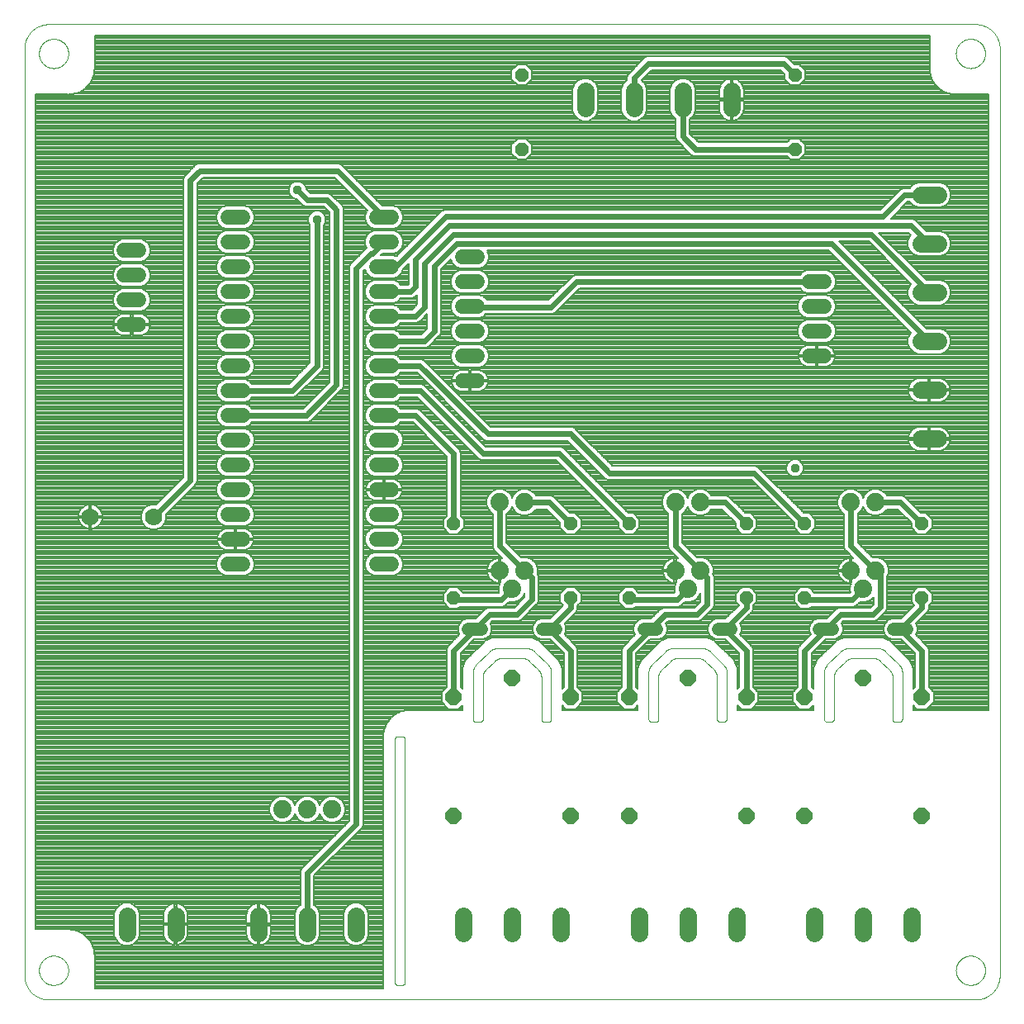
<source format=gbl>
G75*
%MOIN*%
%OFA0B0*%
%FSLAX25Y25*%
%IPPOS*%
%LPD*%
%AMOC8*
5,1,8,0,0,1.08239X$1,22.5*
%
%ADD10C,0.00000*%
%ADD11C,0.07050*%
%ADD12C,0.06000*%
%ADD13OC8,0.05200*%
%ADD14C,0.07000*%
%ADD15C,0.07400*%
%ADD16OC8,0.06496*%
%ADD17C,0.05200*%
%ADD18C,0.00800*%
%ADD19C,0.02400*%
%ADD20C,0.03765*%
D10*
X0119641Y0101453D02*
X0119641Y0475469D01*
X0119644Y0475707D01*
X0119652Y0475945D01*
X0119667Y0476182D01*
X0119687Y0476419D01*
X0119713Y0476655D01*
X0119744Y0476891D01*
X0119781Y0477126D01*
X0119824Y0477360D01*
X0119873Y0477593D01*
X0119927Y0477825D01*
X0119987Y0478055D01*
X0120052Y0478284D01*
X0120123Y0478511D01*
X0120199Y0478736D01*
X0120281Y0478959D01*
X0120368Y0479181D01*
X0120460Y0479400D01*
X0120558Y0479617D01*
X0120660Y0479831D01*
X0120768Y0480043D01*
X0120882Y0480253D01*
X0121000Y0480459D01*
X0121123Y0480663D01*
X0121251Y0480863D01*
X0121383Y0481060D01*
X0121521Y0481255D01*
X0121663Y0481445D01*
X0121810Y0481633D01*
X0121961Y0481816D01*
X0122116Y0481996D01*
X0122276Y0482172D01*
X0122440Y0482344D01*
X0122609Y0482513D01*
X0122781Y0482677D01*
X0122957Y0482837D01*
X0123137Y0482992D01*
X0123320Y0483143D01*
X0123508Y0483290D01*
X0123698Y0483432D01*
X0123893Y0483570D01*
X0124090Y0483702D01*
X0124290Y0483830D01*
X0124494Y0483953D01*
X0124700Y0484071D01*
X0124910Y0484185D01*
X0125122Y0484293D01*
X0125336Y0484395D01*
X0125553Y0484493D01*
X0125772Y0484585D01*
X0125994Y0484672D01*
X0126217Y0484754D01*
X0126442Y0484830D01*
X0126669Y0484901D01*
X0126898Y0484966D01*
X0127128Y0485026D01*
X0127360Y0485080D01*
X0127593Y0485129D01*
X0127827Y0485172D01*
X0128062Y0485209D01*
X0128298Y0485240D01*
X0128534Y0485266D01*
X0128771Y0485286D01*
X0129008Y0485301D01*
X0129246Y0485309D01*
X0129484Y0485312D01*
X0129484Y0485311D02*
X0503499Y0485311D01*
X0503499Y0485312D02*
X0503737Y0485309D01*
X0503975Y0485301D01*
X0504212Y0485286D01*
X0504449Y0485266D01*
X0504685Y0485240D01*
X0504921Y0485209D01*
X0505156Y0485172D01*
X0505390Y0485129D01*
X0505623Y0485080D01*
X0505855Y0485026D01*
X0506085Y0484966D01*
X0506314Y0484901D01*
X0506541Y0484830D01*
X0506766Y0484754D01*
X0506989Y0484672D01*
X0507211Y0484585D01*
X0507430Y0484493D01*
X0507647Y0484395D01*
X0507861Y0484293D01*
X0508073Y0484185D01*
X0508283Y0484071D01*
X0508489Y0483953D01*
X0508693Y0483830D01*
X0508893Y0483702D01*
X0509090Y0483570D01*
X0509285Y0483432D01*
X0509475Y0483290D01*
X0509663Y0483143D01*
X0509846Y0482992D01*
X0510026Y0482837D01*
X0510202Y0482677D01*
X0510374Y0482513D01*
X0510543Y0482344D01*
X0510707Y0482172D01*
X0510867Y0481996D01*
X0511022Y0481816D01*
X0511173Y0481633D01*
X0511320Y0481445D01*
X0511462Y0481255D01*
X0511600Y0481060D01*
X0511732Y0480863D01*
X0511860Y0480663D01*
X0511983Y0480459D01*
X0512101Y0480253D01*
X0512215Y0480043D01*
X0512323Y0479831D01*
X0512425Y0479617D01*
X0512523Y0479400D01*
X0512615Y0479181D01*
X0512702Y0478959D01*
X0512784Y0478736D01*
X0512860Y0478511D01*
X0512931Y0478284D01*
X0512996Y0478055D01*
X0513056Y0477825D01*
X0513110Y0477593D01*
X0513159Y0477360D01*
X0513202Y0477126D01*
X0513239Y0476891D01*
X0513270Y0476655D01*
X0513296Y0476419D01*
X0513316Y0476182D01*
X0513331Y0475945D01*
X0513339Y0475707D01*
X0513342Y0475469D01*
X0513342Y0101453D01*
X0513339Y0101215D01*
X0513331Y0100977D01*
X0513316Y0100740D01*
X0513296Y0100503D01*
X0513270Y0100267D01*
X0513239Y0100031D01*
X0513202Y0099796D01*
X0513159Y0099562D01*
X0513110Y0099329D01*
X0513056Y0099097D01*
X0512996Y0098867D01*
X0512931Y0098638D01*
X0512860Y0098411D01*
X0512784Y0098186D01*
X0512702Y0097963D01*
X0512615Y0097741D01*
X0512523Y0097522D01*
X0512425Y0097305D01*
X0512323Y0097091D01*
X0512215Y0096879D01*
X0512101Y0096669D01*
X0511983Y0096463D01*
X0511860Y0096259D01*
X0511732Y0096059D01*
X0511600Y0095862D01*
X0511462Y0095667D01*
X0511320Y0095477D01*
X0511173Y0095289D01*
X0511022Y0095106D01*
X0510867Y0094926D01*
X0510707Y0094750D01*
X0510543Y0094578D01*
X0510374Y0094409D01*
X0510202Y0094245D01*
X0510026Y0094085D01*
X0509846Y0093930D01*
X0509663Y0093779D01*
X0509475Y0093632D01*
X0509285Y0093490D01*
X0509090Y0093352D01*
X0508893Y0093220D01*
X0508693Y0093092D01*
X0508489Y0092969D01*
X0508283Y0092851D01*
X0508073Y0092737D01*
X0507861Y0092629D01*
X0507647Y0092527D01*
X0507430Y0092429D01*
X0507211Y0092337D01*
X0506989Y0092250D01*
X0506766Y0092168D01*
X0506541Y0092092D01*
X0506314Y0092021D01*
X0506085Y0091956D01*
X0505855Y0091896D01*
X0505623Y0091842D01*
X0505390Y0091793D01*
X0505156Y0091750D01*
X0504921Y0091713D01*
X0504685Y0091682D01*
X0504449Y0091656D01*
X0504212Y0091636D01*
X0503975Y0091621D01*
X0503737Y0091613D01*
X0503499Y0091610D01*
X0129484Y0091610D01*
X0129246Y0091613D01*
X0129008Y0091621D01*
X0128771Y0091636D01*
X0128534Y0091656D01*
X0128298Y0091682D01*
X0128062Y0091713D01*
X0127827Y0091750D01*
X0127593Y0091793D01*
X0127360Y0091842D01*
X0127128Y0091896D01*
X0126898Y0091956D01*
X0126669Y0092021D01*
X0126442Y0092092D01*
X0126217Y0092168D01*
X0125994Y0092250D01*
X0125772Y0092337D01*
X0125553Y0092429D01*
X0125336Y0092527D01*
X0125122Y0092629D01*
X0124910Y0092737D01*
X0124700Y0092851D01*
X0124494Y0092969D01*
X0124290Y0093092D01*
X0124090Y0093220D01*
X0123893Y0093352D01*
X0123698Y0093490D01*
X0123508Y0093632D01*
X0123320Y0093779D01*
X0123137Y0093930D01*
X0122957Y0094085D01*
X0122781Y0094245D01*
X0122609Y0094409D01*
X0122440Y0094578D01*
X0122276Y0094750D01*
X0122116Y0094926D01*
X0121961Y0095106D01*
X0121810Y0095289D01*
X0121663Y0095477D01*
X0121521Y0095667D01*
X0121383Y0095862D01*
X0121251Y0096059D01*
X0121123Y0096259D01*
X0121000Y0096463D01*
X0120882Y0096669D01*
X0120768Y0096879D01*
X0120660Y0097091D01*
X0120558Y0097305D01*
X0120460Y0097522D01*
X0120368Y0097741D01*
X0120281Y0097963D01*
X0120199Y0098186D01*
X0120123Y0098411D01*
X0120052Y0098638D01*
X0119987Y0098867D01*
X0119927Y0099097D01*
X0119873Y0099329D01*
X0119824Y0099562D01*
X0119781Y0099796D01*
X0119744Y0100031D01*
X0119713Y0100267D01*
X0119687Y0100503D01*
X0119667Y0100740D01*
X0119652Y0100977D01*
X0119644Y0101215D01*
X0119641Y0101453D01*
X0125546Y0103421D02*
X0125548Y0103574D01*
X0125554Y0103728D01*
X0125564Y0103881D01*
X0125578Y0104033D01*
X0125596Y0104186D01*
X0125618Y0104337D01*
X0125643Y0104488D01*
X0125673Y0104639D01*
X0125707Y0104789D01*
X0125744Y0104937D01*
X0125785Y0105085D01*
X0125830Y0105231D01*
X0125879Y0105377D01*
X0125932Y0105521D01*
X0125988Y0105663D01*
X0126048Y0105804D01*
X0126112Y0105944D01*
X0126179Y0106082D01*
X0126250Y0106218D01*
X0126325Y0106352D01*
X0126402Y0106484D01*
X0126484Y0106614D01*
X0126568Y0106742D01*
X0126656Y0106868D01*
X0126747Y0106991D01*
X0126841Y0107112D01*
X0126939Y0107230D01*
X0127039Y0107346D01*
X0127143Y0107459D01*
X0127249Y0107570D01*
X0127358Y0107678D01*
X0127470Y0107783D01*
X0127584Y0107884D01*
X0127702Y0107983D01*
X0127821Y0108079D01*
X0127943Y0108172D01*
X0128068Y0108261D01*
X0128195Y0108348D01*
X0128324Y0108430D01*
X0128455Y0108510D01*
X0128588Y0108586D01*
X0128723Y0108659D01*
X0128860Y0108728D01*
X0128999Y0108793D01*
X0129139Y0108855D01*
X0129281Y0108913D01*
X0129424Y0108968D01*
X0129569Y0109019D01*
X0129715Y0109066D01*
X0129862Y0109109D01*
X0130010Y0109148D01*
X0130159Y0109184D01*
X0130309Y0109215D01*
X0130460Y0109243D01*
X0130611Y0109267D01*
X0130764Y0109287D01*
X0130916Y0109303D01*
X0131069Y0109315D01*
X0131222Y0109323D01*
X0131375Y0109327D01*
X0131529Y0109327D01*
X0131682Y0109323D01*
X0131835Y0109315D01*
X0131988Y0109303D01*
X0132140Y0109287D01*
X0132293Y0109267D01*
X0132444Y0109243D01*
X0132595Y0109215D01*
X0132745Y0109184D01*
X0132894Y0109148D01*
X0133042Y0109109D01*
X0133189Y0109066D01*
X0133335Y0109019D01*
X0133480Y0108968D01*
X0133623Y0108913D01*
X0133765Y0108855D01*
X0133905Y0108793D01*
X0134044Y0108728D01*
X0134181Y0108659D01*
X0134316Y0108586D01*
X0134449Y0108510D01*
X0134580Y0108430D01*
X0134709Y0108348D01*
X0134836Y0108261D01*
X0134961Y0108172D01*
X0135083Y0108079D01*
X0135202Y0107983D01*
X0135320Y0107884D01*
X0135434Y0107783D01*
X0135546Y0107678D01*
X0135655Y0107570D01*
X0135761Y0107459D01*
X0135865Y0107346D01*
X0135965Y0107230D01*
X0136063Y0107112D01*
X0136157Y0106991D01*
X0136248Y0106868D01*
X0136336Y0106742D01*
X0136420Y0106614D01*
X0136502Y0106484D01*
X0136579Y0106352D01*
X0136654Y0106218D01*
X0136725Y0106082D01*
X0136792Y0105944D01*
X0136856Y0105804D01*
X0136916Y0105663D01*
X0136972Y0105521D01*
X0137025Y0105377D01*
X0137074Y0105231D01*
X0137119Y0105085D01*
X0137160Y0104937D01*
X0137197Y0104789D01*
X0137231Y0104639D01*
X0137261Y0104488D01*
X0137286Y0104337D01*
X0137308Y0104186D01*
X0137326Y0104033D01*
X0137340Y0103881D01*
X0137350Y0103728D01*
X0137356Y0103574D01*
X0137358Y0103421D01*
X0137356Y0103268D01*
X0137350Y0103114D01*
X0137340Y0102961D01*
X0137326Y0102809D01*
X0137308Y0102656D01*
X0137286Y0102505D01*
X0137261Y0102354D01*
X0137231Y0102203D01*
X0137197Y0102053D01*
X0137160Y0101905D01*
X0137119Y0101757D01*
X0137074Y0101611D01*
X0137025Y0101465D01*
X0136972Y0101321D01*
X0136916Y0101179D01*
X0136856Y0101038D01*
X0136792Y0100898D01*
X0136725Y0100760D01*
X0136654Y0100624D01*
X0136579Y0100490D01*
X0136502Y0100358D01*
X0136420Y0100228D01*
X0136336Y0100100D01*
X0136248Y0099974D01*
X0136157Y0099851D01*
X0136063Y0099730D01*
X0135965Y0099612D01*
X0135865Y0099496D01*
X0135761Y0099383D01*
X0135655Y0099272D01*
X0135546Y0099164D01*
X0135434Y0099059D01*
X0135320Y0098958D01*
X0135202Y0098859D01*
X0135083Y0098763D01*
X0134961Y0098670D01*
X0134836Y0098581D01*
X0134709Y0098494D01*
X0134580Y0098412D01*
X0134449Y0098332D01*
X0134316Y0098256D01*
X0134181Y0098183D01*
X0134044Y0098114D01*
X0133905Y0098049D01*
X0133765Y0097987D01*
X0133623Y0097929D01*
X0133480Y0097874D01*
X0133335Y0097823D01*
X0133189Y0097776D01*
X0133042Y0097733D01*
X0132894Y0097694D01*
X0132745Y0097658D01*
X0132595Y0097627D01*
X0132444Y0097599D01*
X0132293Y0097575D01*
X0132140Y0097555D01*
X0131988Y0097539D01*
X0131835Y0097527D01*
X0131682Y0097519D01*
X0131529Y0097515D01*
X0131375Y0097515D01*
X0131222Y0097519D01*
X0131069Y0097527D01*
X0130916Y0097539D01*
X0130764Y0097555D01*
X0130611Y0097575D01*
X0130460Y0097599D01*
X0130309Y0097627D01*
X0130159Y0097658D01*
X0130010Y0097694D01*
X0129862Y0097733D01*
X0129715Y0097776D01*
X0129569Y0097823D01*
X0129424Y0097874D01*
X0129281Y0097929D01*
X0129139Y0097987D01*
X0128999Y0098049D01*
X0128860Y0098114D01*
X0128723Y0098183D01*
X0128588Y0098256D01*
X0128455Y0098332D01*
X0128324Y0098412D01*
X0128195Y0098494D01*
X0128068Y0098581D01*
X0127943Y0098670D01*
X0127821Y0098763D01*
X0127702Y0098859D01*
X0127584Y0098958D01*
X0127470Y0099059D01*
X0127358Y0099164D01*
X0127249Y0099272D01*
X0127143Y0099383D01*
X0127039Y0099496D01*
X0126939Y0099612D01*
X0126841Y0099730D01*
X0126747Y0099851D01*
X0126656Y0099974D01*
X0126568Y0100100D01*
X0126484Y0100228D01*
X0126402Y0100358D01*
X0126325Y0100490D01*
X0126250Y0100624D01*
X0126179Y0100760D01*
X0126112Y0100898D01*
X0126048Y0101038D01*
X0125988Y0101179D01*
X0125932Y0101321D01*
X0125879Y0101465D01*
X0125830Y0101611D01*
X0125785Y0101757D01*
X0125744Y0101905D01*
X0125707Y0102053D01*
X0125673Y0102203D01*
X0125643Y0102354D01*
X0125618Y0102505D01*
X0125596Y0102656D01*
X0125578Y0102809D01*
X0125564Y0102961D01*
X0125554Y0103114D01*
X0125548Y0103268D01*
X0125546Y0103421D01*
X0269247Y0098516D02*
X0269247Y0196909D01*
X0269249Y0196969D01*
X0269254Y0197030D01*
X0269263Y0197089D01*
X0269276Y0197148D01*
X0269292Y0197207D01*
X0269312Y0197264D01*
X0269335Y0197319D01*
X0269362Y0197374D01*
X0269391Y0197426D01*
X0269424Y0197477D01*
X0269460Y0197526D01*
X0269498Y0197572D01*
X0269540Y0197616D01*
X0269584Y0197658D01*
X0269630Y0197696D01*
X0269679Y0197732D01*
X0269730Y0197765D01*
X0269782Y0197794D01*
X0269837Y0197821D01*
X0269892Y0197844D01*
X0269949Y0197864D01*
X0270008Y0197880D01*
X0270067Y0197893D01*
X0270126Y0197902D01*
X0270187Y0197907D01*
X0270247Y0197909D01*
X0272184Y0197909D01*
X0272244Y0197907D01*
X0272305Y0197902D01*
X0272364Y0197893D01*
X0272423Y0197880D01*
X0272482Y0197864D01*
X0272539Y0197844D01*
X0272594Y0197821D01*
X0272649Y0197794D01*
X0272701Y0197765D01*
X0272752Y0197732D01*
X0272801Y0197696D01*
X0272847Y0197658D01*
X0272891Y0197616D01*
X0272933Y0197572D01*
X0272971Y0197526D01*
X0273007Y0197477D01*
X0273040Y0197426D01*
X0273069Y0197374D01*
X0273096Y0197319D01*
X0273119Y0197264D01*
X0273139Y0197207D01*
X0273155Y0197148D01*
X0273168Y0197089D01*
X0273177Y0197030D01*
X0273182Y0196969D01*
X0273184Y0196909D01*
X0273184Y0098516D01*
X0273182Y0098456D01*
X0273177Y0098395D01*
X0273168Y0098336D01*
X0273155Y0098277D01*
X0273139Y0098218D01*
X0273119Y0098161D01*
X0273096Y0098106D01*
X0273069Y0098051D01*
X0273040Y0097999D01*
X0273007Y0097948D01*
X0272971Y0097899D01*
X0272933Y0097853D01*
X0272891Y0097809D01*
X0272847Y0097767D01*
X0272801Y0097729D01*
X0272752Y0097693D01*
X0272701Y0097660D01*
X0272649Y0097631D01*
X0272594Y0097604D01*
X0272539Y0097581D01*
X0272482Y0097561D01*
X0272423Y0097545D01*
X0272364Y0097532D01*
X0272305Y0097523D01*
X0272244Y0097518D01*
X0272184Y0097516D01*
X0270247Y0097516D01*
X0270187Y0097518D01*
X0270126Y0097523D01*
X0270067Y0097532D01*
X0270008Y0097545D01*
X0269949Y0097561D01*
X0269892Y0097581D01*
X0269837Y0097604D01*
X0269782Y0097631D01*
X0269730Y0097660D01*
X0269679Y0097693D01*
X0269630Y0097729D01*
X0269584Y0097767D01*
X0269540Y0097809D01*
X0269498Y0097853D01*
X0269460Y0097899D01*
X0269424Y0097948D01*
X0269391Y0097999D01*
X0269362Y0098051D01*
X0269335Y0098106D01*
X0269312Y0098161D01*
X0269292Y0098218D01*
X0269276Y0098277D01*
X0269263Y0098336D01*
X0269254Y0098395D01*
X0269249Y0098456D01*
X0269247Y0098516D01*
X0301743Y0203815D02*
X0303680Y0203815D01*
X0303740Y0203817D01*
X0303801Y0203822D01*
X0303860Y0203831D01*
X0303919Y0203844D01*
X0303978Y0203860D01*
X0304035Y0203880D01*
X0304090Y0203903D01*
X0304145Y0203930D01*
X0304197Y0203959D01*
X0304248Y0203992D01*
X0304297Y0204028D01*
X0304343Y0204066D01*
X0304387Y0204108D01*
X0304429Y0204152D01*
X0304467Y0204198D01*
X0304503Y0204247D01*
X0304536Y0204298D01*
X0304565Y0204350D01*
X0304592Y0204405D01*
X0304615Y0204460D01*
X0304635Y0204517D01*
X0304651Y0204576D01*
X0304664Y0204635D01*
X0304673Y0204694D01*
X0304678Y0204755D01*
X0304680Y0204815D01*
X0304680Y0221869D01*
X0300743Y0223838D02*
X0300745Y0223962D01*
X0300751Y0224085D01*
X0300760Y0224209D01*
X0300774Y0224331D01*
X0300791Y0224454D01*
X0300813Y0224576D01*
X0300838Y0224697D01*
X0300867Y0224817D01*
X0300899Y0224936D01*
X0300936Y0225055D01*
X0300976Y0225172D01*
X0301019Y0225287D01*
X0301067Y0225402D01*
X0301118Y0225514D01*
X0301172Y0225625D01*
X0301230Y0225735D01*
X0301291Y0225842D01*
X0301356Y0225948D01*
X0301424Y0226051D01*
X0301495Y0226152D01*
X0301569Y0226251D01*
X0301646Y0226348D01*
X0301727Y0226442D01*
X0301810Y0226533D01*
X0301896Y0226622D01*
X0301897Y0226622D02*
X0307464Y0232189D01*
X0310248Y0233343D02*
X0322735Y0233343D01*
X0325519Y0232189D02*
X0331086Y0226622D01*
X0332239Y0223838D02*
X0332239Y0204815D01*
X0332237Y0204755D01*
X0332232Y0204694D01*
X0332223Y0204635D01*
X0332210Y0204576D01*
X0332194Y0204517D01*
X0332174Y0204460D01*
X0332151Y0204405D01*
X0332124Y0204350D01*
X0332095Y0204298D01*
X0332062Y0204247D01*
X0332026Y0204198D01*
X0331988Y0204152D01*
X0331946Y0204108D01*
X0331902Y0204066D01*
X0331856Y0204028D01*
X0331807Y0203992D01*
X0331756Y0203959D01*
X0331704Y0203930D01*
X0331649Y0203903D01*
X0331594Y0203880D01*
X0331537Y0203860D01*
X0331478Y0203844D01*
X0331419Y0203831D01*
X0331360Y0203822D01*
X0331299Y0203817D01*
X0331239Y0203815D01*
X0329302Y0203815D01*
X0329242Y0203817D01*
X0329181Y0203822D01*
X0329122Y0203831D01*
X0329063Y0203844D01*
X0329004Y0203860D01*
X0328947Y0203880D01*
X0328892Y0203903D01*
X0328837Y0203930D01*
X0328785Y0203959D01*
X0328734Y0203992D01*
X0328685Y0204028D01*
X0328639Y0204066D01*
X0328595Y0204108D01*
X0328553Y0204152D01*
X0328515Y0204198D01*
X0328479Y0204247D01*
X0328446Y0204298D01*
X0328417Y0204350D01*
X0328390Y0204405D01*
X0328367Y0204460D01*
X0328347Y0204517D01*
X0328331Y0204576D01*
X0328318Y0204635D01*
X0328309Y0204694D01*
X0328304Y0204755D01*
X0328302Y0204815D01*
X0328302Y0221869D01*
X0332239Y0223838D02*
X0332237Y0223962D01*
X0332231Y0224085D01*
X0332222Y0224209D01*
X0332208Y0224331D01*
X0332191Y0224454D01*
X0332169Y0224576D01*
X0332144Y0224697D01*
X0332115Y0224817D01*
X0332083Y0224936D01*
X0332046Y0225055D01*
X0332006Y0225172D01*
X0331963Y0225287D01*
X0331915Y0225402D01*
X0331864Y0225514D01*
X0331810Y0225625D01*
X0331752Y0225735D01*
X0331691Y0225842D01*
X0331626Y0225948D01*
X0331558Y0226051D01*
X0331487Y0226152D01*
X0331413Y0226251D01*
X0331336Y0226348D01*
X0331255Y0226442D01*
X0331172Y0226533D01*
X0331086Y0226622D01*
X0327149Y0224653D02*
X0323550Y0228252D01*
X0325519Y0232190D02*
X0325430Y0232276D01*
X0325339Y0232359D01*
X0325245Y0232440D01*
X0325148Y0232517D01*
X0325049Y0232591D01*
X0324948Y0232662D01*
X0324845Y0232730D01*
X0324739Y0232795D01*
X0324632Y0232856D01*
X0324522Y0232914D01*
X0324411Y0232968D01*
X0324299Y0233019D01*
X0324184Y0233067D01*
X0324069Y0233110D01*
X0323952Y0233150D01*
X0323833Y0233187D01*
X0323714Y0233219D01*
X0323594Y0233248D01*
X0323473Y0233273D01*
X0323351Y0233295D01*
X0323228Y0233312D01*
X0323106Y0233326D01*
X0322982Y0233335D01*
X0322859Y0233341D01*
X0322735Y0233343D01*
X0320766Y0229406D02*
X0312217Y0229406D01*
X0310248Y0233343D02*
X0310124Y0233341D01*
X0310001Y0233335D01*
X0309877Y0233326D01*
X0309755Y0233312D01*
X0309632Y0233295D01*
X0309510Y0233273D01*
X0309389Y0233248D01*
X0309269Y0233219D01*
X0309150Y0233187D01*
X0309031Y0233150D01*
X0308914Y0233110D01*
X0308799Y0233067D01*
X0308684Y0233019D01*
X0308572Y0232968D01*
X0308461Y0232914D01*
X0308351Y0232856D01*
X0308244Y0232795D01*
X0308138Y0232730D01*
X0308035Y0232662D01*
X0307934Y0232591D01*
X0307835Y0232517D01*
X0307738Y0232440D01*
X0307644Y0232359D01*
X0307553Y0232276D01*
X0307464Y0232190D01*
X0309433Y0228252D02*
X0305834Y0224653D01*
X0305833Y0224653D02*
X0305747Y0224564D01*
X0305664Y0224473D01*
X0305583Y0224379D01*
X0305506Y0224282D01*
X0305432Y0224183D01*
X0305361Y0224082D01*
X0305293Y0223979D01*
X0305228Y0223873D01*
X0305167Y0223766D01*
X0305109Y0223656D01*
X0305055Y0223545D01*
X0305004Y0223433D01*
X0304956Y0223318D01*
X0304913Y0223203D01*
X0304873Y0223086D01*
X0304836Y0222967D01*
X0304804Y0222848D01*
X0304775Y0222728D01*
X0304750Y0222607D01*
X0304728Y0222485D01*
X0304711Y0222362D01*
X0304697Y0222240D01*
X0304688Y0222116D01*
X0304682Y0221993D01*
X0304680Y0221869D01*
X0300743Y0223838D02*
X0300743Y0204815D01*
X0300745Y0204755D01*
X0300750Y0204694D01*
X0300759Y0204635D01*
X0300772Y0204576D01*
X0300788Y0204517D01*
X0300808Y0204460D01*
X0300831Y0204405D01*
X0300858Y0204350D01*
X0300887Y0204298D01*
X0300920Y0204247D01*
X0300956Y0204198D01*
X0300994Y0204152D01*
X0301036Y0204108D01*
X0301080Y0204066D01*
X0301126Y0204028D01*
X0301175Y0203992D01*
X0301226Y0203959D01*
X0301278Y0203930D01*
X0301333Y0203903D01*
X0301388Y0203880D01*
X0301445Y0203860D01*
X0301504Y0203844D01*
X0301563Y0203831D01*
X0301622Y0203822D01*
X0301683Y0203817D01*
X0301743Y0203815D01*
X0309433Y0228253D02*
X0309522Y0228339D01*
X0309613Y0228422D01*
X0309707Y0228503D01*
X0309804Y0228580D01*
X0309903Y0228654D01*
X0310004Y0228725D01*
X0310107Y0228793D01*
X0310213Y0228858D01*
X0310320Y0228919D01*
X0310430Y0228977D01*
X0310541Y0229031D01*
X0310653Y0229082D01*
X0310768Y0229130D01*
X0310883Y0229173D01*
X0311000Y0229213D01*
X0311119Y0229250D01*
X0311238Y0229282D01*
X0311358Y0229311D01*
X0311479Y0229336D01*
X0311601Y0229358D01*
X0311724Y0229375D01*
X0311846Y0229389D01*
X0311970Y0229398D01*
X0312093Y0229404D01*
X0312217Y0229406D01*
X0320766Y0229406D02*
X0320890Y0229404D01*
X0321013Y0229398D01*
X0321137Y0229389D01*
X0321259Y0229375D01*
X0321382Y0229358D01*
X0321504Y0229336D01*
X0321625Y0229311D01*
X0321745Y0229282D01*
X0321864Y0229250D01*
X0321983Y0229213D01*
X0322100Y0229173D01*
X0322215Y0229130D01*
X0322330Y0229082D01*
X0322442Y0229031D01*
X0322553Y0228977D01*
X0322663Y0228919D01*
X0322770Y0228858D01*
X0322876Y0228793D01*
X0322979Y0228725D01*
X0323080Y0228654D01*
X0323179Y0228580D01*
X0323276Y0228503D01*
X0323370Y0228422D01*
X0323461Y0228339D01*
X0323550Y0228253D01*
X0327149Y0224653D02*
X0327235Y0224564D01*
X0327318Y0224473D01*
X0327399Y0224379D01*
X0327476Y0224282D01*
X0327550Y0224183D01*
X0327621Y0224082D01*
X0327689Y0223979D01*
X0327754Y0223873D01*
X0327815Y0223766D01*
X0327873Y0223656D01*
X0327927Y0223545D01*
X0327978Y0223433D01*
X0328026Y0223318D01*
X0328069Y0223203D01*
X0328109Y0223086D01*
X0328146Y0222967D01*
X0328178Y0222848D01*
X0328207Y0222728D01*
X0328232Y0222607D01*
X0328254Y0222485D01*
X0328271Y0222362D01*
X0328285Y0222240D01*
X0328294Y0222116D01*
X0328300Y0221993D01*
X0328302Y0221869D01*
X0371610Y0223838D02*
X0371610Y0204815D01*
X0371612Y0204755D01*
X0371617Y0204694D01*
X0371626Y0204635D01*
X0371639Y0204576D01*
X0371655Y0204517D01*
X0371675Y0204460D01*
X0371698Y0204405D01*
X0371725Y0204350D01*
X0371754Y0204298D01*
X0371787Y0204247D01*
X0371823Y0204198D01*
X0371861Y0204152D01*
X0371903Y0204108D01*
X0371947Y0204066D01*
X0371993Y0204028D01*
X0372042Y0203992D01*
X0372093Y0203959D01*
X0372145Y0203930D01*
X0372200Y0203903D01*
X0372255Y0203880D01*
X0372312Y0203860D01*
X0372371Y0203844D01*
X0372430Y0203831D01*
X0372489Y0203822D01*
X0372550Y0203817D01*
X0372610Y0203815D01*
X0374547Y0203815D01*
X0374607Y0203817D01*
X0374668Y0203822D01*
X0374727Y0203831D01*
X0374786Y0203844D01*
X0374845Y0203860D01*
X0374902Y0203880D01*
X0374957Y0203903D01*
X0375012Y0203930D01*
X0375064Y0203959D01*
X0375115Y0203992D01*
X0375164Y0204028D01*
X0375210Y0204066D01*
X0375254Y0204108D01*
X0375296Y0204152D01*
X0375334Y0204198D01*
X0375370Y0204247D01*
X0375403Y0204298D01*
X0375432Y0204350D01*
X0375459Y0204405D01*
X0375482Y0204460D01*
X0375502Y0204517D01*
X0375518Y0204576D01*
X0375531Y0204635D01*
X0375540Y0204694D01*
X0375545Y0204755D01*
X0375547Y0204815D01*
X0375547Y0221869D01*
X0371610Y0223838D02*
X0371612Y0223962D01*
X0371618Y0224085D01*
X0371627Y0224209D01*
X0371641Y0224331D01*
X0371658Y0224454D01*
X0371680Y0224576D01*
X0371705Y0224697D01*
X0371734Y0224817D01*
X0371766Y0224936D01*
X0371803Y0225055D01*
X0371843Y0225172D01*
X0371886Y0225287D01*
X0371934Y0225402D01*
X0371985Y0225514D01*
X0372039Y0225625D01*
X0372097Y0225735D01*
X0372158Y0225842D01*
X0372223Y0225948D01*
X0372291Y0226051D01*
X0372362Y0226152D01*
X0372436Y0226251D01*
X0372513Y0226348D01*
X0372594Y0226442D01*
X0372677Y0226533D01*
X0372763Y0226622D01*
X0378330Y0232189D01*
X0381114Y0233343D02*
X0393601Y0233343D01*
X0396385Y0232189D02*
X0401952Y0226622D01*
X0403106Y0223838D02*
X0403106Y0204815D01*
X0403104Y0204755D01*
X0403099Y0204694D01*
X0403090Y0204635D01*
X0403077Y0204576D01*
X0403061Y0204517D01*
X0403041Y0204460D01*
X0403018Y0204405D01*
X0402991Y0204350D01*
X0402962Y0204298D01*
X0402929Y0204247D01*
X0402893Y0204198D01*
X0402855Y0204152D01*
X0402813Y0204108D01*
X0402769Y0204066D01*
X0402723Y0204028D01*
X0402674Y0203992D01*
X0402623Y0203959D01*
X0402571Y0203930D01*
X0402516Y0203903D01*
X0402461Y0203880D01*
X0402404Y0203860D01*
X0402345Y0203844D01*
X0402286Y0203831D01*
X0402227Y0203822D01*
X0402166Y0203817D01*
X0402106Y0203815D01*
X0400169Y0203815D01*
X0400109Y0203817D01*
X0400048Y0203822D01*
X0399989Y0203831D01*
X0399930Y0203844D01*
X0399871Y0203860D01*
X0399814Y0203880D01*
X0399759Y0203903D01*
X0399704Y0203930D01*
X0399652Y0203959D01*
X0399601Y0203992D01*
X0399552Y0204028D01*
X0399506Y0204066D01*
X0399462Y0204108D01*
X0399420Y0204152D01*
X0399382Y0204198D01*
X0399346Y0204247D01*
X0399313Y0204298D01*
X0399284Y0204350D01*
X0399257Y0204405D01*
X0399234Y0204460D01*
X0399214Y0204517D01*
X0399198Y0204576D01*
X0399185Y0204635D01*
X0399176Y0204694D01*
X0399171Y0204755D01*
X0399169Y0204815D01*
X0399169Y0221869D01*
X0403106Y0223838D02*
X0403104Y0223962D01*
X0403098Y0224085D01*
X0403089Y0224209D01*
X0403075Y0224331D01*
X0403058Y0224454D01*
X0403036Y0224576D01*
X0403011Y0224697D01*
X0402982Y0224817D01*
X0402950Y0224936D01*
X0402913Y0225055D01*
X0402873Y0225172D01*
X0402830Y0225287D01*
X0402782Y0225402D01*
X0402731Y0225514D01*
X0402677Y0225625D01*
X0402619Y0225735D01*
X0402558Y0225842D01*
X0402493Y0225948D01*
X0402425Y0226051D01*
X0402354Y0226152D01*
X0402280Y0226251D01*
X0402203Y0226348D01*
X0402122Y0226442D01*
X0402039Y0226533D01*
X0401953Y0226622D01*
X0398015Y0224653D02*
X0394416Y0228252D01*
X0396385Y0232190D02*
X0396296Y0232276D01*
X0396205Y0232359D01*
X0396111Y0232440D01*
X0396014Y0232517D01*
X0395915Y0232591D01*
X0395814Y0232662D01*
X0395711Y0232730D01*
X0395605Y0232795D01*
X0395498Y0232856D01*
X0395388Y0232914D01*
X0395277Y0232968D01*
X0395165Y0233019D01*
X0395050Y0233067D01*
X0394935Y0233110D01*
X0394818Y0233150D01*
X0394699Y0233187D01*
X0394580Y0233219D01*
X0394460Y0233248D01*
X0394339Y0233273D01*
X0394217Y0233295D01*
X0394094Y0233312D01*
X0393972Y0233326D01*
X0393848Y0233335D01*
X0393725Y0233341D01*
X0393601Y0233343D01*
X0391632Y0229406D02*
X0383083Y0229406D01*
X0381114Y0233343D02*
X0380990Y0233341D01*
X0380867Y0233335D01*
X0380743Y0233326D01*
X0380621Y0233312D01*
X0380498Y0233295D01*
X0380376Y0233273D01*
X0380255Y0233248D01*
X0380135Y0233219D01*
X0380016Y0233187D01*
X0379897Y0233150D01*
X0379780Y0233110D01*
X0379665Y0233067D01*
X0379550Y0233019D01*
X0379438Y0232968D01*
X0379327Y0232914D01*
X0379217Y0232856D01*
X0379110Y0232795D01*
X0379004Y0232730D01*
X0378901Y0232662D01*
X0378800Y0232591D01*
X0378701Y0232517D01*
X0378604Y0232440D01*
X0378510Y0232359D01*
X0378419Y0232276D01*
X0378330Y0232190D01*
X0380299Y0228252D02*
X0376700Y0224653D01*
X0376614Y0224564D01*
X0376531Y0224473D01*
X0376450Y0224379D01*
X0376373Y0224282D01*
X0376299Y0224183D01*
X0376228Y0224082D01*
X0376160Y0223979D01*
X0376095Y0223873D01*
X0376034Y0223766D01*
X0375976Y0223656D01*
X0375922Y0223545D01*
X0375871Y0223433D01*
X0375823Y0223318D01*
X0375780Y0223203D01*
X0375740Y0223086D01*
X0375703Y0222967D01*
X0375671Y0222848D01*
X0375642Y0222728D01*
X0375617Y0222607D01*
X0375595Y0222485D01*
X0375578Y0222362D01*
X0375564Y0222240D01*
X0375555Y0222116D01*
X0375549Y0221993D01*
X0375547Y0221869D01*
X0380299Y0228253D02*
X0380388Y0228339D01*
X0380479Y0228422D01*
X0380573Y0228503D01*
X0380670Y0228580D01*
X0380769Y0228654D01*
X0380870Y0228725D01*
X0380973Y0228793D01*
X0381079Y0228858D01*
X0381186Y0228919D01*
X0381296Y0228977D01*
X0381407Y0229031D01*
X0381519Y0229082D01*
X0381634Y0229130D01*
X0381749Y0229173D01*
X0381866Y0229213D01*
X0381985Y0229250D01*
X0382104Y0229282D01*
X0382224Y0229311D01*
X0382345Y0229336D01*
X0382467Y0229358D01*
X0382590Y0229375D01*
X0382712Y0229389D01*
X0382836Y0229398D01*
X0382959Y0229404D01*
X0383083Y0229406D01*
X0391632Y0229406D02*
X0391756Y0229404D01*
X0391879Y0229398D01*
X0392003Y0229389D01*
X0392125Y0229375D01*
X0392248Y0229358D01*
X0392370Y0229336D01*
X0392491Y0229311D01*
X0392611Y0229282D01*
X0392730Y0229250D01*
X0392849Y0229213D01*
X0392966Y0229173D01*
X0393081Y0229130D01*
X0393196Y0229082D01*
X0393308Y0229031D01*
X0393419Y0228977D01*
X0393529Y0228919D01*
X0393636Y0228858D01*
X0393742Y0228793D01*
X0393845Y0228725D01*
X0393946Y0228654D01*
X0394045Y0228580D01*
X0394142Y0228503D01*
X0394236Y0228422D01*
X0394327Y0228339D01*
X0394416Y0228253D01*
X0398016Y0224653D02*
X0398102Y0224564D01*
X0398185Y0224473D01*
X0398266Y0224379D01*
X0398343Y0224282D01*
X0398417Y0224183D01*
X0398488Y0224082D01*
X0398556Y0223979D01*
X0398621Y0223873D01*
X0398682Y0223766D01*
X0398740Y0223656D01*
X0398794Y0223545D01*
X0398845Y0223433D01*
X0398893Y0223318D01*
X0398936Y0223203D01*
X0398976Y0223086D01*
X0399013Y0222967D01*
X0399045Y0222848D01*
X0399074Y0222728D01*
X0399099Y0222607D01*
X0399121Y0222485D01*
X0399138Y0222362D01*
X0399152Y0222240D01*
X0399161Y0222116D01*
X0399167Y0221993D01*
X0399169Y0221869D01*
X0442476Y0223838D02*
X0442476Y0204815D01*
X0442478Y0204755D01*
X0442483Y0204694D01*
X0442492Y0204635D01*
X0442505Y0204576D01*
X0442521Y0204517D01*
X0442541Y0204460D01*
X0442564Y0204405D01*
X0442591Y0204350D01*
X0442620Y0204298D01*
X0442653Y0204247D01*
X0442689Y0204198D01*
X0442727Y0204152D01*
X0442769Y0204108D01*
X0442813Y0204066D01*
X0442859Y0204028D01*
X0442908Y0203992D01*
X0442959Y0203959D01*
X0443011Y0203930D01*
X0443066Y0203903D01*
X0443121Y0203880D01*
X0443178Y0203860D01*
X0443237Y0203844D01*
X0443296Y0203831D01*
X0443355Y0203822D01*
X0443416Y0203817D01*
X0443476Y0203815D01*
X0445413Y0203815D01*
X0445473Y0203817D01*
X0445534Y0203822D01*
X0445593Y0203831D01*
X0445652Y0203844D01*
X0445711Y0203860D01*
X0445768Y0203880D01*
X0445823Y0203903D01*
X0445878Y0203930D01*
X0445930Y0203959D01*
X0445981Y0203992D01*
X0446030Y0204028D01*
X0446076Y0204066D01*
X0446120Y0204108D01*
X0446162Y0204152D01*
X0446200Y0204198D01*
X0446236Y0204247D01*
X0446269Y0204298D01*
X0446298Y0204350D01*
X0446325Y0204405D01*
X0446348Y0204460D01*
X0446368Y0204517D01*
X0446384Y0204576D01*
X0446397Y0204635D01*
X0446406Y0204694D01*
X0446411Y0204755D01*
X0446413Y0204815D01*
X0446413Y0221869D01*
X0442476Y0223838D02*
X0442478Y0223962D01*
X0442484Y0224085D01*
X0442493Y0224209D01*
X0442507Y0224331D01*
X0442524Y0224454D01*
X0442546Y0224576D01*
X0442571Y0224697D01*
X0442600Y0224817D01*
X0442632Y0224936D01*
X0442669Y0225055D01*
X0442709Y0225172D01*
X0442752Y0225287D01*
X0442800Y0225402D01*
X0442851Y0225514D01*
X0442905Y0225625D01*
X0442963Y0225735D01*
X0443024Y0225842D01*
X0443089Y0225948D01*
X0443157Y0226051D01*
X0443228Y0226152D01*
X0443302Y0226251D01*
X0443379Y0226348D01*
X0443460Y0226442D01*
X0443543Y0226533D01*
X0443629Y0226622D01*
X0449197Y0232189D01*
X0451980Y0233343D02*
X0464467Y0233343D01*
X0467251Y0232189D02*
X0472819Y0226622D01*
X0473972Y0223838D02*
X0473972Y0204815D01*
X0473970Y0204755D01*
X0473965Y0204694D01*
X0473956Y0204635D01*
X0473943Y0204576D01*
X0473927Y0204517D01*
X0473907Y0204460D01*
X0473884Y0204405D01*
X0473857Y0204350D01*
X0473828Y0204298D01*
X0473795Y0204247D01*
X0473759Y0204198D01*
X0473721Y0204152D01*
X0473679Y0204108D01*
X0473635Y0204066D01*
X0473589Y0204028D01*
X0473540Y0203992D01*
X0473489Y0203959D01*
X0473437Y0203930D01*
X0473382Y0203903D01*
X0473327Y0203880D01*
X0473270Y0203860D01*
X0473211Y0203844D01*
X0473152Y0203831D01*
X0473093Y0203822D01*
X0473032Y0203817D01*
X0472972Y0203815D01*
X0471035Y0203815D01*
X0470975Y0203817D01*
X0470914Y0203822D01*
X0470855Y0203831D01*
X0470796Y0203844D01*
X0470737Y0203860D01*
X0470680Y0203880D01*
X0470625Y0203903D01*
X0470570Y0203930D01*
X0470518Y0203959D01*
X0470467Y0203992D01*
X0470418Y0204028D01*
X0470372Y0204066D01*
X0470328Y0204108D01*
X0470286Y0204152D01*
X0470248Y0204198D01*
X0470212Y0204247D01*
X0470179Y0204298D01*
X0470150Y0204350D01*
X0470123Y0204405D01*
X0470100Y0204460D01*
X0470080Y0204517D01*
X0470064Y0204576D01*
X0470051Y0204635D01*
X0470042Y0204694D01*
X0470037Y0204755D01*
X0470035Y0204815D01*
X0470035Y0221869D01*
X0473972Y0223838D02*
X0473970Y0223962D01*
X0473964Y0224085D01*
X0473955Y0224209D01*
X0473941Y0224331D01*
X0473924Y0224454D01*
X0473902Y0224576D01*
X0473877Y0224697D01*
X0473848Y0224817D01*
X0473816Y0224936D01*
X0473779Y0225055D01*
X0473739Y0225172D01*
X0473696Y0225287D01*
X0473648Y0225402D01*
X0473597Y0225514D01*
X0473543Y0225625D01*
X0473485Y0225735D01*
X0473424Y0225842D01*
X0473359Y0225948D01*
X0473291Y0226051D01*
X0473220Y0226152D01*
X0473146Y0226251D01*
X0473069Y0226348D01*
X0472988Y0226442D01*
X0472905Y0226533D01*
X0472819Y0226622D01*
X0468882Y0224653D02*
X0465282Y0228252D01*
X0467251Y0232190D02*
X0467162Y0232276D01*
X0467071Y0232359D01*
X0466977Y0232440D01*
X0466880Y0232517D01*
X0466781Y0232591D01*
X0466680Y0232662D01*
X0466577Y0232730D01*
X0466471Y0232795D01*
X0466364Y0232856D01*
X0466254Y0232914D01*
X0466143Y0232968D01*
X0466031Y0233019D01*
X0465916Y0233067D01*
X0465801Y0233110D01*
X0465684Y0233150D01*
X0465565Y0233187D01*
X0465446Y0233219D01*
X0465326Y0233248D01*
X0465205Y0233273D01*
X0465083Y0233295D01*
X0464960Y0233312D01*
X0464838Y0233326D01*
X0464714Y0233335D01*
X0464591Y0233341D01*
X0464467Y0233343D01*
X0462498Y0229406D02*
X0453949Y0229406D01*
X0451980Y0233343D02*
X0451856Y0233341D01*
X0451733Y0233335D01*
X0451609Y0233326D01*
X0451487Y0233312D01*
X0451364Y0233295D01*
X0451242Y0233273D01*
X0451121Y0233248D01*
X0451001Y0233219D01*
X0450882Y0233187D01*
X0450763Y0233150D01*
X0450646Y0233110D01*
X0450531Y0233067D01*
X0450416Y0233019D01*
X0450304Y0232968D01*
X0450193Y0232914D01*
X0450083Y0232856D01*
X0449976Y0232795D01*
X0449870Y0232730D01*
X0449767Y0232662D01*
X0449666Y0232591D01*
X0449567Y0232517D01*
X0449470Y0232440D01*
X0449376Y0232359D01*
X0449285Y0232276D01*
X0449196Y0232190D01*
X0451165Y0228252D02*
X0447566Y0224653D01*
X0447480Y0224564D01*
X0447397Y0224473D01*
X0447316Y0224379D01*
X0447239Y0224282D01*
X0447165Y0224183D01*
X0447094Y0224082D01*
X0447026Y0223979D01*
X0446961Y0223873D01*
X0446900Y0223766D01*
X0446842Y0223656D01*
X0446788Y0223545D01*
X0446737Y0223433D01*
X0446689Y0223318D01*
X0446646Y0223203D01*
X0446606Y0223086D01*
X0446569Y0222967D01*
X0446537Y0222848D01*
X0446508Y0222728D01*
X0446483Y0222607D01*
X0446461Y0222485D01*
X0446444Y0222362D01*
X0446430Y0222240D01*
X0446421Y0222116D01*
X0446415Y0221993D01*
X0446413Y0221869D01*
X0451165Y0228253D02*
X0451254Y0228339D01*
X0451345Y0228422D01*
X0451439Y0228503D01*
X0451536Y0228580D01*
X0451635Y0228654D01*
X0451736Y0228725D01*
X0451839Y0228793D01*
X0451945Y0228858D01*
X0452052Y0228919D01*
X0452162Y0228977D01*
X0452273Y0229031D01*
X0452385Y0229082D01*
X0452500Y0229130D01*
X0452615Y0229173D01*
X0452732Y0229213D01*
X0452851Y0229250D01*
X0452970Y0229282D01*
X0453090Y0229311D01*
X0453211Y0229336D01*
X0453333Y0229358D01*
X0453456Y0229375D01*
X0453578Y0229389D01*
X0453702Y0229398D01*
X0453825Y0229404D01*
X0453949Y0229406D01*
X0462498Y0229406D02*
X0462622Y0229404D01*
X0462745Y0229398D01*
X0462869Y0229389D01*
X0462991Y0229375D01*
X0463114Y0229358D01*
X0463236Y0229336D01*
X0463357Y0229311D01*
X0463477Y0229282D01*
X0463596Y0229250D01*
X0463715Y0229213D01*
X0463832Y0229173D01*
X0463947Y0229130D01*
X0464062Y0229082D01*
X0464174Y0229031D01*
X0464285Y0228977D01*
X0464395Y0228919D01*
X0464502Y0228858D01*
X0464608Y0228793D01*
X0464711Y0228725D01*
X0464812Y0228654D01*
X0464911Y0228580D01*
X0465008Y0228503D01*
X0465102Y0228422D01*
X0465193Y0228339D01*
X0465282Y0228253D01*
X0468882Y0224653D02*
X0468968Y0224564D01*
X0469051Y0224473D01*
X0469132Y0224379D01*
X0469209Y0224282D01*
X0469283Y0224183D01*
X0469354Y0224082D01*
X0469422Y0223979D01*
X0469487Y0223873D01*
X0469548Y0223766D01*
X0469606Y0223656D01*
X0469660Y0223545D01*
X0469711Y0223433D01*
X0469759Y0223318D01*
X0469802Y0223203D01*
X0469842Y0223086D01*
X0469879Y0222967D01*
X0469911Y0222848D01*
X0469940Y0222728D01*
X0469965Y0222607D01*
X0469987Y0222485D01*
X0470004Y0222362D01*
X0470018Y0222240D01*
X0470027Y0222116D01*
X0470033Y0221993D01*
X0470035Y0221869D01*
X0495625Y0103421D02*
X0495627Y0103574D01*
X0495633Y0103728D01*
X0495643Y0103881D01*
X0495657Y0104033D01*
X0495675Y0104186D01*
X0495697Y0104337D01*
X0495722Y0104488D01*
X0495752Y0104639D01*
X0495786Y0104789D01*
X0495823Y0104937D01*
X0495864Y0105085D01*
X0495909Y0105231D01*
X0495958Y0105377D01*
X0496011Y0105521D01*
X0496067Y0105663D01*
X0496127Y0105804D01*
X0496191Y0105944D01*
X0496258Y0106082D01*
X0496329Y0106218D01*
X0496404Y0106352D01*
X0496481Y0106484D01*
X0496563Y0106614D01*
X0496647Y0106742D01*
X0496735Y0106868D01*
X0496826Y0106991D01*
X0496920Y0107112D01*
X0497018Y0107230D01*
X0497118Y0107346D01*
X0497222Y0107459D01*
X0497328Y0107570D01*
X0497437Y0107678D01*
X0497549Y0107783D01*
X0497663Y0107884D01*
X0497781Y0107983D01*
X0497900Y0108079D01*
X0498022Y0108172D01*
X0498147Y0108261D01*
X0498274Y0108348D01*
X0498403Y0108430D01*
X0498534Y0108510D01*
X0498667Y0108586D01*
X0498802Y0108659D01*
X0498939Y0108728D01*
X0499078Y0108793D01*
X0499218Y0108855D01*
X0499360Y0108913D01*
X0499503Y0108968D01*
X0499648Y0109019D01*
X0499794Y0109066D01*
X0499941Y0109109D01*
X0500089Y0109148D01*
X0500238Y0109184D01*
X0500388Y0109215D01*
X0500539Y0109243D01*
X0500690Y0109267D01*
X0500843Y0109287D01*
X0500995Y0109303D01*
X0501148Y0109315D01*
X0501301Y0109323D01*
X0501454Y0109327D01*
X0501608Y0109327D01*
X0501761Y0109323D01*
X0501914Y0109315D01*
X0502067Y0109303D01*
X0502219Y0109287D01*
X0502372Y0109267D01*
X0502523Y0109243D01*
X0502674Y0109215D01*
X0502824Y0109184D01*
X0502973Y0109148D01*
X0503121Y0109109D01*
X0503268Y0109066D01*
X0503414Y0109019D01*
X0503559Y0108968D01*
X0503702Y0108913D01*
X0503844Y0108855D01*
X0503984Y0108793D01*
X0504123Y0108728D01*
X0504260Y0108659D01*
X0504395Y0108586D01*
X0504528Y0108510D01*
X0504659Y0108430D01*
X0504788Y0108348D01*
X0504915Y0108261D01*
X0505040Y0108172D01*
X0505162Y0108079D01*
X0505281Y0107983D01*
X0505399Y0107884D01*
X0505513Y0107783D01*
X0505625Y0107678D01*
X0505734Y0107570D01*
X0505840Y0107459D01*
X0505944Y0107346D01*
X0506044Y0107230D01*
X0506142Y0107112D01*
X0506236Y0106991D01*
X0506327Y0106868D01*
X0506415Y0106742D01*
X0506499Y0106614D01*
X0506581Y0106484D01*
X0506658Y0106352D01*
X0506733Y0106218D01*
X0506804Y0106082D01*
X0506871Y0105944D01*
X0506935Y0105804D01*
X0506995Y0105663D01*
X0507051Y0105521D01*
X0507104Y0105377D01*
X0507153Y0105231D01*
X0507198Y0105085D01*
X0507239Y0104937D01*
X0507276Y0104789D01*
X0507310Y0104639D01*
X0507340Y0104488D01*
X0507365Y0104337D01*
X0507387Y0104186D01*
X0507405Y0104033D01*
X0507419Y0103881D01*
X0507429Y0103728D01*
X0507435Y0103574D01*
X0507437Y0103421D01*
X0507435Y0103268D01*
X0507429Y0103114D01*
X0507419Y0102961D01*
X0507405Y0102809D01*
X0507387Y0102656D01*
X0507365Y0102505D01*
X0507340Y0102354D01*
X0507310Y0102203D01*
X0507276Y0102053D01*
X0507239Y0101905D01*
X0507198Y0101757D01*
X0507153Y0101611D01*
X0507104Y0101465D01*
X0507051Y0101321D01*
X0506995Y0101179D01*
X0506935Y0101038D01*
X0506871Y0100898D01*
X0506804Y0100760D01*
X0506733Y0100624D01*
X0506658Y0100490D01*
X0506581Y0100358D01*
X0506499Y0100228D01*
X0506415Y0100100D01*
X0506327Y0099974D01*
X0506236Y0099851D01*
X0506142Y0099730D01*
X0506044Y0099612D01*
X0505944Y0099496D01*
X0505840Y0099383D01*
X0505734Y0099272D01*
X0505625Y0099164D01*
X0505513Y0099059D01*
X0505399Y0098958D01*
X0505281Y0098859D01*
X0505162Y0098763D01*
X0505040Y0098670D01*
X0504915Y0098581D01*
X0504788Y0098494D01*
X0504659Y0098412D01*
X0504528Y0098332D01*
X0504395Y0098256D01*
X0504260Y0098183D01*
X0504123Y0098114D01*
X0503984Y0098049D01*
X0503844Y0097987D01*
X0503702Y0097929D01*
X0503559Y0097874D01*
X0503414Y0097823D01*
X0503268Y0097776D01*
X0503121Y0097733D01*
X0502973Y0097694D01*
X0502824Y0097658D01*
X0502674Y0097627D01*
X0502523Y0097599D01*
X0502372Y0097575D01*
X0502219Y0097555D01*
X0502067Y0097539D01*
X0501914Y0097527D01*
X0501761Y0097519D01*
X0501608Y0097515D01*
X0501454Y0097515D01*
X0501301Y0097519D01*
X0501148Y0097527D01*
X0500995Y0097539D01*
X0500843Y0097555D01*
X0500690Y0097575D01*
X0500539Y0097599D01*
X0500388Y0097627D01*
X0500238Y0097658D01*
X0500089Y0097694D01*
X0499941Y0097733D01*
X0499794Y0097776D01*
X0499648Y0097823D01*
X0499503Y0097874D01*
X0499360Y0097929D01*
X0499218Y0097987D01*
X0499078Y0098049D01*
X0498939Y0098114D01*
X0498802Y0098183D01*
X0498667Y0098256D01*
X0498534Y0098332D01*
X0498403Y0098412D01*
X0498274Y0098494D01*
X0498147Y0098581D01*
X0498022Y0098670D01*
X0497900Y0098763D01*
X0497781Y0098859D01*
X0497663Y0098958D01*
X0497549Y0099059D01*
X0497437Y0099164D01*
X0497328Y0099272D01*
X0497222Y0099383D01*
X0497118Y0099496D01*
X0497018Y0099612D01*
X0496920Y0099730D01*
X0496826Y0099851D01*
X0496735Y0099974D01*
X0496647Y0100100D01*
X0496563Y0100228D01*
X0496481Y0100358D01*
X0496404Y0100490D01*
X0496329Y0100624D01*
X0496258Y0100760D01*
X0496191Y0100898D01*
X0496127Y0101038D01*
X0496067Y0101179D01*
X0496011Y0101321D01*
X0495958Y0101465D01*
X0495909Y0101611D01*
X0495864Y0101757D01*
X0495823Y0101905D01*
X0495786Y0102053D01*
X0495752Y0102203D01*
X0495722Y0102354D01*
X0495697Y0102505D01*
X0495675Y0102656D01*
X0495657Y0102809D01*
X0495643Y0102961D01*
X0495633Y0103114D01*
X0495627Y0103268D01*
X0495625Y0103421D01*
X0495625Y0473500D02*
X0495627Y0473653D01*
X0495633Y0473807D01*
X0495643Y0473960D01*
X0495657Y0474112D01*
X0495675Y0474265D01*
X0495697Y0474416D01*
X0495722Y0474567D01*
X0495752Y0474718D01*
X0495786Y0474868D01*
X0495823Y0475016D01*
X0495864Y0475164D01*
X0495909Y0475310D01*
X0495958Y0475456D01*
X0496011Y0475600D01*
X0496067Y0475742D01*
X0496127Y0475883D01*
X0496191Y0476023D01*
X0496258Y0476161D01*
X0496329Y0476297D01*
X0496404Y0476431D01*
X0496481Y0476563D01*
X0496563Y0476693D01*
X0496647Y0476821D01*
X0496735Y0476947D01*
X0496826Y0477070D01*
X0496920Y0477191D01*
X0497018Y0477309D01*
X0497118Y0477425D01*
X0497222Y0477538D01*
X0497328Y0477649D01*
X0497437Y0477757D01*
X0497549Y0477862D01*
X0497663Y0477963D01*
X0497781Y0478062D01*
X0497900Y0478158D01*
X0498022Y0478251D01*
X0498147Y0478340D01*
X0498274Y0478427D01*
X0498403Y0478509D01*
X0498534Y0478589D01*
X0498667Y0478665D01*
X0498802Y0478738D01*
X0498939Y0478807D01*
X0499078Y0478872D01*
X0499218Y0478934D01*
X0499360Y0478992D01*
X0499503Y0479047D01*
X0499648Y0479098D01*
X0499794Y0479145D01*
X0499941Y0479188D01*
X0500089Y0479227D01*
X0500238Y0479263D01*
X0500388Y0479294D01*
X0500539Y0479322D01*
X0500690Y0479346D01*
X0500843Y0479366D01*
X0500995Y0479382D01*
X0501148Y0479394D01*
X0501301Y0479402D01*
X0501454Y0479406D01*
X0501608Y0479406D01*
X0501761Y0479402D01*
X0501914Y0479394D01*
X0502067Y0479382D01*
X0502219Y0479366D01*
X0502372Y0479346D01*
X0502523Y0479322D01*
X0502674Y0479294D01*
X0502824Y0479263D01*
X0502973Y0479227D01*
X0503121Y0479188D01*
X0503268Y0479145D01*
X0503414Y0479098D01*
X0503559Y0479047D01*
X0503702Y0478992D01*
X0503844Y0478934D01*
X0503984Y0478872D01*
X0504123Y0478807D01*
X0504260Y0478738D01*
X0504395Y0478665D01*
X0504528Y0478589D01*
X0504659Y0478509D01*
X0504788Y0478427D01*
X0504915Y0478340D01*
X0505040Y0478251D01*
X0505162Y0478158D01*
X0505281Y0478062D01*
X0505399Y0477963D01*
X0505513Y0477862D01*
X0505625Y0477757D01*
X0505734Y0477649D01*
X0505840Y0477538D01*
X0505944Y0477425D01*
X0506044Y0477309D01*
X0506142Y0477191D01*
X0506236Y0477070D01*
X0506327Y0476947D01*
X0506415Y0476821D01*
X0506499Y0476693D01*
X0506581Y0476563D01*
X0506658Y0476431D01*
X0506733Y0476297D01*
X0506804Y0476161D01*
X0506871Y0476023D01*
X0506935Y0475883D01*
X0506995Y0475742D01*
X0507051Y0475600D01*
X0507104Y0475456D01*
X0507153Y0475310D01*
X0507198Y0475164D01*
X0507239Y0475016D01*
X0507276Y0474868D01*
X0507310Y0474718D01*
X0507340Y0474567D01*
X0507365Y0474416D01*
X0507387Y0474265D01*
X0507405Y0474112D01*
X0507419Y0473960D01*
X0507429Y0473807D01*
X0507435Y0473653D01*
X0507437Y0473500D01*
X0507435Y0473347D01*
X0507429Y0473193D01*
X0507419Y0473040D01*
X0507405Y0472888D01*
X0507387Y0472735D01*
X0507365Y0472584D01*
X0507340Y0472433D01*
X0507310Y0472282D01*
X0507276Y0472132D01*
X0507239Y0471984D01*
X0507198Y0471836D01*
X0507153Y0471690D01*
X0507104Y0471544D01*
X0507051Y0471400D01*
X0506995Y0471258D01*
X0506935Y0471117D01*
X0506871Y0470977D01*
X0506804Y0470839D01*
X0506733Y0470703D01*
X0506658Y0470569D01*
X0506581Y0470437D01*
X0506499Y0470307D01*
X0506415Y0470179D01*
X0506327Y0470053D01*
X0506236Y0469930D01*
X0506142Y0469809D01*
X0506044Y0469691D01*
X0505944Y0469575D01*
X0505840Y0469462D01*
X0505734Y0469351D01*
X0505625Y0469243D01*
X0505513Y0469138D01*
X0505399Y0469037D01*
X0505281Y0468938D01*
X0505162Y0468842D01*
X0505040Y0468749D01*
X0504915Y0468660D01*
X0504788Y0468573D01*
X0504659Y0468491D01*
X0504528Y0468411D01*
X0504395Y0468335D01*
X0504260Y0468262D01*
X0504123Y0468193D01*
X0503984Y0468128D01*
X0503844Y0468066D01*
X0503702Y0468008D01*
X0503559Y0467953D01*
X0503414Y0467902D01*
X0503268Y0467855D01*
X0503121Y0467812D01*
X0502973Y0467773D01*
X0502824Y0467737D01*
X0502674Y0467706D01*
X0502523Y0467678D01*
X0502372Y0467654D01*
X0502219Y0467634D01*
X0502067Y0467618D01*
X0501914Y0467606D01*
X0501761Y0467598D01*
X0501608Y0467594D01*
X0501454Y0467594D01*
X0501301Y0467598D01*
X0501148Y0467606D01*
X0500995Y0467618D01*
X0500843Y0467634D01*
X0500690Y0467654D01*
X0500539Y0467678D01*
X0500388Y0467706D01*
X0500238Y0467737D01*
X0500089Y0467773D01*
X0499941Y0467812D01*
X0499794Y0467855D01*
X0499648Y0467902D01*
X0499503Y0467953D01*
X0499360Y0468008D01*
X0499218Y0468066D01*
X0499078Y0468128D01*
X0498939Y0468193D01*
X0498802Y0468262D01*
X0498667Y0468335D01*
X0498534Y0468411D01*
X0498403Y0468491D01*
X0498274Y0468573D01*
X0498147Y0468660D01*
X0498022Y0468749D01*
X0497900Y0468842D01*
X0497781Y0468938D01*
X0497663Y0469037D01*
X0497549Y0469138D01*
X0497437Y0469243D01*
X0497328Y0469351D01*
X0497222Y0469462D01*
X0497118Y0469575D01*
X0497018Y0469691D01*
X0496920Y0469809D01*
X0496826Y0469930D01*
X0496735Y0470053D01*
X0496647Y0470179D01*
X0496563Y0470307D01*
X0496481Y0470437D01*
X0496404Y0470569D01*
X0496329Y0470703D01*
X0496258Y0470839D01*
X0496191Y0470977D01*
X0496127Y0471117D01*
X0496067Y0471258D01*
X0496011Y0471400D01*
X0495958Y0471544D01*
X0495909Y0471690D01*
X0495864Y0471836D01*
X0495823Y0471984D01*
X0495786Y0472132D01*
X0495752Y0472282D01*
X0495722Y0472433D01*
X0495697Y0472584D01*
X0495675Y0472735D01*
X0495657Y0472888D01*
X0495643Y0473040D01*
X0495633Y0473193D01*
X0495627Y0473347D01*
X0495625Y0473500D01*
X0125546Y0473500D02*
X0125548Y0473653D01*
X0125554Y0473807D01*
X0125564Y0473960D01*
X0125578Y0474112D01*
X0125596Y0474265D01*
X0125618Y0474416D01*
X0125643Y0474567D01*
X0125673Y0474718D01*
X0125707Y0474868D01*
X0125744Y0475016D01*
X0125785Y0475164D01*
X0125830Y0475310D01*
X0125879Y0475456D01*
X0125932Y0475600D01*
X0125988Y0475742D01*
X0126048Y0475883D01*
X0126112Y0476023D01*
X0126179Y0476161D01*
X0126250Y0476297D01*
X0126325Y0476431D01*
X0126402Y0476563D01*
X0126484Y0476693D01*
X0126568Y0476821D01*
X0126656Y0476947D01*
X0126747Y0477070D01*
X0126841Y0477191D01*
X0126939Y0477309D01*
X0127039Y0477425D01*
X0127143Y0477538D01*
X0127249Y0477649D01*
X0127358Y0477757D01*
X0127470Y0477862D01*
X0127584Y0477963D01*
X0127702Y0478062D01*
X0127821Y0478158D01*
X0127943Y0478251D01*
X0128068Y0478340D01*
X0128195Y0478427D01*
X0128324Y0478509D01*
X0128455Y0478589D01*
X0128588Y0478665D01*
X0128723Y0478738D01*
X0128860Y0478807D01*
X0128999Y0478872D01*
X0129139Y0478934D01*
X0129281Y0478992D01*
X0129424Y0479047D01*
X0129569Y0479098D01*
X0129715Y0479145D01*
X0129862Y0479188D01*
X0130010Y0479227D01*
X0130159Y0479263D01*
X0130309Y0479294D01*
X0130460Y0479322D01*
X0130611Y0479346D01*
X0130764Y0479366D01*
X0130916Y0479382D01*
X0131069Y0479394D01*
X0131222Y0479402D01*
X0131375Y0479406D01*
X0131529Y0479406D01*
X0131682Y0479402D01*
X0131835Y0479394D01*
X0131988Y0479382D01*
X0132140Y0479366D01*
X0132293Y0479346D01*
X0132444Y0479322D01*
X0132595Y0479294D01*
X0132745Y0479263D01*
X0132894Y0479227D01*
X0133042Y0479188D01*
X0133189Y0479145D01*
X0133335Y0479098D01*
X0133480Y0479047D01*
X0133623Y0478992D01*
X0133765Y0478934D01*
X0133905Y0478872D01*
X0134044Y0478807D01*
X0134181Y0478738D01*
X0134316Y0478665D01*
X0134449Y0478589D01*
X0134580Y0478509D01*
X0134709Y0478427D01*
X0134836Y0478340D01*
X0134961Y0478251D01*
X0135083Y0478158D01*
X0135202Y0478062D01*
X0135320Y0477963D01*
X0135434Y0477862D01*
X0135546Y0477757D01*
X0135655Y0477649D01*
X0135761Y0477538D01*
X0135865Y0477425D01*
X0135965Y0477309D01*
X0136063Y0477191D01*
X0136157Y0477070D01*
X0136248Y0476947D01*
X0136336Y0476821D01*
X0136420Y0476693D01*
X0136502Y0476563D01*
X0136579Y0476431D01*
X0136654Y0476297D01*
X0136725Y0476161D01*
X0136792Y0476023D01*
X0136856Y0475883D01*
X0136916Y0475742D01*
X0136972Y0475600D01*
X0137025Y0475456D01*
X0137074Y0475310D01*
X0137119Y0475164D01*
X0137160Y0475016D01*
X0137197Y0474868D01*
X0137231Y0474718D01*
X0137261Y0474567D01*
X0137286Y0474416D01*
X0137308Y0474265D01*
X0137326Y0474112D01*
X0137340Y0473960D01*
X0137350Y0473807D01*
X0137356Y0473653D01*
X0137358Y0473500D01*
X0137356Y0473347D01*
X0137350Y0473193D01*
X0137340Y0473040D01*
X0137326Y0472888D01*
X0137308Y0472735D01*
X0137286Y0472584D01*
X0137261Y0472433D01*
X0137231Y0472282D01*
X0137197Y0472132D01*
X0137160Y0471984D01*
X0137119Y0471836D01*
X0137074Y0471690D01*
X0137025Y0471544D01*
X0136972Y0471400D01*
X0136916Y0471258D01*
X0136856Y0471117D01*
X0136792Y0470977D01*
X0136725Y0470839D01*
X0136654Y0470703D01*
X0136579Y0470569D01*
X0136502Y0470437D01*
X0136420Y0470307D01*
X0136336Y0470179D01*
X0136248Y0470053D01*
X0136157Y0469930D01*
X0136063Y0469809D01*
X0135965Y0469691D01*
X0135865Y0469575D01*
X0135761Y0469462D01*
X0135655Y0469351D01*
X0135546Y0469243D01*
X0135434Y0469138D01*
X0135320Y0469037D01*
X0135202Y0468938D01*
X0135083Y0468842D01*
X0134961Y0468749D01*
X0134836Y0468660D01*
X0134709Y0468573D01*
X0134580Y0468491D01*
X0134449Y0468411D01*
X0134316Y0468335D01*
X0134181Y0468262D01*
X0134044Y0468193D01*
X0133905Y0468128D01*
X0133765Y0468066D01*
X0133623Y0468008D01*
X0133480Y0467953D01*
X0133335Y0467902D01*
X0133189Y0467855D01*
X0133042Y0467812D01*
X0132894Y0467773D01*
X0132745Y0467737D01*
X0132595Y0467706D01*
X0132444Y0467678D01*
X0132293Y0467654D01*
X0132140Y0467634D01*
X0131988Y0467618D01*
X0131835Y0467606D01*
X0131682Y0467598D01*
X0131529Y0467594D01*
X0131375Y0467594D01*
X0131222Y0467598D01*
X0131069Y0467606D01*
X0130916Y0467618D01*
X0130764Y0467634D01*
X0130611Y0467654D01*
X0130460Y0467678D01*
X0130309Y0467706D01*
X0130159Y0467737D01*
X0130010Y0467773D01*
X0129862Y0467812D01*
X0129715Y0467855D01*
X0129569Y0467902D01*
X0129424Y0467953D01*
X0129281Y0468008D01*
X0129139Y0468066D01*
X0128999Y0468128D01*
X0128860Y0468193D01*
X0128723Y0468262D01*
X0128588Y0468335D01*
X0128455Y0468411D01*
X0128324Y0468491D01*
X0128195Y0468573D01*
X0128068Y0468660D01*
X0127943Y0468749D01*
X0127821Y0468842D01*
X0127702Y0468938D01*
X0127584Y0469037D01*
X0127470Y0469138D01*
X0127358Y0469243D01*
X0127249Y0469351D01*
X0127143Y0469462D01*
X0127039Y0469575D01*
X0126939Y0469691D01*
X0126841Y0469809D01*
X0126747Y0469930D01*
X0126656Y0470053D01*
X0126568Y0470179D01*
X0126484Y0470307D01*
X0126402Y0470437D01*
X0126325Y0470569D01*
X0126250Y0470703D01*
X0126179Y0470839D01*
X0126112Y0470977D01*
X0126048Y0471117D01*
X0125988Y0471258D01*
X0125932Y0471400D01*
X0125879Y0471544D01*
X0125830Y0471690D01*
X0125785Y0471836D01*
X0125744Y0471984D01*
X0125707Y0472132D01*
X0125673Y0472282D01*
X0125643Y0472433D01*
X0125618Y0472584D01*
X0125596Y0472735D01*
X0125578Y0472888D01*
X0125564Y0473040D01*
X0125554Y0473193D01*
X0125548Y0473347D01*
X0125546Y0473500D01*
D11*
X0346019Y0458403D02*
X0346019Y0451353D01*
X0365704Y0451353D02*
X0365704Y0458403D01*
X0385389Y0458403D02*
X0385389Y0451353D01*
X0405074Y0451353D02*
X0405074Y0458403D01*
X0481352Y0416413D02*
X0488402Y0416413D01*
X0488402Y0396728D02*
X0481352Y0396728D01*
X0481352Y0377043D02*
X0488402Y0377043D01*
X0488402Y0357358D02*
X0481352Y0357358D01*
X0481352Y0337673D02*
X0488402Y0337673D01*
X0488402Y0317988D02*
X0481352Y0317988D01*
X0477909Y0125490D02*
X0477909Y0118440D01*
X0458224Y0118440D02*
X0458224Y0125490D01*
X0438539Y0125490D02*
X0438539Y0118440D01*
X0407043Y0118440D02*
X0407043Y0125490D01*
X0387358Y0125490D02*
X0387358Y0118440D01*
X0367673Y0118440D02*
X0367673Y0125490D01*
X0336176Y0125490D02*
X0336176Y0118440D01*
X0316491Y0118440D02*
X0316491Y0125490D01*
X0296806Y0125490D02*
X0296806Y0118440D01*
X0253499Y0118440D02*
X0253499Y0125490D01*
X0233814Y0125490D02*
X0233814Y0118440D01*
X0214129Y0118440D02*
X0214129Y0125490D01*
X0180665Y0125568D02*
X0180665Y0118518D01*
X0160980Y0118518D02*
X0160980Y0125568D01*
D12*
X0201798Y0267437D02*
X0207798Y0267437D01*
X0207798Y0277437D02*
X0201798Y0277437D01*
X0201798Y0287437D02*
X0207798Y0287437D01*
X0207798Y0297437D02*
X0201798Y0297437D01*
X0201798Y0307437D02*
X0207798Y0307437D01*
X0207798Y0317437D02*
X0201798Y0317437D01*
X0201798Y0327437D02*
X0207798Y0327437D01*
X0207798Y0337437D02*
X0201798Y0337437D01*
X0201798Y0347437D02*
X0207798Y0347437D01*
X0207798Y0357437D02*
X0201798Y0357437D01*
X0201798Y0367437D02*
X0207798Y0367437D01*
X0207798Y0377437D02*
X0201798Y0377437D01*
X0201798Y0387437D02*
X0207798Y0387437D01*
X0207798Y0397437D02*
X0201798Y0397437D01*
X0201798Y0407437D02*
X0207798Y0407437D01*
X0165948Y0394012D02*
X0159948Y0394012D01*
X0159948Y0384012D02*
X0165948Y0384012D01*
X0165948Y0374012D02*
X0159948Y0374012D01*
X0159948Y0364012D02*
X0165948Y0364012D01*
X0261798Y0367437D02*
X0267798Y0367437D01*
X0267798Y0357437D02*
X0261798Y0357437D01*
X0261798Y0347437D02*
X0267798Y0347437D01*
X0267798Y0337437D02*
X0261798Y0337437D01*
X0261798Y0327437D02*
X0267798Y0327437D01*
X0267798Y0317437D02*
X0261798Y0317437D01*
X0261798Y0307437D02*
X0267798Y0307437D01*
X0267798Y0297437D02*
X0261798Y0297437D01*
X0261798Y0287437D02*
X0267798Y0287437D01*
X0267798Y0277437D02*
X0261798Y0277437D01*
X0261798Y0267437D02*
X0267798Y0267437D01*
X0296405Y0341453D02*
X0302405Y0341453D01*
X0302405Y0351453D02*
X0296405Y0351453D01*
X0296405Y0361453D02*
X0302405Y0361453D01*
X0302405Y0371453D02*
X0296405Y0371453D01*
X0296405Y0381453D02*
X0302405Y0381453D01*
X0302405Y0391453D02*
X0296405Y0391453D01*
X0267798Y0387437D02*
X0261798Y0387437D01*
X0261798Y0377437D02*
X0267798Y0377437D01*
X0267798Y0397437D02*
X0261798Y0397437D01*
X0261798Y0407437D02*
X0267798Y0407437D01*
X0436405Y0381453D02*
X0442405Y0381453D01*
X0442405Y0371453D02*
X0436405Y0371453D01*
X0436405Y0361453D02*
X0442405Y0361453D01*
X0442405Y0351453D02*
X0436405Y0351453D01*
D13*
X0434602Y0283776D03*
X0410980Y0283776D03*
X0410980Y0253776D03*
X0434602Y0253776D03*
X0481846Y0253776D03*
X0481846Y0283776D03*
X0363736Y0283776D03*
X0340113Y0283776D03*
X0340113Y0253776D03*
X0363736Y0253776D03*
X0292869Y0253776D03*
X0292869Y0283776D03*
X0320428Y0434878D03*
X0320428Y0464878D03*
X0430665Y0464878D03*
X0430665Y0434878D03*
D14*
X0171806Y0286492D03*
X0146216Y0286492D03*
D15*
X0223814Y0168382D03*
X0233814Y0168382D03*
X0243814Y0168382D03*
X0316491Y0257339D03*
X0311491Y0264839D03*
X0321491Y0264839D03*
X0321491Y0292398D03*
X0311491Y0292398D03*
X0382358Y0292398D03*
X0392358Y0292398D03*
X0392358Y0264839D03*
X0387358Y0257339D03*
X0382358Y0264839D03*
X0453224Y0264839D03*
X0463224Y0264839D03*
X0458224Y0257339D03*
X0463224Y0292398D03*
X0453224Y0292398D03*
D16*
X0458224Y0221531D03*
X0481846Y0213657D03*
X0434602Y0213657D03*
X0410980Y0213657D03*
X0387358Y0221531D03*
X0363736Y0213657D03*
X0340113Y0213657D03*
X0316491Y0221531D03*
X0292869Y0213657D03*
X0292869Y0165626D03*
X0340113Y0165626D03*
X0363736Y0165626D03*
X0410980Y0165626D03*
X0434602Y0165626D03*
X0481846Y0165626D03*
D17*
X0475824Y0241217D02*
X0470624Y0241217D01*
X0445824Y0241217D02*
X0440624Y0241217D01*
X0404958Y0241217D02*
X0399758Y0241217D01*
X0374958Y0241217D02*
X0369758Y0241217D01*
X0334091Y0241217D02*
X0328891Y0241217D01*
X0304091Y0241217D02*
X0298891Y0241217D01*
D18*
X0295903Y0244168D02*
X0256299Y0244168D01*
X0256299Y0244966D02*
X0296968Y0244966D01*
X0296512Y0244777D02*
X0295331Y0243596D01*
X0294691Y0242052D01*
X0294691Y0240381D01*
X0295279Y0238964D01*
X0290496Y0234181D01*
X0290069Y0233151D01*
X0290069Y0217714D01*
X0288021Y0215666D01*
X0288021Y0211649D01*
X0290861Y0208809D01*
X0294877Y0208809D01*
X0296343Y0210275D01*
X0296343Y0208552D01*
X0275451Y0208552D01*
X0275426Y0208574D01*
X0275124Y0208552D01*
X0274821Y0208552D01*
X0274798Y0208529D01*
X0273961Y0208469D01*
X0273906Y0208504D01*
X0273638Y0208446D01*
X0273364Y0208426D01*
X0273322Y0208377D01*
X0272470Y0208192D01*
X0272411Y0208219D01*
X0272154Y0208123D01*
X0271886Y0208065D01*
X0271851Y0208010D01*
X0271034Y0207705D01*
X0270972Y0207723D01*
X0270731Y0207592D01*
X0270474Y0207496D01*
X0270447Y0207437D01*
X0269682Y0207019D01*
X0269617Y0207029D01*
X0269398Y0206864D01*
X0269157Y0206733D01*
X0269139Y0206670D01*
X0268441Y0206148D01*
X0268376Y0206148D01*
X0268182Y0205954D01*
X0267963Y0205790D01*
X0267953Y0205725D01*
X0267337Y0205109D01*
X0267272Y0205100D01*
X0267108Y0204880D01*
X0266914Y0204686D01*
X0266914Y0204621D01*
X0266392Y0203923D01*
X0266329Y0203905D01*
X0266198Y0203664D01*
X0266034Y0203445D01*
X0266043Y0203380D01*
X0265625Y0202615D01*
X0265566Y0202588D01*
X0265470Y0202331D01*
X0265339Y0202091D01*
X0265357Y0202028D01*
X0265052Y0201211D01*
X0264998Y0201176D01*
X0264939Y0200908D01*
X0264844Y0200651D01*
X0264871Y0200592D01*
X0264685Y0199740D01*
X0264636Y0199698D01*
X0264617Y0199424D01*
X0264558Y0199156D01*
X0264594Y0199102D01*
X0264534Y0198264D01*
X0264510Y0198241D01*
X0264510Y0197938D01*
X0264489Y0197636D01*
X0264510Y0197611D01*
X0264510Y0096010D01*
X0148000Y0096010D01*
X0148000Y0109028D01*
X0148022Y0109053D01*
X0148000Y0109355D01*
X0148000Y0109658D01*
X0147977Y0109681D01*
X0147917Y0110519D01*
X0147952Y0110574D01*
X0147894Y0110842D01*
X0147874Y0111115D01*
X0147825Y0111158D01*
X0147640Y0112010D01*
X0147667Y0112069D01*
X0147571Y0112326D01*
X0147513Y0112594D01*
X0147458Y0112629D01*
X0147153Y0113446D01*
X0147172Y0113508D01*
X0147040Y0113749D01*
X0146944Y0114006D01*
X0146885Y0114033D01*
X0146467Y0114798D01*
X0146477Y0114862D01*
X0146312Y0115082D01*
X0146181Y0115322D01*
X0146118Y0115341D01*
X0145596Y0116039D01*
X0145596Y0116104D01*
X0145402Y0116297D01*
X0145238Y0116517D01*
X0145173Y0116526D01*
X0144557Y0117143D01*
X0144548Y0117207D01*
X0144328Y0117371D01*
X0144134Y0117565D01*
X0144069Y0117565D01*
X0143371Y0118088D01*
X0143353Y0118150D01*
X0143112Y0118282D01*
X0142893Y0118446D01*
X0142829Y0118437D01*
X0142063Y0118854D01*
X0142036Y0118914D01*
X0141779Y0119009D01*
X0141539Y0119141D01*
X0141476Y0119122D01*
X0140660Y0119427D01*
X0140624Y0119482D01*
X0140356Y0119540D01*
X0140100Y0119636D01*
X0140040Y0119609D01*
X0139189Y0119794D01*
X0139146Y0119843D01*
X0138872Y0119863D01*
X0138605Y0119921D01*
X0138550Y0119886D01*
X0137712Y0119946D01*
X0137689Y0119969D01*
X0137386Y0119969D01*
X0137084Y0119991D01*
X0137059Y0119969D01*
X0124041Y0119969D01*
X0124041Y0456952D01*
X0137059Y0456952D01*
X0137084Y0456930D01*
X0137386Y0456952D01*
X0137689Y0456952D01*
X0137712Y0456975D01*
X0138550Y0457035D01*
X0138605Y0457000D01*
X0138872Y0457058D01*
X0139146Y0457078D01*
X0139189Y0457127D01*
X0140040Y0457312D01*
X0140100Y0457285D01*
X0140356Y0457381D01*
X0140624Y0457439D01*
X0140660Y0457494D01*
X0141476Y0457799D01*
X0141539Y0457780D01*
X0141779Y0457912D01*
X0142036Y0458008D01*
X0142063Y0458067D01*
X0142829Y0458485D01*
X0142893Y0458475D01*
X0143112Y0458640D01*
X0143353Y0458771D01*
X0143371Y0458834D01*
X0144069Y0459356D01*
X0144134Y0459356D01*
X0144328Y0459550D01*
X0144548Y0459714D01*
X0144557Y0459779D01*
X0145173Y0460395D01*
X0145238Y0460404D01*
X0145402Y0460624D01*
X0145596Y0460818D01*
X0145596Y0460883D01*
X0146118Y0461581D01*
X0146181Y0461599D01*
X0146312Y0461840D01*
X0146477Y0462059D01*
X0146467Y0462124D01*
X0146885Y0462889D01*
X0146944Y0462916D01*
X0147040Y0463173D01*
X0147172Y0463413D01*
X0147153Y0463476D01*
X0147458Y0464292D01*
X0147513Y0464328D01*
X0147571Y0464596D01*
X0147667Y0464852D01*
X0147640Y0464912D01*
X0147825Y0465764D01*
X0147874Y0465806D01*
X0147894Y0466080D01*
X0147952Y0466347D01*
X0147917Y0466402D01*
X0147977Y0467240D01*
X0148000Y0467263D01*
X0148000Y0467566D01*
X0148022Y0467868D01*
X0148000Y0467893D01*
X0148000Y0480911D01*
X0484983Y0480911D01*
X0484983Y0467893D01*
X0484961Y0467868D01*
X0484983Y0467566D01*
X0484983Y0467263D01*
X0485006Y0467240D01*
X0485066Y0466402D01*
X0485031Y0466347D01*
X0485089Y0466080D01*
X0485109Y0465806D01*
X0485158Y0465764D01*
X0485343Y0464912D01*
X0485316Y0464852D01*
X0485412Y0464596D01*
X0485470Y0464328D01*
X0485525Y0464292D01*
X0485830Y0463476D01*
X0485811Y0463413D01*
X0485943Y0463173D01*
X0486038Y0462916D01*
X0486098Y0462889D01*
X0486515Y0462124D01*
X0486506Y0462059D01*
X0486670Y0461840D01*
X0486802Y0461599D01*
X0486864Y0461581D01*
X0487387Y0460883D01*
X0487387Y0460818D01*
X0487581Y0460624D01*
X0487745Y0460404D01*
X0487809Y0460395D01*
X0488426Y0459779D01*
X0488435Y0459714D01*
X0488655Y0459550D01*
X0488848Y0459356D01*
X0488914Y0459356D01*
X0489611Y0458834D01*
X0489630Y0458771D01*
X0489870Y0458640D01*
X0490090Y0458475D01*
X0490154Y0458485D01*
X0490919Y0458067D01*
X0490946Y0458008D01*
X0491203Y0457912D01*
X0491444Y0457780D01*
X0491506Y0457799D01*
X0492323Y0457494D01*
X0492358Y0457439D01*
X0492626Y0457381D01*
X0492883Y0457285D01*
X0492942Y0457312D01*
X0493794Y0457127D01*
X0493837Y0457078D01*
X0494110Y0457058D01*
X0494378Y0457000D01*
X0494433Y0457035D01*
X0495271Y0456975D01*
X0495294Y0456952D01*
X0495597Y0456952D01*
X0495899Y0456930D01*
X0495924Y0456952D01*
X0508942Y0456952D01*
X0508942Y0208552D01*
X0478372Y0208552D01*
X0478372Y0210275D01*
X0479838Y0208809D01*
X0483854Y0208809D01*
X0486694Y0211649D01*
X0486694Y0215666D01*
X0484646Y0217714D01*
X0484646Y0233151D01*
X0484219Y0234181D01*
X0479437Y0238964D01*
X0480024Y0240381D01*
X0480024Y0242052D01*
X0479436Y0243470D01*
X0483432Y0247465D01*
X0484219Y0248253D01*
X0484646Y0249282D01*
X0484646Y0250636D01*
X0486046Y0252036D01*
X0486046Y0255515D01*
X0483585Y0257976D01*
X0480106Y0257976D01*
X0477646Y0255515D01*
X0477646Y0252036D01*
X0478865Y0250817D01*
X0473464Y0245417D01*
X0469788Y0245417D01*
X0468245Y0244777D01*
X0467063Y0243596D01*
X0466424Y0242052D01*
X0466424Y0240381D01*
X0467063Y0238837D01*
X0468245Y0237656D01*
X0469788Y0237017D01*
X0473464Y0237017D01*
X0479046Y0231435D01*
X0479046Y0217714D01*
X0478372Y0217040D01*
X0478372Y0225496D01*
X0477102Y0228560D01*
X0476549Y0229114D01*
X0475952Y0229711D01*
X0475930Y0229733D01*
X0475906Y0229757D01*
X0469743Y0235920D01*
X0469189Y0236473D01*
X0466125Y0237743D01*
X0450322Y0237743D01*
X0447258Y0236473D01*
X0446704Y0235920D01*
X0439899Y0229114D01*
X0439345Y0228560D01*
X0438076Y0225496D01*
X0438076Y0217040D01*
X0437402Y0217714D01*
X0437402Y0231435D01*
X0442983Y0237017D01*
X0446659Y0237017D01*
X0448203Y0237656D01*
X0449384Y0238837D01*
X0450024Y0240381D01*
X0450024Y0242052D01*
X0449436Y0243470D01*
X0450289Y0244322D01*
X0462718Y0244322D01*
X0463747Y0244748D01*
X0466700Y0247701D01*
X0467487Y0248489D01*
X0467913Y0249518D01*
X0467913Y0262311D01*
X0468524Y0263784D01*
X0468524Y0265893D01*
X0467717Y0267841D01*
X0466226Y0269332D01*
X0464278Y0270139D01*
X0462169Y0270139D01*
X0461967Y0270055D01*
X0456024Y0275998D01*
X0456024Y0287821D01*
X0456226Y0287905D01*
X0457717Y0289395D01*
X0458224Y0290619D01*
X0458731Y0289395D01*
X0460221Y0287905D01*
X0462169Y0287098D01*
X0464278Y0287098D01*
X0466226Y0287905D01*
X0467717Y0289395D01*
X0467801Y0289598D01*
X0472064Y0289598D01*
X0477646Y0284016D01*
X0477646Y0282036D01*
X0480106Y0279576D01*
X0483585Y0279576D01*
X0486046Y0282036D01*
X0486046Y0285515D01*
X0483585Y0287976D01*
X0481606Y0287976D01*
X0474810Y0294771D01*
X0473781Y0295198D01*
X0467801Y0295198D01*
X0467717Y0295400D01*
X0466226Y0296891D01*
X0464278Y0297698D01*
X0462169Y0297698D01*
X0460221Y0296891D01*
X0458731Y0295400D01*
X0458224Y0294176D01*
X0457717Y0295400D01*
X0456226Y0296891D01*
X0454278Y0297698D01*
X0452169Y0297698D01*
X0450221Y0296891D01*
X0448731Y0295400D01*
X0447924Y0293452D01*
X0447924Y0291343D01*
X0448731Y0289395D01*
X0450221Y0287905D01*
X0450424Y0287821D01*
X0450424Y0274282D01*
X0450850Y0273253D01*
X0451638Y0272465D01*
X0454265Y0269837D01*
X0453625Y0269939D01*
X0453624Y0269939D01*
X0453624Y0265239D01*
X0452824Y0265239D01*
X0452824Y0269939D01*
X0452822Y0269939D01*
X0452029Y0269813D01*
X0451266Y0269565D01*
X0450551Y0269200D01*
X0449901Y0268729D01*
X0449334Y0268161D01*
X0448862Y0267512D01*
X0448497Y0266796D01*
X0448249Y0266033D01*
X0448124Y0265240D01*
X0448124Y0265239D01*
X0452824Y0265239D01*
X0452824Y0264439D01*
X0448124Y0264439D01*
X0448124Y0264437D01*
X0448249Y0263644D01*
X0448497Y0262881D01*
X0448862Y0262166D01*
X0449334Y0261516D01*
X0449901Y0260949D01*
X0450551Y0260477D01*
X0451266Y0260112D01*
X0452029Y0259864D01*
X0452822Y0259739D01*
X0452824Y0259739D01*
X0452824Y0264439D01*
X0453624Y0264439D01*
X0453624Y0260083D01*
X0452924Y0258393D01*
X0452924Y0256284D01*
X0453007Y0256082D01*
X0452753Y0255828D01*
X0438489Y0255828D01*
X0436341Y0257976D01*
X0432862Y0257976D01*
X0430402Y0255515D01*
X0430402Y0252036D01*
X0432862Y0249576D01*
X0436341Y0249576D01*
X0436993Y0250228D01*
X0454470Y0250228D01*
X0455499Y0250654D01*
X0456286Y0251441D01*
X0456967Y0252122D01*
X0457169Y0252039D01*
X0459278Y0252039D01*
X0461226Y0252845D01*
X0462313Y0253933D01*
X0462313Y0251235D01*
X0461001Y0249922D01*
X0448572Y0249922D01*
X0447543Y0249496D01*
X0446755Y0248708D01*
X0443464Y0245417D01*
X0439788Y0245417D01*
X0438245Y0244777D01*
X0437063Y0243596D01*
X0436424Y0242052D01*
X0436424Y0240381D01*
X0437011Y0238964D01*
X0432228Y0234181D01*
X0431802Y0233151D01*
X0431802Y0217714D01*
X0429754Y0215666D01*
X0429754Y0211649D01*
X0432594Y0208809D01*
X0436610Y0208809D01*
X0438076Y0210275D01*
X0438076Y0208552D01*
X0407506Y0208552D01*
X0407506Y0210275D01*
X0408971Y0208809D01*
X0412988Y0208809D01*
X0415828Y0211649D01*
X0415828Y0215666D01*
X0413780Y0217714D01*
X0413780Y0233151D01*
X0413353Y0234181D01*
X0408570Y0238964D01*
X0409158Y0240381D01*
X0409158Y0242052D01*
X0408570Y0243470D01*
X0412566Y0247465D01*
X0413353Y0248253D01*
X0413780Y0249282D01*
X0413780Y0250636D01*
X0415180Y0252036D01*
X0415180Y0255515D01*
X0412719Y0257976D01*
X0409240Y0257976D01*
X0406780Y0255515D01*
X0406780Y0252036D01*
X0407998Y0250817D01*
X0402598Y0245417D01*
X0398922Y0245417D01*
X0397378Y0244777D01*
X0396197Y0243596D01*
X0395558Y0242052D01*
X0395558Y0240381D01*
X0396197Y0238837D01*
X0397378Y0237656D01*
X0398922Y0237017D01*
X0402598Y0237017D01*
X0408180Y0231435D01*
X0408180Y0217714D01*
X0407506Y0217040D01*
X0407506Y0225496D01*
X0407506Y0225496D01*
X0406236Y0228560D01*
X0405683Y0229114D01*
X0405683Y0229114D01*
X0398877Y0235920D01*
X0398323Y0236473D01*
X0395259Y0237743D01*
X0379456Y0237743D01*
X0376392Y0236473D01*
X0375838Y0235920D01*
X0369033Y0229114D01*
X0368479Y0228560D01*
X0367210Y0225496D01*
X0367210Y0217040D01*
X0366535Y0217714D01*
X0366535Y0231435D01*
X0372117Y0237017D01*
X0375793Y0237017D01*
X0377337Y0237656D01*
X0378518Y0238837D01*
X0379158Y0240381D01*
X0379158Y0242052D01*
X0378570Y0243470D01*
X0379423Y0244322D01*
X0391852Y0244322D01*
X0392881Y0244748D01*
X0396818Y0248685D01*
X0397605Y0249473D01*
X0398032Y0250502D01*
X0398032Y0262522D01*
X0397605Y0263551D01*
X0397574Y0263582D01*
X0397658Y0263784D01*
X0397658Y0265893D01*
X0396851Y0267841D01*
X0395360Y0269332D01*
X0393412Y0270139D01*
X0391303Y0270139D01*
X0391101Y0270055D01*
X0385158Y0275998D01*
X0385158Y0287821D01*
X0385360Y0287905D01*
X0386851Y0289395D01*
X0387358Y0290619D01*
X0387864Y0289395D01*
X0389355Y0287905D01*
X0391303Y0287098D01*
X0393412Y0287098D01*
X0395360Y0287905D01*
X0396851Y0289395D01*
X0396934Y0289598D01*
X0401198Y0289598D01*
X0406780Y0284016D01*
X0406780Y0282036D01*
X0409240Y0279576D01*
X0412719Y0279576D01*
X0415180Y0282036D01*
X0415180Y0285515D01*
X0412719Y0287976D01*
X0410739Y0287976D01*
X0403944Y0294771D01*
X0402915Y0295198D01*
X0396934Y0295198D01*
X0396851Y0295400D01*
X0395360Y0296891D01*
X0393412Y0297698D01*
X0391303Y0297698D01*
X0389355Y0296891D01*
X0387864Y0295400D01*
X0387358Y0294176D01*
X0386851Y0295400D01*
X0385360Y0296891D01*
X0383412Y0297698D01*
X0381303Y0297698D01*
X0379355Y0296891D01*
X0377864Y0295400D01*
X0377058Y0293452D01*
X0377058Y0291343D01*
X0377864Y0289395D01*
X0379355Y0287905D01*
X0379558Y0287821D01*
X0379558Y0274282D01*
X0379984Y0273253D01*
X0383399Y0269837D01*
X0382759Y0269939D01*
X0382758Y0269939D01*
X0382758Y0265239D01*
X0381958Y0265239D01*
X0381958Y0269939D01*
X0381956Y0269939D01*
X0381163Y0269813D01*
X0380400Y0269565D01*
X0379685Y0269200D01*
X0379035Y0268729D01*
X0378467Y0268161D01*
X0377996Y0267512D01*
X0377631Y0266796D01*
X0377383Y0266033D01*
X0377258Y0265240D01*
X0377258Y0265239D01*
X0381957Y0265239D01*
X0381957Y0264439D01*
X0377258Y0264439D01*
X0377258Y0264437D01*
X0377383Y0263644D01*
X0377631Y0262881D01*
X0377996Y0262166D01*
X0378467Y0261516D01*
X0379035Y0260949D01*
X0379685Y0260477D01*
X0380400Y0260112D01*
X0381163Y0259864D01*
X0381956Y0259739D01*
X0381958Y0259739D01*
X0381958Y0264439D01*
X0382758Y0264439D01*
X0382758Y0260083D01*
X0382058Y0258393D01*
X0382058Y0256284D01*
X0382141Y0256082D01*
X0381887Y0255828D01*
X0367623Y0255828D01*
X0365475Y0257976D01*
X0361996Y0257976D01*
X0359536Y0255515D01*
X0359536Y0252036D01*
X0361996Y0249576D01*
X0365475Y0249576D01*
X0366127Y0250228D01*
X0383603Y0250228D01*
X0384633Y0250654D01*
X0385420Y0251441D01*
X0386101Y0252122D01*
X0386303Y0252039D01*
X0388412Y0252039D01*
X0390360Y0252845D01*
X0391851Y0254336D01*
X0392432Y0255739D01*
X0392432Y0252219D01*
X0390135Y0249922D01*
X0377706Y0249922D01*
X0376677Y0249496D01*
X0375889Y0248708D01*
X0372598Y0245417D01*
X0368922Y0245417D01*
X0367378Y0244777D01*
X0366197Y0243596D01*
X0365558Y0242052D01*
X0365558Y0240381D01*
X0366145Y0238964D01*
X0361362Y0234181D01*
X0360936Y0233151D01*
X0360936Y0217714D01*
X0358887Y0215666D01*
X0358887Y0211649D01*
X0361727Y0208809D01*
X0365744Y0208809D01*
X0367210Y0210275D01*
X0367210Y0208552D01*
X0336639Y0208552D01*
X0336639Y0210275D01*
X0338105Y0208809D01*
X0342122Y0208809D01*
X0344961Y0211649D01*
X0344961Y0215666D01*
X0342913Y0217714D01*
X0342913Y0233151D01*
X0342487Y0234181D01*
X0337704Y0238964D01*
X0338291Y0240381D01*
X0338291Y0242052D01*
X0337704Y0243470D01*
X0341700Y0247465D01*
X0342487Y0248253D01*
X0342913Y0249282D01*
X0342913Y0250636D01*
X0344313Y0252036D01*
X0344313Y0255515D01*
X0341853Y0257976D01*
X0338374Y0257976D01*
X0335913Y0255515D01*
X0335913Y0252036D01*
X0337132Y0250817D01*
X0331732Y0245417D01*
X0328056Y0245417D01*
X0326512Y0244777D01*
X0325331Y0243596D01*
X0324691Y0242052D01*
X0324691Y0240381D01*
X0325331Y0238837D01*
X0326512Y0237656D01*
X0328056Y0237017D01*
X0331732Y0237017D01*
X0337313Y0231435D01*
X0337313Y0217714D01*
X0336639Y0217040D01*
X0336639Y0225496D01*
X0335370Y0228560D01*
X0334816Y0229114D01*
X0328011Y0235920D01*
X0327457Y0236473D01*
X0324393Y0237743D01*
X0308590Y0237743D01*
X0305526Y0236473D01*
X0305526Y0236473D01*
X0304972Y0235920D01*
X0298166Y0229114D01*
X0297613Y0228560D01*
X0296343Y0225496D01*
X0296343Y0217040D01*
X0295669Y0217714D01*
X0295669Y0231435D01*
X0301251Y0237017D01*
X0304927Y0237017D01*
X0306471Y0237656D01*
X0307652Y0238837D01*
X0308291Y0240381D01*
X0308291Y0242052D01*
X0307704Y0243470D01*
X0308557Y0244322D01*
X0319017Y0244322D01*
X0320046Y0244748D01*
X0325951Y0250654D01*
X0325951Y0250654D01*
X0326739Y0251441D01*
X0327165Y0252471D01*
X0327165Y0262522D01*
X0326739Y0263551D01*
X0326708Y0263582D01*
X0326791Y0263784D01*
X0326791Y0265893D01*
X0325985Y0267841D01*
X0324494Y0269332D01*
X0322546Y0270139D01*
X0320437Y0270139D01*
X0320235Y0270055D01*
X0314291Y0275998D01*
X0314291Y0287821D01*
X0314494Y0287905D01*
X0315985Y0289395D01*
X0316491Y0290619D01*
X0316998Y0289395D01*
X0318489Y0287905D01*
X0320437Y0287098D01*
X0322546Y0287098D01*
X0324494Y0287905D01*
X0325985Y0289395D01*
X0326068Y0289598D01*
X0330332Y0289598D01*
X0335913Y0284016D01*
X0335913Y0282036D01*
X0338374Y0279576D01*
X0341853Y0279576D01*
X0344313Y0282036D01*
X0344313Y0285515D01*
X0341853Y0287976D01*
X0339873Y0287976D01*
X0333077Y0294771D01*
X0332048Y0295198D01*
X0326068Y0295198D01*
X0325985Y0295400D01*
X0324494Y0296891D01*
X0322546Y0297698D01*
X0320437Y0297698D01*
X0318489Y0296891D01*
X0316998Y0295400D01*
X0316491Y0294176D01*
X0315985Y0295400D01*
X0314494Y0296891D01*
X0312546Y0297698D01*
X0310437Y0297698D01*
X0308489Y0296891D01*
X0306998Y0295400D01*
X0306191Y0293452D01*
X0306191Y0291343D01*
X0306998Y0289395D01*
X0308489Y0287905D01*
X0308691Y0287821D01*
X0308691Y0274282D01*
X0309118Y0273253D01*
X0312533Y0269837D01*
X0311893Y0269939D01*
X0311891Y0269939D01*
X0311891Y0265239D01*
X0311091Y0265239D01*
X0311091Y0269939D01*
X0311090Y0269939D01*
X0310297Y0269813D01*
X0309534Y0269565D01*
X0308818Y0269200D01*
X0308169Y0268729D01*
X0307601Y0268161D01*
X0307130Y0267512D01*
X0306765Y0266796D01*
X0306517Y0266033D01*
X0306391Y0265240D01*
X0306391Y0265239D01*
X0311091Y0265239D01*
X0311091Y0264439D01*
X0306391Y0264439D01*
X0306391Y0264437D01*
X0306517Y0263644D01*
X0306765Y0262881D01*
X0307130Y0262166D01*
X0307601Y0261516D01*
X0308169Y0260949D01*
X0308818Y0260477D01*
X0309534Y0260112D01*
X0310297Y0259864D01*
X0311090Y0259739D01*
X0311091Y0259739D01*
X0311091Y0264439D01*
X0311891Y0264439D01*
X0311891Y0260083D01*
X0311191Y0258393D01*
X0311191Y0256284D01*
X0311275Y0256082D01*
X0311021Y0255828D01*
X0296757Y0255828D01*
X0294609Y0257976D01*
X0291130Y0257976D01*
X0288669Y0255515D01*
X0288669Y0252036D01*
X0291130Y0249576D01*
X0294609Y0249576D01*
X0295261Y0250228D01*
X0312737Y0250228D01*
X0313766Y0250654D01*
X0314554Y0251441D01*
X0315235Y0252122D01*
X0315437Y0252039D01*
X0317546Y0252039D01*
X0319494Y0252845D01*
X0320985Y0254336D01*
X0321565Y0255739D01*
X0321565Y0254187D01*
X0317300Y0249922D01*
X0306840Y0249922D01*
X0305811Y0249496D01*
X0305023Y0248708D01*
X0301732Y0245417D01*
X0298056Y0245417D01*
X0296512Y0244777D01*
X0295237Y0243369D02*
X0256299Y0243369D01*
X0256299Y0242571D02*
X0294906Y0242571D01*
X0294691Y0241772D02*
X0256299Y0241772D01*
X0256299Y0240974D02*
X0294691Y0240974D01*
X0294777Y0240175D02*
X0256299Y0240175D01*
X0256299Y0239376D02*
X0295108Y0239376D01*
X0294893Y0238578D02*
X0256299Y0238578D01*
X0256299Y0237779D02*
X0294095Y0237779D01*
X0293296Y0236981D02*
X0256299Y0236981D01*
X0256299Y0236182D02*
X0292498Y0236182D01*
X0291699Y0235384D02*
X0256299Y0235384D01*
X0256299Y0234585D02*
X0290901Y0234585D01*
X0290333Y0233787D02*
X0256299Y0233787D01*
X0256299Y0232988D02*
X0290069Y0232988D01*
X0290069Y0232190D02*
X0256299Y0232190D01*
X0256299Y0231391D02*
X0290069Y0231391D01*
X0290069Y0230593D02*
X0256299Y0230593D01*
X0256299Y0229794D02*
X0290069Y0229794D01*
X0290069Y0228996D02*
X0256299Y0228996D01*
X0256299Y0228197D02*
X0290069Y0228197D01*
X0290069Y0227399D02*
X0256299Y0227399D01*
X0256299Y0226600D02*
X0290069Y0226600D01*
X0290069Y0225802D02*
X0256299Y0225802D01*
X0256299Y0225003D02*
X0290069Y0225003D01*
X0290069Y0224205D02*
X0256299Y0224205D01*
X0256299Y0223406D02*
X0290069Y0223406D01*
X0290069Y0222608D02*
X0256299Y0222608D01*
X0256299Y0221809D02*
X0290069Y0221809D01*
X0290069Y0221011D02*
X0256299Y0221011D01*
X0256299Y0220212D02*
X0290069Y0220212D01*
X0290069Y0219414D02*
X0256299Y0219414D01*
X0256299Y0218615D02*
X0290069Y0218615D01*
X0290069Y0217817D02*
X0256299Y0217817D01*
X0256299Y0217018D02*
X0289374Y0217018D01*
X0288575Y0216220D02*
X0256299Y0216220D01*
X0256299Y0215421D02*
X0288021Y0215421D01*
X0288021Y0214623D02*
X0256299Y0214623D01*
X0256299Y0213824D02*
X0288021Y0213824D01*
X0288021Y0213026D02*
X0256299Y0213026D01*
X0256299Y0212227D02*
X0288021Y0212227D01*
X0288242Y0211429D02*
X0256299Y0211429D01*
X0256299Y0210630D02*
X0289041Y0210630D01*
X0289839Y0209832D02*
X0256299Y0209832D01*
X0256299Y0209033D02*
X0290638Y0209033D01*
X0295101Y0209033D02*
X0296343Y0209033D01*
X0296343Y0209832D02*
X0295900Y0209832D01*
X0295669Y0217817D02*
X0296343Y0217817D01*
X0296343Y0218615D02*
X0295669Y0218615D01*
X0295669Y0219414D02*
X0296343Y0219414D01*
X0296343Y0220212D02*
X0295669Y0220212D01*
X0295669Y0221011D02*
X0296343Y0221011D01*
X0296343Y0221809D02*
X0295669Y0221809D01*
X0295669Y0222608D02*
X0296343Y0222608D01*
X0296343Y0223406D02*
X0295669Y0223406D01*
X0295669Y0224205D02*
X0296343Y0224205D01*
X0296343Y0225003D02*
X0295669Y0225003D01*
X0295669Y0225802D02*
X0296470Y0225802D01*
X0296801Y0226600D02*
X0295669Y0226600D01*
X0295669Y0227399D02*
X0297132Y0227399D01*
X0297462Y0228197D02*
X0295669Y0228197D01*
X0295669Y0228996D02*
X0298048Y0228996D01*
X0298166Y0229114D02*
X0298166Y0229114D01*
X0297613Y0228560D02*
X0297613Y0228560D01*
X0298847Y0229794D02*
X0295669Y0229794D01*
X0295669Y0230593D02*
X0299645Y0230593D01*
X0300444Y0231391D02*
X0295669Y0231391D01*
X0296425Y0232190D02*
X0301242Y0232190D01*
X0302041Y0232988D02*
X0297223Y0232988D01*
X0298022Y0233787D02*
X0302839Y0233787D01*
X0303638Y0234585D02*
X0298820Y0234585D01*
X0299619Y0235384D02*
X0304436Y0235384D01*
X0304972Y0235920D02*
X0304972Y0235920D01*
X0305235Y0236182D02*
X0300417Y0236182D01*
X0301216Y0236981D02*
X0306751Y0236981D01*
X0306594Y0237779D02*
X0326389Y0237779D01*
X0326232Y0236981D02*
X0331767Y0236981D01*
X0332566Y0236182D02*
X0327748Y0236182D01*
X0328011Y0235920D02*
X0328011Y0235920D01*
X0328547Y0235384D02*
X0333364Y0235384D01*
X0334163Y0234585D02*
X0329345Y0234585D01*
X0330144Y0233787D02*
X0334961Y0233787D01*
X0335760Y0232988D02*
X0330942Y0232988D01*
X0331741Y0232190D02*
X0336558Y0232190D01*
X0337313Y0231391D02*
X0332539Y0231391D01*
X0333338Y0230593D02*
X0337313Y0230593D01*
X0337313Y0229794D02*
X0334136Y0229794D01*
X0334816Y0229114D02*
X0334816Y0229114D01*
X0334935Y0228996D02*
X0337313Y0228996D01*
X0337313Y0228197D02*
X0335521Y0228197D01*
X0335851Y0227399D02*
X0337313Y0227399D01*
X0337313Y0226600D02*
X0336182Y0226600D01*
X0336513Y0225802D02*
X0337313Y0225802D01*
X0336639Y0225496D02*
X0336639Y0225496D01*
X0336639Y0225003D02*
X0337313Y0225003D01*
X0337313Y0224205D02*
X0336639Y0224205D01*
X0336639Y0223406D02*
X0337313Y0223406D01*
X0337313Y0222608D02*
X0336639Y0222608D01*
X0336639Y0221809D02*
X0337313Y0221809D01*
X0337313Y0221011D02*
X0336639Y0221011D01*
X0336639Y0220212D02*
X0337313Y0220212D01*
X0337313Y0219414D02*
X0336639Y0219414D01*
X0336639Y0218615D02*
X0337313Y0218615D01*
X0337313Y0217817D02*
X0336639Y0217817D01*
X0342913Y0217817D02*
X0360936Y0217817D01*
X0360936Y0218615D02*
X0342913Y0218615D01*
X0342913Y0219414D02*
X0360936Y0219414D01*
X0360936Y0220212D02*
X0342913Y0220212D01*
X0342913Y0221011D02*
X0360936Y0221011D01*
X0360936Y0221809D02*
X0342913Y0221809D01*
X0342913Y0222608D02*
X0360936Y0222608D01*
X0360936Y0223406D02*
X0342913Y0223406D01*
X0342913Y0224205D02*
X0360936Y0224205D01*
X0360936Y0225003D02*
X0342913Y0225003D01*
X0342913Y0225802D02*
X0360936Y0225802D01*
X0360936Y0226600D02*
X0342913Y0226600D01*
X0342913Y0227399D02*
X0360936Y0227399D01*
X0360936Y0228197D02*
X0342913Y0228197D01*
X0342913Y0228996D02*
X0360936Y0228996D01*
X0360936Y0229794D02*
X0342913Y0229794D01*
X0342913Y0230593D02*
X0360936Y0230593D01*
X0360936Y0231391D02*
X0342913Y0231391D01*
X0342913Y0232190D02*
X0360936Y0232190D01*
X0360936Y0232988D02*
X0342913Y0232988D01*
X0342650Y0233787D02*
X0361199Y0233787D01*
X0361767Y0234585D02*
X0342082Y0234585D01*
X0341284Y0235384D02*
X0362565Y0235384D01*
X0363364Y0236182D02*
X0340485Y0236182D01*
X0339687Y0236981D02*
X0364162Y0236981D01*
X0364961Y0237779D02*
X0338888Y0237779D01*
X0338090Y0238578D02*
X0365759Y0238578D01*
X0365974Y0239376D02*
X0337875Y0239376D01*
X0338206Y0240175D02*
X0365643Y0240175D01*
X0365558Y0240974D02*
X0338291Y0240974D01*
X0338291Y0241772D02*
X0365558Y0241772D01*
X0365772Y0242571D02*
X0338077Y0242571D01*
X0337746Y0243369D02*
X0366103Y0243369D01*
X0366769Y0244168D02*
X0338402Y0244168D01*
X0339201Y0244966D02*
X0367835Y0244966D01*
X0372946Y0245765D02*
X0339999Y0245765D01*
X0340798Y0246563D02*
X0373744Y0246563D01*
X0374543Y0247362D02*
X0341596Y0247362D01*
X0342395Y0248160D02*
X0375341Y0248160D01*
X0376140Y0248959D02*
X0342780Y0248959D01*
X0342913Y0249757D02*
X0361814Y0249757D01*
X0361016Y0250556D02*
X0342913Y0250556D01*
X0343632Y0251354D02*
X0360217Y0251354D01*
X0359536Y0252153D02*
X0344313Y0252153D01*
X0344313Y0252951D02*
X0359536Y0252951D01*
X0359536Y0253750D02*
X0344313Y0253750D01*
X0344313Y0254548D02*
X0359536Y0254548D01*
X0359536Y0255347D02*
X0344313Y0255347D01*
X0343684Y0256145D02*
X0360165Y0256145D01*
X0360964Y0256944D02*
X0342885Y0256944D01*
X0342086Y0257742D02*
X0361762Y0257742D01*
X0365709Y0257742D02*
X0382058Y0257742D01*
X0382058Y0256944D02*
X0366507Y0256944D01*
X0367306Y0256145D02*
X0382115Y0256145D01*
X0382119Y0258541D02*
X0327165Y0258541D01*
X0327165Y0259339D02*
X0382450Y0259339D01*
X0382758Y0260138D02*
X0381958Y0260138D01*
X0381958Y0260936D02*
X0382758Y0260936D01*
X0382758Y0261735D02*
X0381958Y0261735D01*
X0381958Y0262533D02*
X0382758Y0262533D01*
X0382758Y0263332D02*
X0381958Y0263332D01*
X0381958Y0264130D02*
X0382758Y0264130D01*
X0381957Y0264929D02*
X0326791Y0264929D01*
X0326791Y0265727D02*
X0377335Y0265727D01*
X0377543Y0266526D02*
X0326529Y0266526D01*
X0326198Y0267324D02*
X0377900Y0267324D01*
X0378440Y0268123D02*
X0325702Y0268123D01*
X0324904Y0268921D02*
X0379300Y0268921D01*
X0380877Y0269720D02*
X0323556Y0269720D01*
X0319771Y0270518D02*
X0382718Y0270518D01*
X0382758Y0269720D02*
X0381958Y0269720D01*
X0381958Y0268921D02*
X0382758Y0268921D01*
X0382758Y0268123D02*
X0381958Y0268123D01*
X0381958Y0267324D02*
X0382758Y0267324D01*
X0382758Y0266526D02*
X0381958Y0266526D01*
X0381958Y0265727D02*
X0382758Y0265727D01*
X0381919Y0271317D02*
X0318973Y0271317D01*
X0318174Y0272115D02*
X0381121Y0272115D01*
X0380322Y0272914D02*
X0317376Y0272914D01*
X0316577Y0273712D02*
X0379793Y0273712D01*
X0379558Y0274511D02*
X0315779Y0274511D01*
X0314980Y0275309D02*
X0379558Y0275309D01*
X0379558Y0276108D02*
X0314291Y0276108D01*
X0314291Y0276907D02*
X0379558Y0276907D01*
X0379558Y0277705D02*
X0314291Y0277705D01*
X0314291Y0278504D02*
X0379558Y0278504D01*
X0379558Y0279302D02*
X0314291Y0279302D01*
X0314291Y0280101D02*
X0337849Y0280101D01*
X0337050Y0280899D02*
X0314291Y0280899D01*
X0314291Y0281698D02*
X0336252Y0281698D01*
X0335913Y0282496D02*
X0314291Y0282496D01*
X0314291Y0283295D02*
X0335913Y0283295D01*
X0335836Y0284093D02*
X0314291Y0284093D01*
X0314291Y0284892D02*
X0335038Y0284892D01*
X0334239Y0285690D02*
X0314291Y0285690D01*
X0314291Y0286489D02*
X0333441Y0286489D01*
X0332642Y0287287D02*
X0323003Y0287287D01*
X0324675Y0288086D02*
X0331844Y0288086D01*
X0331045Y0288884D02*
X0325473Y0288884D01*
X0319980Y0287287D02*
X0314291Y0287287D01*
X0314675Y0288086D02*
X0318308Y0288086D01*
X0317510Y0288884D02*
X0315473Y0288884D01*
X0316104Y0289683D02*
X0316879Y0289683D01*
X0316549Y0290481D02*
X0316434Y0290481D01*
X0316368Y0294474D02*
X0316615Y0294474D01*
X0316945Y0295272D02*
X0316037Y0295272D01*
X0315314Y0296071D02*
X0317669Y0296071D01*
X0318468Y0296869D02*
X0314515Y0296869D01*
X0312618Y0297668D02*
X0320365Y0297668D01*
X0322618Y0297668D02*
X0345883Y0297668D01*
X0345085Y0298466D02*
X0295669Y0298466D01*
X0295669Y0297668D02*
X0310365Y0297668D01*
X0308468Y0296869D02*
X0295669Y0296869D01*
X0295669Y0296071D02*
X0307669Y0296071D01*
X0306945Y0295272D02*
X0295669Y0295272D01*
X0295669Y0294474D02*
X0306615Y0294474D01*
X0306284Y0293675D02*
X0295669Y0293675D01*
X0295669Y0292877D02*
X0306191Y0292877D01*
X0306191Y0292078D02*
X0295669Y0292078D01*
X0295669Y0291280D02*
X0306218Y0291280D01*
X0306549Y0290481D02*
X0295669Y0290481D01*
X0295669Y0289683D02*
X0306879Y0289683D01*
X0307510Y0288884D02*
X0295669Y0288884D01*
X0295669Y0288086D02*
X0308308Y0288086D01*
X0308691Y0287287D02*
X0295669Y0287287D01*
X0295669Y0286915D02*
X0295669Y0312640D01*
X0295243Y0313669D01*
X0279889Y0329023D01*
X0279101Y0329811D01*
X0278072Y0330237D01*
X0271504Y0330237D01*
X0270404Y0331337D01*
X0268713Y0332037D01*
X0260883Y0332037D01*
X0259193Y0331337D01*
X0257899Y0330043D01*
X0257198Y0328352D01*
X0257198Y0326522D01*
X0257899Y0324831D01*
X0259193Y0323537D01*
X0260883Y0322837D01*
X0268713Y0322837D01*
X0270404Y0323537D01*
X0271504Y0324637D01*
X0276355Y0324637D01*
X0290069Y0310923D01*
X0290069Y0286915D01*
X0288669Y0285515D01*
X0288669Y0282036D01*
X0291130Y0279576D01*
X0294609Y0279576D01*
X0297069Y0282036D01*
X0297069Y0285515D01*
X0295669Y0286915D01*
X0296096Y0286489D02*
X0308691Y0286489D01*
X0308691Y0285690D02*
X0296894Y0285690D01*
X0297069Y0284892D02*
X0308691Y0284892D01*
X0308691Y0284093D02*
X0297069Y0284093D01*
X0297069Y0283295D02*
X0308691Y0283295D01*
X0308691Y0282496D02*
X0297069Y0282496D01*
X0296731Y0281698D02*
X0308691Y0281698D01*
X0308691Y0280899D02*
X0295933Y0280899D01*
X0295134Y0280101D02*
X0308691Y0280101D01*
X0308691Y0279302D02*
X0272005Y0279302D01*
X0271698Y0280043D02*
X0270404Y0281337D01*
X0268713Y0282037D01*
X0260883Y0282037D01*
X0259193Y0281337D01*
X0257899Y0280043D01*
X0257198Y0278352D01*
X0257198Y0276522D01*
X0257899Y0274831D01*
X0259193Y0273537D01*
X0260883Y0272837D01*
X0268713Y0272837D01*
X0270404Y0273537D01*
X0271698Y0274831D01*
X0272398Y0276522D01*
X0272398Y0278352D01*
X0271698Y0280043D01*
X0271640Y0280101D02*
X0290605Y0280101D01*
X0289806Y0280899D02*
X0270842Y0280899D01*
X0269533Y0281698D02*
X0289008Y0281698D01*
X0288669Y0282496D02*
X0256299Y0282496D01*
X0256299Y0281698D02*
X0260064Y0281698D01*
X0260883Y0282837D02*
X0259193Y0283537D01*
X0257899Y0284831D01*
X0257198Y0286522D01*
X0257198Y0288352D01*
X0257899Y0290043D01*
X0259193Y0291337D01*
X0260883Y0292037D01*
X0268713Y0292037D01*
X0270404Y0291337D01*
X0271698Y0290043D01*
X0272398Y0288352D01*
X0272398Y0286522D01*
X0271698Y0284831D01*
X0270404Y0283537D01*
X0268713Y0282837D01*
X0260883Y0282837D01*
X0259779Y0283295D02*
X0256299Y0283295D01*
X0256299Y0284093D02*
X0258637Y0284093D01*
X0257874Y0284892D02*
X0256299Y0284892D01*
X0256299Y0285690D02*
X0257543Y0285690D01*
X0257212Y0286489D02*
X0256299Y0286489D01*
X0256299Y0287287D02*
X0257198Y0287287D01*
X0257198Y0288086D02*
X0256299Y0288086D01*
X0256299Y0288884D02*
X0257419Y0288884D01*
X0257750Y0289683D02*
X0256299Y0289683D01*
X0256299Y0290481D02*
X0258337Y0290481D01*
X0259136Y0291280D02*
X0256299Y0291280D01*
X0256299Y0292078D02*
X0290069Y0292078D01*
X0290069Y0291280D02*
X0270461Y0291280D01*
X0271260Y0290481D02*
X0290069Y0290481D01*
X0290069Y0289683D02*
X0271847Y0289683D01*
X0272178Y0288884D02*
X0290069Y0288884D01*
X0290069Y0288086D02*
X0272398Y0288086D01*
X0272398Y0287287D02*
X0290069Y0287287D01*
X0289643Y0286489D02*
X0272385Y0286489D01*
X0272054Y0285690D02*
X0288844Y0285690D01*
X0288669Y0284892D02*
X0271723Y0284892D01*
X0270960Y0284093D02*
X0288669Y0284093D01*
X0288669Y0283295D02*
X0269818Y0283295D01*
X0272336Y0278504D02*
X0308691Y0278504D01*
X0308691Y0277705D02*
X0272398Y0277705D01*
X0272398Y0276907D02*
X0308691Y0276907D01*
X0308691Y0276108D02*
X0272227Y0276108D01*
X0271896Y0275309D02*
X0308691Y0275309D01*
X0308691Y0274511D02*
X0271378Y0274511D01*
X0270579Y0273712D02*
X0308927Y0273712D01*
X0309456Y0272914D02*
X0268899Y0272914D01*
X0268713Y0272037D02*
X0260883Y0272037D01*
X0259193Y0271337D01*
X0257899Y0270043D01*
X0257198Y0268352D01*
X0257198Y0266522D01*
X0257899Y0264831D01*
X0259193Y0263537D01*
X0260883Y0262837D01*
X0268713Y0262837D01*
X0270404Y0263537D01*
X0271698Y0264831D01*
X0272398Y0266522D01*
X0272398Y0268352D01*
X0271698Y0270043D01*
X0270404Y0271337D01*
X0268713Y0272037D01*
X0270424Y0271317D02*
X0311053Y0271317D01*
X0310255Y0272115D02*
X0256299Y0272115D01*
X0256299Y0271317D02*
X0259173Y0271317D01*
X0258375Y0270518D02*
X0256299Y0270518D01*
X0256299Y0269720D02*
X0257765Y0269720D01*
X0257434Y0268921D02*
X0256299Y0268921D01*
X0256299Y0268123D02*
X0257198Y0268123D01*
X0257198Y0267324D02*
X0256299Y0267324D01*
X0256299Y0266526D02*
X0257198Y0266526D01*
X0257528Y0265727D02*
X0256299Y0265727D01*
X0256299Y0264929D02*
X0257858Y0264929D01*
X0258600Y0264130D02*
X0256299Y0264130D01*
X0256299Y0263332D02*
X0259689Y0263332D01*
X0256299Y0262533D02*
X0306942Y0262533D01*
X0306619Y0263332D02*
X0269908Y0263332D01*
X0270997Y0264130D02*
X0306440Y0264130D01*
X0306469Y0265727D02*
X0272069Y0265727D01*
X0271739Y0264929D02*
X0311091Y0264929D01*
X0311091Y0265727D02*
X0311891Y0265727D01*
X0311891Y0266526D02*
X0311091Y0266526D01*
X0311091Y0267324D02*
X0311891Y0267324D01*
X0311891Y0268123D02*
X0311091Y0268123D01*
X0311091Y0268921D02*
X0311891Y0268921D01*
X0311891Y0269720D02*
X0311091Y0269720D01*
X0310011Y0269720D02*
X0271832Y0269720D01*
X0272163Y0268921D02*
X0308434Y0268921D01*
X0307574Y0268123D02*
X0272398Y0268123D01*
X0272398Y0267324D02*
X0307034Y0267324D01*
X0306677Y0266526D02*
X0272398Y0266526D01*
X0271222Y0270518D02*
X0311852Y0270518D01*
X0311891Y0264130D02*
X0311091Y0264130D01*
X0311091Y0263332D02*
X0311891Y0263332D01*
X0311891Y0262533D02*
X0311091Y0262533D01*
X0311091Y0261735D02*
X0311891Y0261735D01*
X0311891Y0260936D02*
X0311091Y0260936D01*
X0311091Y0260138D02*
X0311891Y0260138D01*
X0311583Y0259339D02*
X0256299Y0259339D01*
X0256299Y0258541D02*
X0311253Y0258541D01*
X0311191Y0257742D02*
X0294842Y0257742D01*
X0295641Y0256944D02*
X0311191Y0256944D01*
X0311249Y0256145D02*
X0296439Y0256145D01*
X0290896Y0257742D02*
X0256299Y0257742D01*
X0256299Y0256944D02*
X0290098Y0256944D01*
X0289299Y0256145D02*
X0256299Y0256145D01*
X0256299Y0255347D02*
X0288669Y0255347D01*
X0288669Y0254548D02*
X0256299Y0254548D01*
X0256299Y0253750D02*
X0288669Y0253750D01*
X0288669Y0252951D02*
X0256299Y0252951D01*
X0256299Y0252153D02*
X0288669Y0252153D01*
X0289351Y0251354D02*
X0256299Y0251354D01*
X0256299Y0250556D02*
X0290150Y0250556D01*
X0290948Y0249757D02*
X0256299Y0249757D01*
X0256299Y0248959D02*
X0305274Y0248959D01*
X0305023Y0248708D02*
X0305023Y0248708D01*
X0304475Y0248160D02*
X0256299Y0248160D01*
X0256299Y0247362D02*
X0303677Y0247362D01*
X0302878Y0246563D02*
X0256299Y0246563D01*
X0256299Y0245765D02*
X0302080Y0245765D01*
X0306442Y0249757D02*
X0294791Y0249757D01*
X0307746Y0243369D02*
X0325237Y0243369D01*
X0324906Y0242571D02*
X0308077Y0242571D01*
X0308291Y0241772D02*
X0324691Y0241772D01*
X0324691Y0240974D02*
X0308291Y0240974D01*
X0308206Y0240175D02*
X0324777Y0240175D01*
X0325108Y0239376D02*
X0307875Y0239376D01*
X0307393Y0238578D02*
X0325590Y0238578D01*
X0327457Y0236473D02*
X0327457Y0236473D01*
X0325903Y0244168D02*
X0308402Y0244168D01*
X0313529Y0250556D02*
X0317934Y0250556D01*
X0318732Y0251354D02*
X0314467Y0251354D01*
X0317821Y0252153D02*
X0319531Y0252153D01*
X0319599Y0252951D02*
X0320329Y0252951D01*
X0320398Y0253750D02*
X0321128Y0253750D01*
X0321072Y0254548D02*
X0321565Y0254548D01*
X0321565Y0255347D02*
X0321403Y0255347D01*
X0327165Y0255347D02*
X0335913Y0255347D01*
X0335913Y0254548D02*
X0327165Y0254548D01*
X0327165Y0253750D02*
X0335913Y0253750D01*
X0335913Y0252951D02*
X0327165Y0252951D01*
X0327034Y0252153D02*
X0335913Y0252153D01*
X0336595Y0251354D02*
X0326652Y0251354D01*
X0325853Y0250556D02*
X0336871Y0250556D01*
X0336072Y0249757D02*
X0325055Y0249757D01*
X0324256Y0248959D02*
X0335274Y0248959D01*
X0334475Y0248160D02*
X0323458Y0248160D01*
X0322659Y0247362D02*
X0333677Y0247362D01*
X0332878Y0246563D02*
X0321861Y0246563D01*
X0321062Y0245765D02*
X0332080Y0245765D01*
X0326968Y0244966D02*
X0320264Y0244966D01*
X0327165Y0256145D02*
X0336543Y0256145D01*
X0337342Y0256944D02*
X0327165Y0256944D01*
X0327165Y0257742D02*
X0338140Y0257742D01*
X0327165Y0260138D02*
X0380350Y0260138D01*
X0379052Y0260936D02*
X0327165Y0260936D01*
X0327165Y0261735D02*
X0378309Y0261735D01*
X0377808Y0262533D02*
X0327161Y0262533D01*
X0326830Y0263332D02*
X0377485Y0263332D01*
X0377306Y0264130D02*
X0326791Y0264130D01*
X0309484Y0260138D02*
X0256299Y0260138D01*
X0256299Y0260936D02*
X0308186Y0260936D01*
X0307442Y0261735D02*
X0256299Y0261735D01*
X0250699Y0261735D02*
X0124041Y0261735D01*
X0124041Y0262533D02*
X0250699Y0262533D01*
X0250699Y0263332D02*
X0209908Y0263332D01*
X0210404Y0263537D02*
X0211698Y0264831D01*
X0212398Y0266522D01*
X0212398Y0268352D01*
X0211698Y0270043D01*
X0210404Y0271337D01*
X0208713Y0272037D01*
X0200883Y0272037D01*
X0199193Y0271337D01*
X0197899Y0270043D01*
X0197198Y0268352D01*
X0197198Y0266522D01*
X0197899Y0264831D01*
X0199193Y0263537D01*
X0200883Y0262837D01*
X0208713Y0262837D01*
X0210404Y0263537D01*
X0210997Y0264130D02*
X0250699Y0264130D01*
X0250699Y0264929D02*
X0211739Y0264929D01*
X0212069Y0265727D02*
X0250699Y0265727D01*
X0250699Y0266526D02*
X0212398Y0266526D01*
X0212398Y0267324D02*
X0250699Y0267324D01*
X0250699Y0268123D02*
X0212398Y0268123D01*
X0212163Y0268921D02*
X0250699Y0268921D01*
X0250699Y0269720D02*
X0211832Y0269720D01*
X0211222Y0270518D02*
X0250699Y0270518D01*
X0250699Y0271317D02*
X0210424Y0271317D01*
X0209488Y0273359D02*
X0210105Y0273674D01*
X0210665Y0274081D01*
X0211155Y0274571D01*
X0211562Y0275131D01*
X0211876Y0275748D01*
X0212090Y0276407D01*
X0212190Y0277037D01*
X0205199Y0277037D01*
X0205199Y0277837D01*
X0212190Y0277837D01*
X0212090Y0278467D01*
X0211876Y0279126D01*
X0211562Y0279743D01*
X0211155Y0280303D01*
X0210665Y0280793D01*
X0210105Y0281200D01*
X0209488Y0281515D01*
X0208829Y0281729D01*
X0208145Y0281837D01*
X0205198Y0281837D01*
X0205198Y0277837D01*
X0204398Y0277837D01*
X0204398Y0277037D01*
X0197407Y0277037D01*
X0197507Y0276407D01*
X0197721Y0275748D01*
X0198035Y0275131D01*
X0198442Y0274571D01*
X0198932Y0274081D01*
X0199492Y0273674D01*
X0200109Y0273359D01*
X0200768Y0273145D01*
X0201452Y0273037D01*
X0204398Y0273037D01*
X0204398Y0277037D01*
X0205198Y0277037D01*
X0205198Y0273037D01*
X0208145Y0273037D01*
X0208829Y0273145D01*
X0209488Y0273359D01*
X0210158Y0273712D02*
X0250699Y0273712D01*
X0250699Y0272914D02*
X0124041Y0272914D01*
X0124041Y0273712D02*
X0199439Y0273712D01*
X0198502Y0274511D02*
X0124041Y0274511D01*
X0124041Y0275309D02*
X0197944Y0275309D01*
X0197604Y0276108D02*
X0124041Y0276108D01*
X0124041Y0276907D02*
X0197428Y0276907D01*
X0197407Y0277837D02*
X0204398Y0277837D01*
X0204398Y0281837D01*
X0201452Y0281837D01*
X0200768Y0281729D01*
X0200109Y0281515D01*
X0199492Y0281200D01*
X0198932Y0280793D01*
X0198442Y0280303D01*
X0198035Y0279743D01*
X0197721Y0279126D01*
X0197507Y0278467D01*
X0197407Y0277837D01*
X0197519Y0278504D02*
X0124041Y0278504D01*
X0124041Y0279302D02*
X0197811Y0279302D01*
X0198295Y0280101D02*
X0124041Y0280101D01*
X0124041Y0280899D02*
X0199078Y0280899D01*
X0200673Y0281698D02*
X0173558Y0281698D01*
X0172821Y0281392D02*
X0174695Y0282169D01*
X0176130Y0283603D01*
X0176906Y0285478D01*
X0176906Y0287507D01*
X0176870Y0287595D01*
X0188156Y0298882D01*
X0188944Y0299670D01*
X0189370Y0300699D01*
X0189370Y0421159D01*
X0191667Y0423456D01*
X0244820Y0423456D01*
X0258066Y0410210D01*
X0257899Y0410043D01*
X0257198Y0408352D01*
X0257198Y0406522D01*
X0257899Y0404831D01*
X0259193Y0403537D01*
X0260883Y0402837D01*
X0268713Y0402837D01*
X0270404Y0403537D01*
X0271698Y0404831D01*
X0272398Y0406522D01*
X0272398Y0408352D01*
X0271698Y0410043D01*
X0270404Y0411337D01*
X0268713Y0412037D01*
X0264158Y0412037D01*
X0248353Y0427842D01*
X0247566Y0428630D01*
X0246537Y0429056D01*
X0189950Y0429056D01*
X0188921Y0428630D01*
X0184984Y0424693D01*
X0184196Y0423905D01*
X0183770Y0422876D01*
X0183770Y0302416D01*
X0172910Y0291555D01*
X0172821Y0291592D01*
X0170792Y0291592D01*
X0168917Y0290816D01*
X0167483Y0289381D01*
X0166706Y0287507D01*
X0166706Y0285478D01*
X0167483Y0283603D01*
X0168917Y0282169D01*
X0170792Y0281392D01*
X0172821Y0281392D01*
X0175023Y0282496D02*
X0250699Y0282496D01*
X0250699Y0281698D02*
X0208924Y0281698D01*
X0208713Y0282837D02*
X0200883Y0282837D01*
X0199193Y0283537D01*
X0197899Y0284831D01*
X0197198Y0286522D01*
X0197198Y0288352D01*
X0197899Y0290043D01*
X0199193Y0291337D01*
X0200883Y0292037D01*
X0208713Y0292037D01*
X0210404Y0291337D01*
X0211698Y0290043D01*
X0212398Y0288352D01*
X0212398Y0286522D01*
X0211698Y0284831D01*
X0210404Y0283537D01*
X0208713Y0282837D01*
X0209818Y0283295D02*
X0250699Y0283295D01*
X0250699Y0284093D02*
X0210960Y0284093D01*
X0211723Y0284892D02*
X0250699Y0284892D01*
X0250699Y0285690D02*
X0212054Y0285690D01*
X0212385Y0286489D02*
X0250699Y0286489D01*
X0250699Y0287287D02*
X0212398Y0287287D01*
X0212398Y0288086D02*
X0250699Y0288086D01*
X0250699Y0288884D02*
X0212178Y0288884D01*
X0211847Y0289683D02*
X0250699Y0289683D01*
X0250699Y0290481D02*
X0211260Y0290481D01*
X0210461Y0291280D02*
X0250699Y0291280D01*
X0250699Y0292078D02*
X0181352Y0292078D01*
X0180554Y0291280D02*
X0199136Y0291280D01*
X0198337Y0290481D02*
X0179755Y0290481D01*
X0178957Y0289683D02*
X0197750Y0289683D01*
X0197419Y0288884D02*
X0178158Y0288884D01*
X0177360Y0288086D02*
X0197198Y0288086D01*
X0197198Y0287287D02*
X0176906Y0287287D01*
X0176906Y0286489D02*
X0197212Y0286489D01*
X0197543Y0285690D02*
X0176906Y0285690D01*
X0176664Y0284892D02*
X0197874Y0284892D01*
X0198637Y0284093D02*
X0176333Y0284093D01*
X0175821Y0283295D02*
X0199779Y0283295D01*
X0204398Y0281698D02*
X0205198Y0281698D01*
X0205198Y0280899D02*
X0204398Y0280899D01*
X0204398Y0280101D02*
X0205198Y0280101D01*
X0205198Y0279302D02*
X0204398Y0279302D01*
X0204398Y0278504D02*
X0205198Y0278504D01*
X0205199Y0277705D02*
X0250699Y0277705D01*
X0250699Y0276907D02*
X0212169Y0276907D01*
X0211993Y0276108D02*
X0250699Y0276108D01*
X0250699Y0275309D02*
X0211653Y0275309D01*
X0211095Y0274511D02*
X0250699Y0274511D01*
X0250699Y0272115D02*
X0124041Y0272115D01*
X0124041Y0271317D02*
X0199173Y0271317D01*
X0198375Y0270518D02*
X0124041Y0270518D01*
X0124041Y0269720D02*
X0197765Y0269720D01*
X0197434Y0268921D02*
X0124041Y0268921D01*
X0124041Y0268123D02*
X0197198Y0268123D01*
X0197198Y0267324D02*
X0124041Y0267324D01*
X0124041Y0266526D02*
X0197198Y0266526D01*
X0197528Y0265727D02*
X0124041Y0265727D01*
X0124041Y0264929D02*
X0197858Y0264929D01*
X0198600Y0264130D02*
X0124041Y0264130D01*
X0124041Y0263332D02*
X0199689Y0263332D01*
X0204398Y0273712D02*
X0205198Y0273712D01*
X0205198Y0274511D02*
X0204398Y0274511D01*
X0204398Y0275309D02*
X0205198Y0275309D01*
X0205198Y0276108D02*
X0204398Y0276108D01*
X0204398Y0276907D02*
X0205198Y0276907D01*
X0204398Y0277705D02*
X0124041Y0277705D01*
X0124041Y0281698D02*
X0145164Y0281698D01*
X0145068Y0281713D02*
X0145816Y0281594D01*
X0145816Y0286092D01*
X0146616Y0286092D01*
X0146616Y0286892D01*
X0151114Y0286892D01*
X0150995Y0287640D01*
X0150757Y0288373D01*
X0150407Y0289060D01*
X0149953Y0289684D01*
X0149408Y0290230D01*
X0148784Y0290683D01*
X0148097Y0291033D01*
X0147363Y0291271D01*
X0146616Y0291390D01*
X0146616Y0286892D01*
X0145816Y0286892D01*
X0145816Y0291390D01*
X0145068Y0291271D01*
X0144335Y0291033D01*
X0143648Y0290683D01*
X0143024Y0290230D01*
X0142478Y0289684D01*
X0142025Y0289060D01*
X0141675Y0288373D01*
X0141436Y0287640D01*
X0141318Y0286892D01*
X0145816Y0286892D01*
X0145816Y0286092D01*
X0141318Y0286092D01*
X0141436Y0285345D01*
X0141675Y0284611D01*
X0142025Y0283924D01*
X0142478Y0283300D01*
X0143024Y0282755D01*
X0143648Y0282301D01*
X0144335Y0281951D01*
X0145068Y0281713D01*
X0145816Y0281698D02*
X0146616Y0281698D01*
X0146616Y0281594D02*
X0147363Y0281713D01*
X0148097Y0281951D01*
X0148784Y0282301D01*
X0149408Y0282755D01*
X0149953Y0283300D01*
X0150407Y0283924D01*
X0150757Y0284611D01*
X0150995Y0285345D01*
X0151114Y0286092D01*
X0146616Y0286092D01*
X0146616Y0281594D01*
X0147267Y0281698D02*
X0170054Y0281698D01*
X0168590Y0282496D02*
X0149052Y0282496D01*
X0149948Y0283295D02*
X0167791Y0283295D01*
X0167280Y0284093D02*
X0150493Y0284093D01*
X0150848Y0284892D02*
X0166949Y0284892D01*
X0166706Y0285690D02*
X0151050Y0285690D01*
X0151051Y0287287D02*
X0166706Y0287287D01*
X0166706Y0286489D02*
X0146616Y0286489D01*
X0146616Y0287287D02*
X0145816Y0287287D01*
X0145816Y0286489D02*
X0124041Y0286489D01*
X0124041Y0287287D02*
X0141381Y0287287D01*
X0141581Y0288086D02*
X0124041Y0288086D01*
X0124041Y0288884D02*
X0141935Y0288884D01*
X0142477Y0289683D02*
X0124041Y0289683D01*
X0124041Y0290481D02*
X0143370Y0290481D01*
X0145121Y0291280D02*
X0124041Y0291280D01*
X0124041Y0292078D02*
X0173433Y0292078D01*
X0174231Y0292877D02*
X0124041Y0292877D01*
X0124041Y0293675D02*
X0175030Y0293675D01*
X0175828Y0294474D02*
X0124041Y0294474D01*
X0124041Y0295272D02*
X0176627Y0295272D01*
X0177425Y0296071D02*
X0124041Y0296071D01*
X0124041Y0296869D02*
X0178224Y0296869D01*
X0179022Y0297668D02*
X0124041Y0297668D01*
X0124041Y0298466D02*
X0179821Y0298466D01*
X0180619Y0299265D02*
X0124041Y0299265D01*
X0124041Y0300063D02*
X0181418Y0300063D01*
X0182216Y0300862D02*
X0124041Y0300862D01*
X0124041Y0301660D02*
X0183015Y0301660D01*
X0183770Y0302459D02*
X0124041Y0302459D01*
X0124041Y0303257D02*
X0183770Y0303257D01*
X0183770Y0304056D02*
X0124041Y0304056D01*
X0124041Y0304854D02*
X0183770Y0304854D01*
X0183770Y0305653D02*
X0124041Y0305653D01*
X0124041Y0306451D02*
X0183770Y0306451D01*
X0183770Y0307250D02*
X0124041Y0307250D01*
X0124041Y0308048D02*
X0183770Y0308048D01*
X0183770Y0308847D02*
X0124041Y0308847D01*
X0124041Y0309645D02*
X0183770Y0309645D01*
X0183770Y0310444D02*
X0124041Y0310444D01*
X0124041Y0311243D02*
X0183770Y0311243D01*
X0183770Y0312041D02*
X0124041Y0312041D01*
X0124041Y0312840D02*
X0183770Y0312840D01*
X0183770Y0313638D02*
X0124041Y0313638D01*
X0124041Y0314437D02*
X0183770Y0314437D01*
X0183770Y0315235D02*
X0124041Y0315235D01*
X0124041Y0316034D02*
X0183770Y0316034D01*
X0183770Y0316832D02*
X0124041Y0316832D01*
X0124041Y0317631D02*
X0183770Y0317631D01*
X0183770Y0318429D02*
X0124041Y0318429D01*
X0124041Y0319228D02*
X0183770Y0319228D01*
X0183770Y0320026D02*
X0124041Y0320026D01*
X0124041Y0320825D02*
X0183770Y0320825D01*
X0183770Y0321623D02*
X0124041Y0321623D01*
X0124041Y0322422D02*
X0183770Y0322422D01*
X0183770Y0323220D02*
X0124041Y0323220D01*
X0124041Y0324019D02*
X0183770Y0324019D01*
X0183770Y0324817D02*
X0124041Y0324817D01*
X0124041Y0325616D02*
X0183770Y0325616D01*
X0183770Y0326414D02*
X0124041Y0326414D01*
X0124041Y0327213D02*
X0183770Y0327213D01*
X0183770Y0328011D02*
X0124041Y0328011D01*
X0124041Y0328810D02*
X0183770Y0328810D01*
X0183770Y0329608D02*
X0124041Y0329608D01*
X0124041Y0330407D02*
X0183770Y0330407D01*
X0183770Y0331205D02*
X0124041Y0331205D01*
X0124041Y0332004D02*
X0183770Y0332004D01*
X0183770Y0332802D02*
X0124041Y0332802D01*
X0124041Y0333601D02*
X0183770Y0333601D01*
X0183770Y0334399D02*
X0124041Y0334399D01*
X0124041Y0335198D02*
X0183770Y0335198D01*
X0183770Y0335996D02*
X0124041Y0335996D01*
X0124041Y0336795D02*
X0183770Y0336795D01*
X0183770Y0337593D02*
X0124041Y0337593D01*
X0124041Y0338392D02*
X0183770Y0338392D01*
X0183770Y0339190D02*
X0124041Y0339190D01*
X0124041Y0339989D02*
X0183770Y0339989D01*
X0183770Y0340787D02*
X0124041Y0340787D01*
X0124041Y0341586D02*
X0183770Y0341586D01*
X0183770Y0342384D02*
X0124041Y0342384D01*
X0124041Y0343183D02*
X0183770Y0343183D01*
X0183770Y0343981D02*
X0124041Y0343981D01*
X0124041Y0344780D02*
X0183770Y0344780D01*
X0183770Y0345578D02*
X0124041Y0345578D01*
X0124041Y0346377D02*
X0183770Y0346377D01*
X0183770Y0347176D02*
X0124041Y0347176D01*
X0124041Y0347974D02*
X0183770Y0347974D01*
X0183770Y0348773D02*
X0124041Y0348773D01*
X0124041Y0349571D02*
X0183770Y0349571D01*
X0183770Y0350370D02*
X0124041Y0350370D01*
X0124041Y0351168D02*
X0183770Y0351168D01*
X0183770Y0351967D02*
X0124041Y0351967D01*
X0124041Y0352765D02*
X0183770Y0352765D01*
X0183770Y0353564D02*
X0124041Y0353564D01*
X0124041Y0354362D02*
X0183770Y0354362D01*
X0183770Y0355161D02*
X0124041Y0355161D01*
X0124041Y0355959D02*
X0183770Y0355959D01*
X0183770Y0356758D02*
X0124041Y0356758D01*
X0124041Y0357556D02*
X0183770Y0357556D01*
X0183770Y0358355D02*
X0124041Y0358355D01*
X0124041Y0359153D02*
X0183770Y0359153D01*
X0183770Y0359952D02*
X0167672Y0359952D01*
X0167637Y0359934D02*
X0168254Y0360249D01*
X0168815Y0360656D01*
X0169304Y0361145D01*
X0169711Y0361706D01*
X0170026Y0362323D01*
X0170240Y0362981D01*
X0170340Y0363612D01*
X0163348Y0363612D01*
X0163348Y0364412D01*
X0162548Y0364412D01*
X0162548Y0368412D01*
X0159602Y0368412D01*
X0158918Y0368303D01*
X0158259Y0368089D01*
X0157642Y0367775D01*
X0157082Y0367368D01*
X0156592Y0366878D01*
X0156185Y0366318D01*
X0155870Y0365701D01*
X0155656Y0365042D01*
X0155557Y0364412D01*
X0162548Y0364412D01*
X0162548Y0363612D01*
X0155557Y0363612D01*
X0155656Y0362981D01*
X0155870Y0362323D01*
X0156185Y0361706D01*
X0156592Y0361145D01*
X0157082Y0360656D01*
X0157642Y0360249D01*
X0158259Y0359934D01*
X0158918Y0359720D01*
X0159602Y0359612D01*
X0162548Y0359612D01*
X0162548Y0363612D01*
X0163348Y0363612D01*
X0163348Y0359612D01*
X0166294Y0359612D01*
X0166978Y0359720D01*
X0167637Y0359934D01*
X0168909Y0360750D02*
X0183770Y0360750D01*
X0183770Y0361549D02*
X0169597Y0361549D01*
X0170034Y0362347D02*
X0183770Y0362347D01*
X0183770Y0363146D02*
X0170266Y0363146D01*
X0170340Y0364412D02*
X0170240Y0365042D01*
X0170026Y0365701D01*
X0169711Y0366318D01*
X0169304Y0366878D01*
X0168815Y0367368D01*
X0168254Y0367775D01*
X0167637Y0368089D01*
X0166978Y0368303D01*
X0166294Y0368412D01*
X0163348Y0368412D01*
X0163348Y0364412D01*
X0170340Y0364412D01*
X0170287Y0364743D02*
X0183770Y0364743D01*
X0183770Y0365541D02*
X0170078Y0365541D01*
X0169695Y0366340D02*
X0183770Y0366340D01*
X0183770Y0367138D02*
X0169044Y0367138D01*
X0167937Y0367937D02*
X0183770Y0367937D01*
X0183770Y0368735D02*
X0124041Y0368735D01*
X0124041Y0367937D02*
X0157960Y0367937D01*
X0156852Y0367138D02*
X0124041Y0367138D01*
X0124041Y0366340D02*
X0156201Y0366340D01*
X0155819Y0365541D02*
X0124041Y0365541D01*
X0124041Y0364743D02*
X0155609Y0364743D01*
X0155630Y0363146D02*
X0124041Y0363146D01*
X0124041Y0363944D02*
X0162548Y0363944D01*
X0162548Y0363146D02*
X0163348Y0363146D01*
X0163348Y0363944D02*
X0183770Y0363944D01*
X0183770Y0369534D02*
X0167158Y0369534D01*
X0166863Y0369412D02*
X0168554Y0370112D01*
X0169848Y0371406D01*
X0170548Y0373097D01*
X0170548Y0374927D01*
X0169848Y0376617D01*
X0168554Y0377911D01*
X0166863Y0378612D01*
X0159033Y0378612D01*
X0157342Y0377911D01*
X0156048Y0376617D01*
X0155348Y0374927D01*
X0155348Y0373097D01*
X0156048Y0371406D01*
X0157342Y0370112D01*
X0159033Y0369412D01*
X0166863Y0369412D01*
X0168774Y0370332D02*
X0183770Y0370332D01*
X0183770Y0371131D02*
X0169573Y0371131D01*
X0170065Y0371929D02*
X0183770Y0371929D01*
X0183770Y0372728D02*
X0170395Y0372728D01*
X0170548Y0373526D02*
X0183770Y0373526D01*
X0183770Y0374325D02*
X0170548Y0374325D01*
X0170467Y0375123D02*
X0183770Y0375123D01*
X0183770Y0375922D02*
X0170136Y0375922D01*
X0169745Y0376720D02*
X0183770Y0376720D01*
X0183770Y0377519D02*
X0168946Y0377519D01*
X0167574Y0378317D02*
X0183770Y0378317D01*
X0183770Y0379116D02*
X0124041Y0379116D01*
X0124041Y0379914D02*
X0157820Y0379914D01*
X0157342Y0380112D02*
X0159033Y0379412D01*
X0166863Y0379412D01*
X0168554Y0380112D01*
X0169848Y0381406D01*
X0170548Y0383097D01*
X0170548Y0384927D01*
X0169848Y0386617D01*
X0168554Y0387911D01*
X0166863Y0388612D01*
X0159033Y0388612D01*
X0157342Y0387911D01*
X0156048Y0386617D01*
X0155348Y0384927D01*
X0155348Y0383097D01*
X0156048Y0381406D01*
X0157342Y0380112D01*
X0156742Y0380713D02*
X0124041Y0380713D01*
X0124041Y0381512D02*
X0156005Y0381512D01*
X0155674Y0382310D02*
X0124041Y0382310D01*
X0124041Y0383109D02*
X0155348Y0383109D01*
X0155348Y0383907D02*
X0124041Y0383907D01*
X0124041Y0384706D02*
X0155348Y0384706D01*
X0155587Y0385504D02*
X0124041Y0385504D01*
X0124041Y0386303D02*
X0155918Y0386303D01*
X0156532Y0387101D02*
X0124041Y0387101D01*
X0124041Y0387900D02*
X0157331Y0387900D01*
X0158828Y0389497D02*
X0124041Y0389497D01*
X0124041Y0390295D02*
X0157159Y0390295D01*
X0157342Y0390112D02*
X0159033Y0389412D01*
X0166863Y0389412D01*
X0168554Y0390112D01*
X0169848Y0391406D01*
X0170548Y0393097D01*
X0170548Y0394927D01*
X0169848Y0396617D01*
X0168554Y0397911D01*
X0166863Y0398612D01*
X0159033Y0398612D01*
X0157342Y0397911D01*
X0156048Y0396617D01*
X0155348Y0394927D01*
X0155348Y0393097D01*
X0156048Y0391406D01*
X0157342Y0390112D01*
X0156361Y0391094D02*
X0124041Y0391094D01*
X0124041Y0391892D02*
X0155847Y0391892D01*
X0155516Y0392691D02*
X0124041Y0392691D01*
X0124041Y0393489D02*
X0155348Y0393489D01*
X0155348Y0394288D02*
X0124041Y0394288D01*
X0124041Y0395086D02*
X0155414Y0395086D01*
X0155745Y0395885D02*
X0124041Y0395885D01*
X0124041Y0396683D02*
X0156114Y0396683D01*
X0156913Y0397482D02*
X0124041Y0397482D01*
X0124041Y0398280D02*
X0158233Y0398280D01*
X0167664Y0398280D02*
X0183770Y0398280D01*
X0183770Y0397482D02*
X0168984Y0397482D01*
X0169782Y0396683D02*
X0183770Y0396683D01*
X0183770Y0395885D02*
X0170151Y0395885D01*
X0170482Y0395086D02*
X0183770Y0395086D01*
X0183770Y0394288D02*
X0170548Y0394288D01*
X0170548Y0393489D02*
X0183770Y0393489D01*
X0183770Y0392691D02*
X0170380Y0392691D01*
X0170049Y0391892D02*
X0183770Y0391892D01*
X0183770Y0391094D02*
X0169535Y0391094D01*
X0168737Y0390295D02*
X0183770Y0390295D01*
X0183770Y0389497D02*
X0167068Y0389497D01*
X0168566Y0387900D02*
X0183770Y0387900D01*
X0183770Y0388698D02*
X0124041Y0388698D01*
X0124041Y0378317D02*
X0158323Y0378317D01*
X0156950Y0377519D02*
X0124041Y0377519D01*
X0124041Y0376720D02*
X0156151Y0376720D01*
X0155760Y0375922D02*
X0124041Y0375922D01*
X0124041Y0375123D02*
X0155430Y0375123D01*
X0155348Y0374325D02*
X0124041Y0374325D01*
X0124041Y0373526D02*
X0155348Y0373526D01*
X0155501Y0372728D02*
X0124041Y0372728D01*
X0124041Y0371929D02*
X0155832Y0371929D01*
X0156324Y0371131D02*
X0124041Y0371131D01*
X0124041Y0370332D02*
X0157122Y0370332D01*
X0158738Y0369534D02*
X0124041Y0369534D01*
X0124041Y0362347D02*
X0155863Y0362347D01*
X0156299Y0361549D02*
X0124041Y0361549D01*
X0124041Y0360750D02*
X0156987Y0360750D01*
X0158225Y0359952D02*
X0124041Y0359952D01*
X0162548Y0359952D02*
X0163348Y0359952D01*
X0163348Y0360750D02*
X0162548Y0360750D01*
X0162548Y0361549D02*
X0163348Y0361549D01*
X0163348Y0362347D02*
X0162548Y0362347D01*
X0162548Y0364743D02*
X0163348Y0364743D01*
X0163348Y0365541D02*
X0162548Y0365541D01*
X0162548Y0366340D02*
X0163348Y0366340D01*
X0163348Y0367138D02*
X0162548Y0367138D01*
X0162548Y0367937D02*
X0163348Y0367937D01*
X0168077Y0379914D02*
X0183770Y0379914D01*
X0183770Y0380713D02*
X0169155Y0380713D01*
X0169891Y0381512D02*
X0183770Y0381512D01*
X0183770Y0382310D02*
X0170222Y0382310D01*
X0170548Y0383109D02*
X0183770Y0383109D01*
X0183770Y0383907D02*
X0170548Y0383907D01*
X0170548Y0384706D02*
X0183770Y0384706D01*
X0183770Y0385504D02*
X0170309Y0385504D01*
X0169978Y0386303D02*
X0183770Y0386303D01*
X0183770Y0387101D02*
X0169364Y0387101D01*
X0183770Y0399079D02*
X0124041Y0399079D01*
X0124041Y0399877D02*
X0183770Y0399877D01*
X0183770Y0400676D02*
X0124041Y0400676D01*
X0124041Y0401474D02*
X0183770Y0401474D01*
X0183770Y0402273D02*
X0124041Y0402273D01*
X0124041Y0403071D02*
X0183770Y0403071D01*
X0183770Y0403870D02*
X0124041Y0403870D01*
X0124041Y0404668D02*
X0183770Y0404668D01*
X0183770Y0405467D02*
X0124041Y0405467D01*
X0124041Y0406265D02*
X0183770Y0406265D01*
X0183770Y0407064D02*
X0124041Y0407064D01*
X0124041Y0407862D02*
X0183770Y0407862D01*
X0183770Y0408661D02*
X0124041Y0408661D01*
X0124041Y0409459D02*
X0183770Y0409459D01*
X0183770Y0410258D02*
X0124041Y0410258D01*
X0124041Y0411056D02*
X0183770Y0411056D01*
X0183770Y0411855D02*
X0124041Y0411855D01*
X0124041Y0412653D02*
X0183770Y0412653D01*
X0183770Y0413452D02*
X0124041Y0413452D01*
X0124041Y0414250D02*
X0183770Y0414250D01*
X0183770Y0415049D02*
X0124041Y0415049D01*
X0124041Y0415847D02*
X0183770Y0415847D01*
X0183770Y0416646D02*
X0124041Y0416646D01*
X0124041Y0417445D02*
X0183770Y0417445D01*
X0183770Y0418243D02*
X0124041Y0418243D01*
X0124041Y0419042D02*
X0183770Y0419042D01*
X0183770Y0419840D02*
X0124041Y0419840D01*
X0124041Y0420639D02*
X0183770Y0420639D01*
X0183770Y0421437D02*
X0124041Y0421437D01*
X0124041Y0422236D02*
X0183770Y0422236D01*
X0183836Y0423034D02*
X0124041Y0423034D01*
X0124041Y0423833D02*
X0184166Y0423833D01*
X0184923Y0424631D02*
X0124041Y0424631D01*
X0124041Y0425430D02*
X0185721Y0425430D01*
X0186520Y0426228D02*
X0124041Y0426228D01*
X0124041Y0427027D02*
X0187318Y0427027D01*
X0188117Y0427825D02*
X0124041Y0427825D01*
X0124041Y0428624D02*
X0188915Y0428624D01*
X0191245Y0423034D02*
X0245242Y0423034D01*
X0246040Y0422236D02*
X0190447Y0422236D01*
X0189648Y0421437D02*
X0228152Y0421437D01*
X0227904Y0421334D02*
X0226925Y0420355D01*
X0226395Y0419075D01*
X0226395Y0417689D01*
X0226925Y0416409D01*
X0227904Y0415429D01*
X0229184Y0414899D01*
X0229400Y0414899D01*
X0232228Y0412071D01*
X0233257Y0411645D01*
X0240528Y0411645D01*
X0242825Y0409348D01*
X0242825Y0340802D01*
X0232261Y0330237D01*
X0211504Y0330237D01*
X0210404Y0331337D01*
X0208713Y0332037D01*
X0200883Y0332037D01*
X0199193Y0331337D01*
X0197899Y0330043D01*
X0197198Y0328352D01*
X0197198Y0326522D01*
X0197899Y0324831D01*
X0199193Y0323537D01*
X0200883Y0322837D01*
X0208713Y0322837D01*
X0210404Y0323537D01*
X0211504Y0324637D01*
X0233977Y0324637D01*
X0235007Y0325063D01*
X0247211Y0337268D01*
X0247211Y0337268D01*
X0247999Y0338056D01*
X0248425Y0339085D01*
X0248425Y0411065D01*
X0247999Y0412094D01*
X0243274Y0416819D01*
X0242245Y0417245D01*
X0234974Y0417245D01*
X0233360Y0418859D01*
X0233360Y0419075D01*
X0232830Y0420355D01*
X0231850Y0421334D01*
X0230570Y0421865D01*
X0229184Y0421865D01*
X0227904Y0421334D01*
X0227209Y0420639D02*
X0189370Y0420639D01*
X0189370Y0419840D02*
X0226712Y0419840D01*
X0226395Y0419042D02*
X0189370Y0419042D01*
X0189370Y0418243D02*
X0226395Y0418243D01*
X0226496Y0417445D02*
X0189370Y0417445D01*
X0189370Y0416646D02*
X0226827Y0416646D01*
X0227486Y0415847D02*
X0189370Y0415847D01*
X0189370Y0415049D02*
X0228823Y0415049D01*
X0230049Y0414250D02*
X0189370Y0414250D01*
X0189370Y0413452D02*
X0230847Y0413452D01*
X0231646Y0412653D02*
X0189370Y0412653D01*
X0189370Y0411855D02*
X0200444Y0411855D01*
X0200883Y0412037D02*
X0199193Y0411337D01*
X0197899Y0410043D01*
X0197198Y0408352D01*
X0197198Y0406522D01*
X0197899Y0404831D01*
X0199193Y0403537D01*
X0200883Y0402837D01*
X0208713Y0402837D01*
X0210404Y0403537D01*
X0211698Y0404831D01*
X0212398Y0406522D01*
X0212398Y0408352D01*
X0211698Y0410043D01*
X0210404Y0411337D01*
X0208713Y0412037D01*
X0200883Y0412037D01*
X0198913Y0411056D02*
X0189370Y0411056D01*
X0189370Y0410258D02*
X0198114Y0410258D01*
X0197657Y0409459D02*
X0189370Y0409459D01*
X0189370Y0408661D02*
X0197326Y0408661D01*
X0197198Y0407862D02*
X0189370Y0407862D01*
X0189370Y0407064D02*
X0197198Y0407064D01*
X0197305Y0406265D02*
X0189370Y0406265D01*
X0189370Y0405467D02*
X0197636Y0405467D01*
X0198062Y0404668D02*
X0189370Y0404668D01*
X0189370Y0403870D02*
X0198860Y0403870D01*
X0200318Y0403071D02*
X0189370Y0403071D01*
X0189370Y0402273D02*
X0234951Y0402273D01*
X0234951Y0403071D02*
X0209279Y0403071D01*
X0208713Y0402037D02*
X0210404Y0401337D01*
X0211698Y0400043D01*
X0212398Y0398352D01*
X0212398Y0396522D01*
X0211698Y0394831D01*
X0210404Y0393537D01*
X0208713Y0392837D01*
X0200883Y0392837D01*
X0199193Y0393537D01*
X0197899Y0394831D01*
X0197198Y0396522D01*
X0197198Y0398352D01*
X0197899Y0400043D01*
X0199193Y0401337D01*
X0200883Y0402037D01*
X0208713Y0402037D01*
X0210072Y0401474D02*
X0234951Y0401474D01*
X0234951Y0400676D02*
X0211065Y0400676D01*
X0211767Y0399877D02*
X0234951Y0399877D01*
X0234951Y0399079D02*
X0212097Y0399079D01*
X0212398Y0398280D02*
X0234951Y0398280D01*
X0234951Y0397482D02*
X0212398Y0397482D01*
X0212398Y0396683D02*
X0234951Y0396683D01*
X0234951Y0395885D02*
X0212135Y0395885D01*
X0211804Y0395086D02*
X0234951Y0395086D01*
X0234951Y0394288D02*
X0211155Y0394288D01*
X0210288Y0393489D02*
X0234951Y0393489D01*
X0234951Y0392691D02*
X0189370Y0392691D01*
X0189370Y0393489D02*
X0199309Y0393489D01*
X0198442Y0394288D02*
X0189370Y0394288D01*
X0189370Y0395086D02*
X0197793Y0395086D01*
X0197462Y0395885D02*
X0189370Y0395885D01*
X0189370Y0396683D02*
X0197198Y0396683D01*
X0197198Y0397482D02*
X0189370Y0397482D01*
X0189370Y0398280D02*
X0197198Y0398280D01*
X0197500Y0399079D02*
X0189370Y0399079D01*
X0189370Y0399877D02*
X0197830Y0399877D01*
X0198532Y0400676D02*
X0189370Y0400676D01*
X0189370Y0401474D02*
X0199525Y0401474D01*
X0200883Y0392037D02*
X0199193Y0391337D01*
X0197899Y0390043D01*
X0197198Y0388352D01*
X0197198Y0386522D01*
X0197899Y0384831D01*
X0199193Y0383537D01*
X0200883Y0382837D01*
X0208713Y0382837D01*
X0210404Y0383537D01*
X0211698Y0384831D01*
X0212398Y0386522D01*
X0212398Y0388352D01*
X0211698Y0390043D01*
X0210404Y0391337D01*
X0208713Y0392037D01*
X0200883Y0392037D01*
X0200534Y0391892D02*
X0189370Y0391892D01*
X0189370Y0391094D02*
X0198950Y0391094D01*
X0198151Y0390295D02*
X0189370Y0390295D01*
X0189370Y0389497D02*
X0197673Y0389497D01*
X0197342Y0388698D02*
X0189370Y0388698D01*
X0189370Y0387900D02*
X0197198Y0387900D01*
X0197198Y0387101D02*
X0189370Y0387101D01*
X0189370Y0386303D02*
X0197289Y0386303D01*
X0197620Y0385504D02*
X0189370Y0385504D01*
X0189370Y0384706D02*
X0198025Y0384706D01*
X0198823Y0383907D02*
X0189370Y0383907D01*
X0189370Y0383109D02*
X0200228Y0383109D01*
X0200883Y0382037D02*
X0199193Y0381337D01*
X0197899Y0380043D01*
X0197198Y0378352D01*
X0197198Y0376522D01*
X0197899Y0374831D01*
X0199193Y0373537D01*
X0200883Y0372837D01*
X0208713Y0372837D01*
X0210404Y0373537D01*
X0211698Y0374831D01*
X0212398Y0376522D01*
X0212398Y0378352D01*
X0211698Y0380043D01*
X0210404Y0381337D01*
X0208713Y0382037D01*
X0200883Y0382037D01*
X0199615Y0381512D02*
X0189370Y0381512D01*
X0189370Y0382310D02*
X0234951Y0382310D01*
X0234951Y0381512D02*
X0209982Y0381512D01*
X0211028Y0380713D02*
X0234951Y0380713D01*
X0234951Y0379914D02*
X0211751Y0379914D01*
X0212082Y0379116D02*
X0234951Y0379116D01*
X0234951Y0378317D02*
X0212398Y0378317D01*
X0212398Y0377519D02*
X0234951Y0377519D01*
X0234951Y0376720D02*
X0212398Y0376720D01*
X0212150Y0375922D02*
X0234951Y0375922D01*
X0234951Y0375123D02*
X0211819Y0375123D01*
X0211192Y0374325D02*
X0234951Y0374325D01*
X0234951Y0373526D02*
X0210378Y0373526D01*
X0208973Y0371929D02*
X0234951Y0371929D01*
X0234951Y0371131D02*
X0210610Y0371131D01*
X0210404Y0371337D02*
X0208713Y0372037D01*
X0200883Y0372037D01*
X0199193Y0371337D01*
X0197899Y0370043D01*
X0197198Y0368352D01*
X0197198Y0366522D01*
X0197899Y0364831D01*
X0199193Y0363537D01*
X0200883Y0362837D01*
X0208713Y0362837D01*
X0210404Y0363537D01*
X0211698Y0364831D01*
X0212398Y0366522D01*
X0212398Y0368352D01*
X0211698Y0370043D01*
X0210404Y0371337D01*
X0211409Y0370332D02*
X0234951Y0370332D01*
X0234951Y0369534D02*
X0211909Y0369534D01*
X0212240Y0368735D02*
X0234951Y0368735D01*
X0234951Y0367937D02*
X0212398Y0367937D01*
X0212398Y0367138D02*
X0234951Y0367138D01*
X0234951Y0366340D02*
X0212323Y0366340D01*
X0211992Y0365541D02*
X0234951Y0365541D01*
X0234951Y0364743D02*
X0211610Y0364743D01*
X0210811Y0363944D02*
X0234951Y0363944D01*
X0234951Y0363146D02*
X0209459Y0363146D01*
X0208713Y0362037D02*
X0210404Y0361337D01*
X0211698Y0360043D01*
X0212398Y0358352D01*
X0212398Y0356522D01*
X0211698Y0354831D01*
X0210404Y0353537D01*
X0208713Y0352837D01*
X0200883Y0352837D01*
X0199193Y0353537D01*
X0197899Y0354831D01*
X0197198Y0356522D01*
X0197198Y0358352D01*
X0197899Y0360043D01*
X0199193Y0361337D01*
X0200883Y0362037D01*
X0208713Y0362037D01*
X0209892Y0361549D02*
X0234951Y0361549D01*
X0234951Y0362347D02*
X0189370Y0362347D01*
X0189370Y0361549D02*
X0199705Y0361549D01*
X0198606Y0360750D02*
X0189370Y0360750D01*
X0189370Y0359952D02*
X0197861Y0359952D01*
X0197530Y0359153D02*
X0189370Y0359153D01*
X0189370Y0358355D02*
X0197200Y0358355D01*
X0197198Y0357556D02*
X0189370Y0357556D01*
X0189370Y0356758D02*
X0197198Y0356758D01*
X0197432Y0355959D02*
X0189370Y0355959D01*
X0189370Y0355161D02*
X0197762Y0355161D01*
X0198368Y0354362D02*
X0189370Y0354362D01*
X0189370Y0353564D02*
X0199167Y0353564D01*
X0200714Y0351967D02*
X0189370Y0351967D01*
X0189370Y0352765D02*
X0234951Y0352765D01*
X0234951Y0351967D02*
X0208883Y0351967D01*
X0208713Y0352037D02*
X0210404Y0351337D01*
X0211698Y0350043D01*
X0212398Y0348352D01*
X0212398Y0346522D01*
X0211698Y0344831D01*
X0210404Y0343537D01*
X0208713Y0342837D01*
X0200883Y0342837D01*
X0199193Y0343537D01*
X0197899Y0344831D01*
X0197198Y0346522D01*
X0197198Y0348352D01*
X0197899Y0350043D01*
X0199193Y0351337D01*
X0200883Y0352037D01*
X0208713Y0352037D01*
X0210573Y0351168D02*
X0234951Y0351168D01*
X0234951Y0350370D02*
X0211371Y0350370D01*
X0211894Y0349571D02*
X0234951Y0349571D01*
X0234951Y0348773D02*
X0212224Y0348773D01*
X0212398Y0347974D02*
X0234250Y0347974D01*
X0234951Y0348676D02*
X0234951Y0404446D01*
X0234799Y0404598D01*
X0234269Y0405878D01*
X0234269Y0407264D01*
X0234799Y0408544D01*
X0235778Y0409523D01*
X0237059Y0410054D01*
X0238444Y0410054D01*
X0239724Y0409523D01*
X0240704Y0408544D01*
X0241234Y0407264D01*
X0241234Y0405878D01*
X0240704Y0404598D01*
X0240551Y0404446D01*
X0240551Y0346959D01*
X0240125Y0345930D01*
X0229259Y0335063D01*
X0228229Y0334637D01*
X0211504Y0334637D01*
X0210404Y0333537D01*
X0208713Y0332837D01*
X0200883Y0332837D01*
X0199193Y0333537D01*
X0197899Y0334831D01*
X0197198Y0336522D01*
X0197198Y0338352D01*
X0197899Y0340043D01*
X0199193Y0341337D01*
X0200883Y0342037D01*
X0208713Y0342037D01*
X0210404Y0341337D01*
X0211504Y0340237D01*
X0226513Y0340237D01*
X0234951Y0348676D01*
X0233451Y0347176D02*
X0212398Y0347176D01*
X0212338Y0346377D02*
X0232653Y0346377D01*
X0231854Y0345578D02*
X0212008Y0345578D01*
X0211647Y0344780D02*
X0231056Y0344780D01*
X0230257Y0343981D02*
X0210848Y0343981D01*
X0209549Y0343183D02*
X0229459Y0343183D01*
X0228660Y0342384D02*
X0189370Y0342384D01*
X0189370Y0341586D02*
X0199795Y0341586D01*
X0198644Y0340787D02*
X0189370Y0340787D01*
X0189370Y0339989D02*
X0197877Y0339989D01*
X0197546Y0339190D02*
X0189370Y0339190D01*
X0189370Y0338392D02*
X0197215Y0338392D01*
X0197198Y0337593D02*
X0189370Y0337593D01*
X0189370Y0336795D02*
X0197198Y0336795D01*
X0197416Y0335996D02*
X0189370Y0335996D01*
X0189370Y0335198D02*
X0197747Y0335198D01*
X0198331Y0334399D02*
X0189370Y0334399D01*
X0189370Y0333601D02*
X0199129Y0333601D01*
X0200803Y0332004D02*
X0189370Y0332004D01*
X0189370Y0332802D02*
X0234826Y0332802D01*
X0234028Y0332004D02*
X0208794Y0332004D01*
X0210536Y0331205D02*
X0233229Y0331205D01*
X0232431Y0330407D02*
X0211334Y0330407D01*
X0210468Y0333601D02*
X0235625Y0333601D01*
X0236423Y0334399D02*
X0211266Y0334399D01*
X0210953Y0340787D02*
X0227063Y0340787D01*
X0227862Y0341586D02*
X0209802Y0341586D01*
X0200048Y0343183D02*
X0189370Y0343183D01*
X0189370Y0343981D02*
X0198749Y0343981D01*
X0197950Y0344780D02*
X0189370Y0344780D01*
X0189370Y0345578D02*
X0197589Y0345578D01*
X0197259Y0346377D02*
X0189370Y0346377D01*
X0189370Y0347176D02*
X0197198Y0347176D01*
X0197198Y0347974D02*
X0189370Y0347974D01*
X0189370Y0348773D02*
X0197373Y0348773D01*
X0197703Y0349571D02*
X0189370Y0349571D01*
X0189370Y0350370D02*
X0198226Y0350370D01*
X0199024Y0351168D02*
X0189370Y0351168D01*
X0189370Y0363146D02*
X0200138Y0363146D01*
X0198786Y0363944D02*
X0189370Y0363944D01*
X0189370Y0364743D02*
X0197987Y0364743D01*
X0197605Y0365541D02*
X0189370Y0365541D01*
X0189370Y0366340D02*
X0197274Y0366340D01*
X0197198Y0367138D02*
X0189370Y0367138D01*
X0189370Y0367937D02*
X0197198Y0367937D01*
X0197357Y0368735D02*
X0189370Y0368735D01*
X0189370Y0369534D02*
X0197688Y0369534D01*
X0198188Y0370332D02*
X0189370Y0370332D01*
X0189370Y0371131D02*
X0198987Y0371131D01*
X0200624Y0371929D02*
X0189370Y0371929D01*
X0189370Y0372728D02*
X0234951Y0372728D01*
X0240551Y0372728D02*
X0242825Y0372728D01*
X0242825Y0373526D02*
X0240551Y0373526D01*
X0240551Y0374325D02*
X0242825Y0374325D01*
X0242825Y0375123D02*
X0240551Y0375123D01*
X0240551Y0375922D02*
X0242825Y0375922D01*
X0242825Y0376720D02*
X0240551Y0376720D01*
X0240551Y0377519D02*
X0242825Y0377519D01*
X0242825Y0378317D02*
X0240551Y0378317D01*
X0240551Y0379116D02*
X0242825Y0379116D01*
X0242825Y0379914D02*
X0240551Y0379914D01*
X0240551Y0380713D02*
X0242825Y0380713D01*
X0242825Y0381512D02*
X0240551Y0381512D01*
X0240551Y0382310D02*
X0242825Y0382310D01*
X0242825Y0383109D02*
X0240551Y0383109D01*
X0240551Y0383907D02*
X0242825Y0383907D01*
X0242825Y0384706D02*
X0240551Y0384706D01*
X0240551Y0385504D02*
X0242825Y0385504D01*
X0242825Y0386303D02*
X0240551Y0386303D01*
X0240551Y0387101D02*
X0242825Y0387101D01*
X0242825Y0387900D02*
X0240551Y0387900D01*
X0240551Y0388698D02*
X0242825Y0388698D01*
X0242825Y0389497D02*
X0240551Y0389497D01*
X0240551Y0390295D02*
X0242825Y0390295D01*
X0242825Y0391094D02*
X0240551Y0391094D01*
X0240551Y0391892D02*
X0242825Y0391892D01*
X0242825Y0392691D02*
X0240551Y0392691D01*
X0240551Y0393489D02*
X0242825Y0393489D01*
X0242825Y0394288D02*
X0240551Y0394288D01*
X0240551Y0395086D02*
X0242825Y0395086D01*
X0242825Y0395885D02*
X0240551Y0395885D01*
X0240551Y0396683D02*
X0242825Y0396683D01*
X0242825Y0397482D02*
X0240551Y0397482D01*
X0240551Y0398280D02*
X0242825Y0398280D01*
X0242825Y0399079D02*
X0240551Y0399079D01*
X0240551Y0399877D02*
X0242825Y0399877D01*
X0242825Y0400676D02*
X0240551Y0400676D01*
X0240551Y0401474D02*
X0242825Y0401474D01*
X0242825Y0402273D02*
X0240551Y0402273D01*
X0240551Y0403071D02*
X0242825Y0403071D01*
X0242825Y0403870D02*
X0240551Y0403870D01*
X0240733Y0404668D02*
X0242825Y0404668D01*
X0242825Y0405467D02*
X0241064Y0405467D01*
X0241234Y0406265D02*
X0242825Y0406265D01*
X0242825Y0407064D02*
X0241234Y0407064D01*
X0240986Y0407862D02*
X0242825Y0407862D01*
X0242825Y0408661D02*
X0240586Y0408661D01*
X0239788Y0409459D02*
X0242714Y0409459D01*
X0241915Y0410258D02*
X0211483Y0410258D01*
X0211940Y0409459D02*
X0235715Y0409459D01*
X0234916Y0408661D02*
X0212271Y0408661D01*
X0212398Y0407862D02*
X0234517Y0407862D01*
X0234269Y0407064D02*
X0212398Y0407064D01*
X0212292Y0406265D02*
X0234269Y0406265D01*
X0234439Y0405467D02*
X0211961Y0405467D01*
X0211535Y0404668D02*
X0234770Y0404668D01*
X0234951Y0403870D02*
X0210737Y0403870D01*
X0210684Y0411056D02*
X0241117Y0411056D01*
X0245044Y0415049D02*
X0253227Y0415049D01*
X0254025Y0414250D02*
X0245842Y0414250D01*
X0246641Y0413452D02*
X0254824Y0413452D01*
X0255622Y0412653D02*
X0247439Y0412653D01*
X0248098Y0411855D02*
X0256421Y0411855D01*
X0257219Y0411056D02*
X0248425Y0411056D01*
X0248425Y0410258D02*
X0258018Y0410258D01*
X0257657Y0409459D02*
X0248425Y0409459D01*
X0248425Y0408661D02*
X0257326Y0408661D01*
X0257198Y0407862D02*
X0248425Y0407862D01*
X0248425Y0407064D02*
X0257198Y0407064D01*
X0257305Y0406265D02*
X0248425Y0406265D01*
X0248425Y0405467D02*
X0257636Y0405467D01*
X0258062Y0404668D02*
X0248425Y0404668D01*
X0248425Y0403870D02*
X0258860Y0403870D01*
X0260318Y0403071D02*
X0248425Y0403071D01*
X0248425Y0402273D02*
X0280355Y0402273D01*
X0281153Y0403071D02*
X0269279Y0403071D01*
X0268713Y0402037D02*
X0260883Y0402037D01*
X0259193Y0401337D01*
X0257899Y0400043D01*
X0257198Y0398352D01*
X0257198Y0396522D01*
X0257810Y0395045D01*
X0251913Y0389148D01*
X0251126Y0388361D01*
X0250699Y0387332D01*
X0250699Y0163636D01*
X0231441Y0144377D01*
X0231014Y0143348D01*
X0231014Y0129877D01*
X0230911Y0129834D01*
X0229469Y0128393D01*
X0228689Y0126509D01*
X0228689Y0117420D01*
X0229469Y0115536D01*
X0230911Y0114095D01*
X0232795Y0113315D01*
X0234834Y0113315D01*
X0236717Y0114095D01*
X0238159Y0115536D01*
X0238939Y0117420D01*
X0238939Y0126509D01*
X0238159Y0128393D01*
X0236717Y0129834D01*
X0236614Y0129877D01*
X0236614Y0141632D01*
X0255873Y0160890D01*
X0256299Y0161919D01*
X0256299Y0385615D01*
X0257201Y0386516D01*
X0257899Y0384831D01*
X0259193Y0383537D01*
X0260883Y0382837D01*
X0268713Y0382837D01*
X0270404Y0383537D01*
X0271698Y0384831D01*
X0272310Y0386309D01*
X0274658Y0388657D01*
X0274658Y0380509D01*
X0274387Y0380237D01*
X0271504Y0380237D01*
X0270404Y0381337D01*
X0268713Y0382037D01*
X0260883Y0382037D01*
X0259193Y0381337D01*
X0257899Y0380043D01*
X0257198Y0378352D01*
X0257198Y0376522D01*
X0257899Y0374831D01*
X0259193Y0373537D01*
X0260883Y0372837D01*
X0268713Y0372837D01*
X0270404Y0373537D01*
X0271504Y0374637D01*
X0276103Y0374637D01*
X0277133Y0375063D01*
X0278258Y0376189D01*
X0278258Y0372298D01*
X0276198Y0370237D01*
X0271504Y0370237D01*
X0270404Y0371337D01*
X0268713Y0372037D01*
X0260883Y0372037D01*
X0259193Y0371337D01*
X0257899Y0370043D01*
X0257198Y0368352D01*
X0257198Y0366522D01*
X0257899Y0364831D01*
X0259193Y0363537D01*
X0260883Y0362837D01*
X0268713Y0362837D01*
X0270404Y0363537D01*
X0271504Y0364637D01*
X0277915Y0364637D01*
X0278944Y0365063D01*
X0279731Y0365851D01*
X0282195Y0368315D01*
X0282195Y0362534D01*
X0279899Y0360237D01*
X0271504Y0360237D01*
X0270404Y0361337D01*
X0268713Y0362037D01*
X0260883Y0362037D01*
X0259193Y0361337D01*
X0257899Y0360043D01*
X0257198Y0358352D01*
X0257198Y0356522D01*
X0257899Y0354831D01*
X0259193Y0353537D01*
X0260883Y0352837D01*
X0268713Y0352837D01*
X0270404Y0353537D01*
X0271504Y0354637D01*
X0281615Y0354637D01*
X0282644Y0355063D01*
X0286581Y0359000D01*
X0287369Y0359788D01*
X0287795Y0360817D01*
X0287795Y0386520D01*
X0291807Y0390532D01*
X0292505Y0388847D01*
X0293799Y0387553D01*
X0295490Y0386853D01*
X0303320Y0386853D01*
X0305010Y0387553D01*
X0306304Y0388847D01*
X0307005Y0390538D01*
X0307005Y0392368D01*
X0306307Y0394053D01*
X0444223Y0394053D01*
X0477511Y0360765D01*
X0477007Y0360261D01*
X0476227Y0358378D01*
X0476227Y0356339D01*
X0477007Y0354455D01*
X0478449Y0353013D01*
X0480333Y0352233D01*
X0489422Y0352233D01*
X0491305Y0353013D01*
X0492747Y0354455D01*
X0493527Y0356339D01*
X0493527Y0358378D01*
X0492747Y0360261D01*
X0491305Y0361703D01*
X0489422Y0362483D01*
X0483712Y0362483D01*
X0448543Y0397653D01*
X0460308Y0397653D01*
X0477511Y0380450D01*
X0477007Y0379946D01*
X0476227Y0378063D01*
X0476227Y0376024D01*
X0477007Y0374140D01*
X0478449Y0372699D01*
X0480333Y0371918D01*
X0489422Y0371918D01*
X0491305Y0372699D01*
X0492747Y0374140D01*
X0493527Y0376024D01*
X0493527Y0378063D01*
X0492747Y0379946D01*
X0491305Y0381388D01*
X0489422Y0382168D01*
X0483712Y0382168D01*
X0464628Y0401253D01*
X0476393Y0401253D01*
X0477511Y0400135D01*
X0477007Y0399631D01*
X0476227Y0397748D01*
X0476227Y0395709D01*
X0477007Y0393825D01*
X0478449Y0392384D01*
X0480333Y0391603D01*
X0489422Y0391603D01*
X0491305Y0392384D01*
X0492747Y0393825D01*
X0493527Y0395709D01*
X0493527Y0397748D01*
X0492747Y0399631D01*
X0491305Y0401073D01*
X0489422Y0401853D01*
X0483712Y0401853D01*
X0479927Y0405639D01*
X0479139Y0406426D01*
X0478110Y0406853D01*
X0469355Y0406853D01*
X0476116Y0413613D01*
X0476965Y0413613D01*
X0477007Y0413510D01*
X0478449Y0412069D01*
X0480333Y0411288D01*
X0489422Y0411288D01*
X0491305Y0412069D01*
X0492747Y0413510D01*
X0493527Y0415394D01*
X0493527Y0417433D01*
X0492747Y0419316D01*
X0491305Y0420758D01*
X0489422Y0421538D01*
X0480333Y0421538D01*
X0478449Y0420758D01*
X0477007Y0419316D01*
X0476965Y0419213D01*
X0474399Y0419213D01*
X0473370Y0418787D01*
X0465036Y0410453D01*
X0289138Y0410453D01*
X0288108Y0410026D01*
X0269707Y0391625D01*
X0268713Y0392037D01*
X0263358Y0392037D01*
X0264158Y0392837D01*
X0268713Y0392837D01*
X0270404Y0393537D01*
X0271698Y0394831D01*
X0272398Y0396522D01*
X0272398Y0398352D01*
X0271698Y0400043D01*
X0270404Y0401337D01*
X0268713Y0402037D01*
X0270072Y0401474D02*
X0279556Y0401474D01*
X0278758Y0400676D02*
X0271065Y0400676D01*
X0271767Y0399877D02*
X0277959Y0399877D01*
X0277161Y0399079D02*
X0272097Y0399079D01*
X0272398Y0398280D02*
X0276362Y0398280D01*
X0275564Y0397482D02*
X0272398Y0397482D01*
X0272398Y0396683D02*
X0274765Y0396683D01*
X0273967Y0395885D02*
X0272135Y0395885D01*
X0271804Y0395086D02*
X0273168Y0395086D01*
X0272370Y0394288D02*
X0271155Y0394288D01*
X0271571Y0393489D02*
X0270288Y0393489D01*
X0270773Y0392691D02*
X0264012Y0392691D01*
X0269063Y0391892D02*
X0269974Y0391892D01*
X0273901Y0387900D02*
X0274658Y0387900D01*
X0274658Y0387101D02*
X0273103Y0387101D01*
X0272308Y0386303D02*
X0274658Y0386303D01*
X0274658Y0385504D02*
X0271977Y0385504D01*
X0271572Y0384706D02*
X0274658Y0384706D01*
X0274658Y0383907D02*
X0270774Y0383907D01*
X0269369Y0383109D02*
X0274658Y0383109D01*
X0274658Y0382310D02*
X0256299Y0382310D01*
X0256299Y0381512D02*
X0259615Y0381512D01*
X0258569Y0380713D02*
X0256299Y0380713D01*
X0256299Y0379914D02*
X0257846Y0379914D01*
X0257515Y0379116D02*
X0256299Y0379116D01*
X0256299Y0378317D02*
X0257198Y0378317D01*
X0257198Y0377519D02*
X0256299Y0377519D01*
X0256299Y0376720D02*
X0257198Y0376720D01*
X0257447Y0375922D02*
X0256299Y0375922D01*
X0256299Y0375123D02*
X0257778Y0375123D01*
X0258405Y0374325D02*
X0256299Y0374325D01*
X0256299Y0373526D02*
X0259219Y0373526D01*
X0260624Y0371929D02*
X0256299Y0371929D01*
X0256299Y0371131D02*
X0258987Y0371131D01*
X0258188Y0370332D02*
X0256299Y0370332D01*
X0256299Y0369534D02*
X0257688Y0369534D01*
X0257357Y0368735D02*
X0256299Y0368735D01*
X0256299Y0367937D02*
X0257198Y0367937D01*
X0257198Y0367138D02*
X0256299Y0367138D01*
X0256299Y0366340D02*
X0257274Y0366340D01*
X0257605Y0365541D02*
X0256299Y0365541D01*
X0256299Y0364743D02*
X0257987Y0364743D01*
X0258786Y0363944D02*
X0256299Y0363944D01*
X0256299Y0363146D02*
X0260138Y0363146D01*
X0259705Y0361549D02*
X0256299Y0361549D01*
X0256299Y0362347D02*
X0282009Y0362347D01*
X0282195Y0363146D02*
X0269459Y0363146D01*
X0270811Y0363944D02*
X0282195Y0363944D01*
X0282195Y0364743D02*
X0278170Y0364743D01*
X0279422Y0365541D02*
X0282195Y0365541D01*
X0282195Y0366340D02*
X0280220Y0366340D01*
X0281019Y0367138D02*
X0282195Y0367138D01*
X0282195Y0367937D02*
X0281817Y0367937D01*
X0277890Y0371929D02*
X0268973Y0371929D01*
X0270610Y0371131D02*
X0277092Y0371131D01*
X0276293Y0370332D02*
X0271409Y0370332D01*
X0270378Y0373526D02*
X0278258Y0373526D01*
X0278258Y0372728D02*
X0256299Y0372728D01*
X0250699Y0372728D02*
X0248425Y0372728D01*
X0248425Y0373526D02*
X0250699Y0373526D01*
X0250699Y0374325D02*
X0248425Y0374325D01*
X0248425Y0375123D02*
X0250699Y0375123D01*
X0250699Y0375922D02*
X0248425Y0375922D01*
X0248425Y0376720D02*
X0250699Y0376720D01*
X0250699Y0377519D02*
X0248425Y0377519D01*
X0248425Y0378317D02*
X0250699Y0378317D01*
X0250699Y0379116D02*
X0248425Y0379116D01*
X0248425Y0379914D02*
X0250699Y0379914D01*
X0250699Y0380713D02*
X0248425Y0380713D01*
X0248425Y0381512D02*
X0250699Y0381512D01*
X0250699Y0382310D02*
X0248425Y0382310D01*
X0248425Y0383109D02*
X0250699Y0383109D01*
X0250699Y0383907D02*
X0248425Y0383907D01*
X0248425Y0384706D02*
X0250699Y0384706D01*
X0250699Y0385504D02*
X0248425Y0385504D01*
X0248425Y0386303D02*
X0250699Y0386303D01*
X0250699Y0387101D02*
X0248425Y0387101D01*
X0248425Y0387900D02*
X0250935Y0387900D01*
X0251463Y0388698D02*
X0248425Y0388698D01*
X0248425Y0389497D02*
X0252262Y0389497D01*
X0253060Y0390295D02*
X0248425Y0390295D01*
X0248425Y0391094D02*
X0253859Y0391094D01*
X0254657Y0391892D02*
X0248425Y0391892D01*
X0248425Y0392691D02*
X0255456Y0392691D01*
X0256254Y0393489D02*
X0248425Y0393489D01*
X0248425Y0394288D02*
X0257053Y0394288D01*
X0257793Y0395086D02*
X0248425Y0395086D01*
X0248425Y0395885D02*
X0257462Y0395885D01*
X0257198Y0396683D02*
X0248425Y0396683D01*
X0248425Y0397482D02*
X0257198Y0397482D01*
X0257198Y0398280D02*
X0248425Y0398280D01*
X0248425Y0399079D02*
X0257500Y0399079D01*
X0257830Y0399877D02*
X0248425Y0399877D01*
X0248425Y0400676D02*
X0258532Y0400676D01*
X0259525Y0401474D02*
X0248425Y0401474D01*
X0252428Y0415847D02*
X0244245Y0415847D01*
X0243447Y0416646D02*
X0251630Y0416646D01*
X0250831Y0417445D02*
X0234774Y0417445D01*
X0233976Y0418243D02*
X0250033Y0418243D01*
X0249234Y0419042D02*
X0233360Y0419042D01*
X0233043Y0419840D02*
X0248436Y0419840D01*
X0247637Y0420639D02*
X0232546Y0420639D01*
X0231602Y0421437D02*
X0246839Y0421437D01*
X0250766Y0425430D02*
X0508942Y0425430D01*
X0508942Y0426228D02*
X0249967Y0426228D01*
X0249169Y0427027D02*
X0508942Y0427027D01*
X0508942Y0427825D02*
X0248370Y0427825D01*
X0247572Y0428624D02*
X0508942Y0428624D01*
X0508942Y0429422D02*
X0124041Y0429422D01*
X0124041Y0430221D02*
X0508942Y0430221D01*
X0508942Y0431019D02*
X0432746Y0431019D01*
X0432404Y0430678D02*
X0434865Y0433138D01*
X0434865Y0436618D01*
X0432404Y0439078D01*
X0428925Y0439078D01*
X0427525Y0437678D01*
X0391706Y0437678D01*
X0388189Y0441195D01*
X0388189Y0446965D01*
X0388292Y0447008D01*
X0389734Y0448450D01*
X0390514Y0450334D01*
X0390514Y0459422D01*
X0389734Y0461306D01*
X0388292Y0462748D01*
X0386408Y0463528D01*
X0384370Y0463528D01*
X0382486Y0462748D01*
X0381044Y0461306D01*
X0380264Y0459422D01*
X0380264Y0450334D01*
X0381044Y0448450D01*
X0382486Y0447008D01*
X0382589Y0446965D01*
X0382589Y0439478D01*
X0383015Y0438449D01*
X0388960Y0432504D01*
X0389990Y0432078D01*
X0427525Y0432078D01*
X0428925Y0430678D01*
X0432404Y0430678D01*
X0433544Y0431818D02*
X0508942Y0431818D01*
X0508942Y0432616D02*
X0434343Y0432616D01*
X0434865Y0433415D02*
X0508942Y0433415D01*
X0508942Y0434213D02*
X0434865Y0434213D01*
X0434865Y0435012D02*
X0508942Y0435012D01*
X0508942Y0435810D02*
X0434865Y0435810D01*
X0434865Y0436609D02*
X0508942Y0436609D01*
X0508942Y0437407D02*
X0434075Y0437407D01*
X0433276Y0438206D02*
X0508942Y0438206D01*
X0508942Y0439004D02*
X0432478Y0439004D01*
X0428851Y0439004D02*
X0390380Y0439004D01*
X0391178Y0438206D02*
X0428053Y0438206D01*
X0427785Y0431818D02*
X0323308Y0431818D01*
X0324106Y0432616D02*
X0388848Y0432616D01*
X0388050Y0433415D02*
X0324628Y0433415D01*
X0324628Y0433138D02*
X0324628Y0436618D01*
X0322168Y0439078D01*
X0318689Y0439078D01*
X0316228Y0436618D01*
X0316228Y0433138D01*
X0318689Y0430678D01*
X0322168Y0430678D01*
X0324628Y0433138D01*
X0324628Y0434213D02*
X0387251Y0434213D01*
X0386453Y0435012D02*
X0324628Y0435012D01*
X0324628Y0435810D02*
X0385654Y0435810D01*
X0384856Y0436609D02*
X0324628Y0436609D01*
X0323839Y0437407D02*
X0384057Y0437407D01*
X0383259Y0438206D02*
X0323040Y0438206D01*
X0322242Y0439004D02*
X0382785Y0439004D01*
X0382589Y0439803D02*
X0124041Y0439803D01*
X0124041Y0440601D02*
X0382589Y0440601D01*
X0382589Y0441400D02*
X0124041Y0441400D01*
X0124041Y0442198D02*
X0382589Y0442198D01*
X0382589Y0442997D02*
X0124041Y0442997D01*
X0124041Y0443795D02*
X0382589Y0443795D01*
X0382589Y0444594D02*
X0124041Y0444594D01*
X0124041Y0445392D02*
X0382589Y0445392D01*
X0382589Y0446191D02*
X0124041Y0446191D01*
X0124041Y0446989D02*
X0343161Y0446989D01*
X0343116Y0447008D02*
X0345000Y0446228D01*
X0347038Y0446228D01*
X0348922Y0447008D01*
X0350364Y0448450D01*
X0351144Y0450334D01*
X0351144Y0459422D01*
X0350364Y0461306D01*
X0348922Y0462748D01*
X0347038Y0463528D01*
X0345000Y0463528D01*
X0343116Y0462748D01*
X0341674Y0461306D01*
X0340894Y0459422D01*
X0340894Y0450334D01*
X0341674Y0448450D01*
X0343116Y0447008D01*
X0342336Y0447788D02*
X0124041Y0447788D01*
X0124041Y0448586D02*
X0341618Y0448586D01*
X0341287Y0449385D02*
X0124041Y0449385D01*
X0124041Y0450183D02*
X0340956Y0450183D01*
X0340894Y0450982D02*
X0124041Y0450982D01*
X0124041Y0451780D02*
X0340894Y0451780D01*
X0340894Y0452579D02*
X0124041Y0452579D01*
X0124041Y0453378D02*
X0340894Y0453378D01*
X0340894Y0454176D02*
X0124041Y0454176D01*
X0124041Y0454975D02*
X0340894Y0454975D01*
X0340894Y0455773D02*
X0124041Y0455773D01*
X0124041Y0456572D02*
X0340894Y0456572D01*
X0340894Y0457370D02*
X0140327Y0457370D01*
X0142250Y0458169D02*
X0340894Y0458169D01*
X0340894Y0458967D02*
X0143550Y0458967D01*
X0144555Y0459766D02*
X0341036Y0459766D01*
X0341367Y0460564D02*
X0145358Y0460564D01*
X0145955Y0461363D02*
X0318004Y0461363D01*
X0318689Y0460678D02*
X0322168Y0460678D01*
X0324628Y0463138D01*
X0324628Y0466618D01*
X0322168Y0469078D01*
X0318689Y0469078D01*
X0316228Y0466618D01*
X0316228Y0463138D01*
X0318689Y0460678D01*
X0317206Y0462161D02*
X0146488Y0462161D01*
X0146961Y0462960D02*
X0316407Y0462960D01*
X0316228Y0463758D02*
X0147259Y0463758D01*
X0147562Y0464557D02*
X0316228Y0464557D01*
X0316228Y0465355D02*
X0147736Y0465355D01*
X0147910Y0466154D02*
X0316228Y0466154D01*
X0316563Y0466952D02*
X0147956Y0466952D01*
X0148013Y0467751D02*
X0317362Y0467751D01*
X0318160Y0468549D02*
X0148000Y0468549D01*
X0148000Y0469348D02*
X0367434Y0469348D01*
X0366636Y0468549D02*
X0322697Y0468549D01*
X0323495Y0467751D02*
X0365837Y0467751D01*
X0365039Y0466952D02*
X0324294Y0466952D01*
X0324628Y0466154D02*
X0364240Y0466154D01*
X0363442Y0465355D02*
X0324628Y0465355D01*
X0324628Y0464557D02*
X0363046Y0464557D01*
X0362904Y0464214D02*
X0362904Y0462790D01*
X0362801Y0462748D01*
X0361359Y0461306D01*
X0360579Y0459422D01*
X0360579Y0450334D01*
X0361359Y0448450D01*
X0362801Y0447008D01*
X0364685Y0446228D01*
X0366723Y0446228D01*
X0368607Y0447008D01*
X0370049Y0448450D01*
X0370829Y0450334D01*
X0370829Y0459422D01*
X0370049Y0461306D01*
X0368681Y0462674D01*
X0372769Y0466763D01*
X0424820Y0466763D01*
X0426465Y0465118D01*
X0426465Y0463138D01*
X0428925Y0460678D01*
X0432404Y0460678D01*
X0434865Y0463138D01*
X0434865Y0466618D01*
X0432404Y0469078D01*
X0430424Y0469078D01*
X0427566Y0471937D01*
X0426537Y0472363D01*
X0371053Y0472363D01*
X0370023Y0471937D01*
X0369236Y0471149D01*
X0363330Y0465244D01*
X0362904Y0464214D01*
X0362904Y0463758D02*
X0324628Y0463758D01*
X0324450Y0462960D02*
X0343628Y0462960D01*
X0342529Y0462161D02*
X0323651Y0462161D01*
X0322853Y0461363D02*
X0341731Y0461363D01*
X0348410Y0462960D02*
X0362904Y0462960D01*
X0362214Y0462161D02*
X0349509Y0462161D01*
X0350307Y0461363D02*
X0361416Y0461363D01*
X0361052Y0460564D02*
X0350671Y0460564D01*
X0351002Y0459766D02*
X0360721Y0459766D01*
X0360579Y0458967D02*
X0351144Y0458967D01*
X0351144Y0458169D02*
X0360579Y0458169D01*
X0360579Y0457370D02*
X0351144Y0457370D01*
X0351144Y0456572D02*
X0360579Y0456572D01*
X0360579Y0455773D02*
X0351144Y0455773D01*
X0351144Y0454975D02*
X0360579Y0454975D01*
X0360579Y0454176D02*
X0351144Y0454176D01*
X0351144Y0453378D02*
X0360579Y0453378D01*
X0360579Y0452579D02*
X0351144Y0452579D01*
X0351144Y0451780D02*
X0360579Y0451780D01*
X0360579Y0450982D02*
X0351144Y0450982D01*
X0351082Y0450183D02*
X0360641Y0450183D01*
X0360972Y0449385D02*
X0350751Y0449385D01*
X0350420Y0448586D02*
X0361303Y0448586D01*
X0362021Y0447788D02*
X0349702Y0447788D01*
X0348877Y0446989D02*
X0362846Y0446989D01*
X0368562Y0446989D02*
X0382531Y0446989D01*
X0381706Y0447788D02*
X0369387Y0447788D01*
X0370105Y0448586D02*
X0380988Y0448586D01*
X0380657Y0449385D02*
X0370436Y0449385D01*
X0370767Y0450183D02*
X0380326Y0450183D01*
X0380264Y0450982D02*
X0370829Y0450982D01*
X0370829Y0451780D02*
X0380264Y0451780D01*
X0380264Y0452579D02*
X0370829Y0452579D01*
X0370829Y0453378D02*
X0380264Y0453378D01*
X0380264Y0454176D02*
X0370829Y0454176D01*
X0370829Y0454975D02*
X0380264Y0454975D01*
X0380264Y0455773D02*
X0370829Y0455773D01*
X0370829Y0456572D02*
X0380264Y0456572D01*
X0380264Y0457370D02*
X0370829Y0457370D01*
X0370829Y0458169D02*
X0380264Y0458169D01*
X0380264Y0458967D02*
X0370829Y0458967D01*
X0370687Y0459766D02*
X0380406Y0459766D01*
X0380737Y0460564D02*
X0370356Y0460564D01*
X0369992Y0461363D02*
X0381101Y0461363D01*
X0381899Y0462161D02*
X0369194Y0462161D01*
X0368966Y0462960D02*
X0382998Y0462960D01*
X0387780Y0462960D02*
X0403169Y0462960D01*
X0403184Y0462967D02*
X0402493Y0462615D01*
X0401866Y0462160D01*
X0401318Y0461611D01*
X0400862Y0460984D01*
X0400510Y0460293D01*
X0400270Y0459556D01*
X0400149Y0458791D01*
X0400149Y0455278D01*
X0404674Y0455278D01*
X0404674Y0454478D01*
X0400149Y0454478D01*
X0400149Y0450965D01*
X0400270Y0450200D01*
X0400510Y0449462D01*
X0400862Y0448772D01*
X0401318Y0448145D01*
X0401866Y0447596D01*
X0402493Y0447141D01*
X0403184Y0446789D01*
X0403921Y0446549D01*
X0404674Y0446430D01*
X0404674Y0454478D01*
X0405474Y0454478D01*
X0405474Y0446430D01*
X0406227Y0446549D01*
X0406965Y0446789D01*
X0407655Y0447141D01*
X0408283Y0447596D01*
X0408831Y0448145D01*
X0409286Y0448772D01*
X0409638Y0449462D01*
X0409878Y0450200D01*
X0409999Y0450965D01*
X0409999Y0454478D01*
X0405474Y0454478D01*
X0405474Y0455278D01*
X0404674Y0455278D01*
X0404674Y0463326D01*
X0403921Y0463207D01*
X0403184Y0462967D01*
X0404674Y0462960D02*
X0405474Y0462960D01*
X0405474Y0463326D02*
X0405474Y0455278D01*
X0409999Y0455278D01*
X0409999Y0458791D01*
X0409878Y0459556D01*
X0409638Y0460293D01*
X0409286Y0460984D01*
X0408831Y0461611D01*
X0408283Y0462160D01*
X0407655Y0462615D01*
X0406965Y0462967D01*
X0406227Y0463207D01*
X0405474Y0463326D01*
X0405474Y0462161D02*
X0404674Y0462161D01*
X0404674Y0461363D02*
X0405474Y0461363D01*
X0405474Y0460564D02*
X0404674Y0460564D01*
X0404674Y0459766D02*
X0405474Y0459766D01*
X0405474Y0458967D02*
X0404674Y0458967D01*
X0404674Y0458169D02*
X0405474Y0458169D01*
X0405474Y0457370D02*
X0404674Y0457370D01*
X0404674Y0456572D02*
X0405474Y0456572D01*
X0405474Y0455773D02*
X0404674Y0455773D01*
X0404674Y0454975D02*
X0390514Y0454975D01*
X0390514Y0455773D02*
X0400149Y0455773D01*
X0400149Y0456572D02*
X0390514Y0456572D01*
X0390514Y0457370D02*
X0400149Y0457370D01*
X0400149Y0458169D02*
X0390514Y0458169D01*
X0390514Y0458967D02*
X0400177Y0458967D01*
X0400338Y0459766D02*
X0390372Y0459766D01*
X0390041Y0460564D02*
X0400648Y0460564D01*
X0401137Y0461363D02*
X0389677Y0461363D01*
X0388879Y0462161D02*
X0401868Y0462161D01*
X0406979Y0462960D02*
X0426643Y0462960D01*
X0426465Y0463758D02*
X0369764Y0463758D01*
X0370563Y0464557D02*
X0426465Y0464557D01*
X0426228Y0465355D02*
X0371362Y0465355D01*
X0372160Y0466154D02*
X0425429Y0466154D01*
X0427442Y0462161D02*
X0408280Y0462161D01*
X0409011Y0461363D02*
X0428240Y0461363D01*
X0433089Y0461363D02*
X0487028Y0461363D01*
X0486495Y0462161D02*
X0433888Y0462161D01*
X0434686Y0462960D02*
X0486022Y0462960D01*
X0485724Y0463758D02*
X0434865Y0463758D01*
X0434865Y0464557D02*
X0485420Y0464557D01*
X0485247Y0465355D02*
X0434865Y0465355D01*
X0434865Y0466154D02*
X0485073Y0466154D01*
X0485027Y0466952D02*
X0434530Y0466952D01*
X0433732Y0467751D02*
X0484970Y0467751D01*
X0484983Y0468549D02*
X0432933Y0468549D01*
X0430155Y0469348D02*
X0484983Y0469348D01*
X0484983Y0470146D02*
X0429356Y0470146D01*
X0428558Y0470945D02*
X0484983Y0470945D01*
X0484983Y0471743D02*
X0427759Y0471743D01*
X0409500Y0460564D02*
X0487625Y0460564D01*
X0488428Y0459766D02*
X0409810Y0459766D01*
X0409971Y0458967D02*
X0489433Y0458967D01*
X0490733Y0458169D02*
X0409999Y0458169D01*
X0409999Y0457370D02*
X0492656Y0457370D01*
X0508942Y0456572D02*
X0409999Y0456572D01*
X0409999Y0455773D02*
X0508942Y0455773D01*
X0508942Y0454975D02*
X0405474Y0454975D01*
X0405474Y0454176D02*
X0404674Y0454176D01*
X0404674Y0453378D02*
X0405474Y0453378D01*
X0405474Y0452579D02*
X0404674Y0452579D01*
X0404674Y0451780D02*
X0405474Y0451780D01*
X0405474Y0450982D02*
X0404674Y0450982D01*
X0404674Y0450183D02*
X0405474Y0450183D01*
X0405474Y0449385D02*
X0404674Y0449385D01*
X0404674Y0448586D02*
X0405474Y0448586D01*
X0405474Y0447788D02*
X0404674Y0447788D01*
X0404674Y0446989D02*
X0405474Y0446989D01*
X0407358Y0446989D02*
X0508942Y0446989D01*
X0508942Y0446191D02*
X0388189Y0446191D01*
X0388189Y0445392D02*
X0508942Y0445392D01*
X0508942Y0444594D02*
X0388189Y0444594D01*
X0388189Y0443795D02*
X0508942Y0443795D01*
X0508942Y0442997D02*
X0388189Y0442997D01*
X0388189Y0442198D02*
X0508942Y0442198D01*
X0508942Y0441400D02*
X0388189Y0441400D01*
X0388783Y0440601D02*
X0508942Y0440601D01*
X0508942Y0439803D02*
X0389581Y0439803D01*
X0388247Y0446989D02*
X0402790Y0446989D01*
X0401674Y0447788D02*
X0389072Y0447788D01*
X0389790Y0448586D02*
X0400996Y0448586D01*
X0400549Y0449385D02*
X0390121Y0449385D01*
X0390452Y0450183D02*
X0400276Y0450183D01*
X0400149Y0450982D02*
X0390514Y0450982D01*
X0390514Y0451780D02*
X0400149Y0451780D01*
X0400149Y0452579D02*
X0390514Y0452579D01*
X0390514Y0453378D02*
X0400149Y0453378D01*
X0400149Y0454176D02*
X0390514Y0454176D01*
X0408474Y0447788D02*
X0508942Y0447788D01*
X0508942Y0448586D02*
X0409152Y0448586D01*
X0409599Y0449385D02*
X0508942Y0449385D01*
X0508942Y0450183D02*
X0409873Y0450183D01*
X0409999Y0450982D02*
X0508942Y0450982D01*
X0508942Y0451780D02*
X0409999Y0451780D01*
X0409999Y0452579D02*
X0508942Y0452579D01*
X0508942Y0453378D02*
X0409999Y0453378D01*
X0409999Y0454176D02*
X0508942Y0454176D01*
X0484983Y0472542D02*
X0148000Y0472542D01*
X0148000Y0473340D02*
X0484983Y0473340D01*
X0484983Y0474139D02*
X0148000Y0474139D01*
X0148000Y0474937D02*
X0484983Y0474937D01*
X0484983Y0475736D02*
X0148000Y0475736D01*
X0148000Y0476534D02*
X0484983Y0476534D01*
X0484983Y0477333D02*
X0148000Y0477333D01*
X0148000Y0478131D02*
X0484983Y0478131D01*
X0484983Y0478930D02*
X0148000Y0478930D01*
X0148000Y0479728D02*
X0484983Y0479728D01*
X0484983Y0480527D02*
X0148000Y0480527D01*
X0148000Y0471743D02*
X0369830Y0471743D01*
X0369032Y0470945D02*
X0148000Y0470945D01*
X0148000Y0470146D02*
X0368233Y0470146D01*
X0322509Y0431019D02*
X0428584Y0431019D01*
X0448714Y0397482D02*
X0460479Y0397482D01*
X0461278Y0396683D02*
X0449512Y0396683D01*
X0450311Y0395885D02*
X0462076Y0395885D01*
X0462875Y0395086D02*
X0451109Y0395086D01*
X0451908Y0394288D02*
X0463673Y0394288D01*
X0464472Y0393489D02*
X0452706Y0393489D01*
X0453505Y0392691D02*
X0465270Y0392691D01*
X0466069Y0391892D02*
X0454303Y0391892D01*
X0455102Y0391094D02*
X0466867Y0391094D01*
X0467666Y0390295D02*
X0455900Y0390295D01*
X0456699Y0389497D02*
X0468464Y0389497D01*
X0469263Y0388698D02*
X0457497Y0388698D01*
X0458296Y0387900D02*
X0470061Y0387900D01*
X0470860Y0387101D02*
X0459094Y0387101D01*
X0459893Y0386303D02*
X0471658Y0386303D01*
X0472457Y0385504D02*
X0460691Y0385504D01*
X0461490Y0384706D02*
X0473255Y0384706D01*
X0474054Y0383907D02*
X0462288Y0383907D01*
X0463087Y0383109D02*
X0474852Y0383109D01*
X0475651Y0382310D02*
X0463885Y0382310D01*
X0464684Y0381512D02*
X0476449Y0381512D01*
X0477248Y0380713D02*
X0465482Y0380713D01*
X0466281Y0379914D02*
X0476994Y0379914D01*
X0476664Y0379116D02*
X0467079Y0379116D01*
X0467878Y0378317D02*
X0476333Y0378317D01*
X0476227Y0377519D02*
X0468676Y0377519D01*
X0469475Y0376720D02*
X0476227Y0376720D01*
X0476269Y0375922D02*
X0470273Y0375922D01*
X0471072Y0375123D02*
X0476600Y0375123D01*
X0476931Y0374325D02*
X0471870Y0374325D01*
X0472669Y0373526D02*
X0477621Y0373526D01*
X0478420Y0372728D02*
X0473467Y0372728D01*
X0474266Y0371929D02*
X0480306Y0371929D01*
X0477460Y0368735D02*
X0508942Y0368735D01*
X0508942Y0367937D02*
X0478258Y0367937D01*
X0479057Y0367138D02*
X0508942Y0367138D01*
X0508942Y0366340D02*
X0479855Y0366340D01*
X0480654Y0365541D02*
X0508942Y0365541D01*
X0508942Y0364743D02*
X0481453Y0364743D01*
X0482251Y0363944D02*
X0508942Y0363944D01*
X0508942Y0363146D02*
X0483050Y0363146D01*
X0477496Y0360750D02*
X0447005Y0360750D01*
X0447005Y0360538D02*
X0447005Y0362368D01*
X0446304Y0364058D01*
X0445010Y0365352D01*
X0443320Y0366053D01*
X0435490Y0366053D01*
X0433799Y0365352D01*
X0432505Y0364058D01*
X0431805Y0362368D01*
X0431805Y0360538D01*
X0432505Y0358847D01*
X0433799Y0357553D01*
X0435490Y0356853D01*
X0443320Y0356853D01*
X0445010Y0357553D01*
X0446304Y0358847D01*
X0447005Y0360538D01*
X0446762Y0359952D02*
X0476879Y0359952D01*
X0476548Y0359153D02*
X0446431Y0359153D01*
X0445812Y0358355D02*
X0476227Y0358355D01*
X0476227Y0357556D02*
X0445014Y0357556D01*
X0444094Y0355530D02*
X0443435Y0355744D01*
X0442751Y0355853D01*
X0439805Y0355853D01*
X0439805Y0351853D01*
X0439005Y0351853D01*
X0439005Y0355853D01*
X0436059Y0355853D01*
X0435374Y0355744D01*
X0434716Y0355530D01*
X0434099Y0355216D01*
X0433538Y0354809D01*
X0433049Y0354319D01*
X0432642Y0353759D01*
X0432327Y0353142D01*
X0432113Y0352483D01*
X0432013Y0351853D01*
X0439005Y0351853D01*
X0439005Y0351053D01*
X0439805Y0351053D01*
X0439805Y0351853D01*
X0446796Y0351853D01*
X0446696Y0352483D01*
X0446482Y0353142D01*
X0446168Y0353759D01*
X0445761Y0354319D01*
X0445271Y0354809D01*
X0444711Y0355216D01*
X0444094Y0355530D01*
X0444787Y0355161D02*
X0476715Y0355161D01*
X0476384Y0355959D02*
X0303546Y0355959D01*
X0303320Y0356053D02*
X0295490Y0356053D01*
X0293799Y0355352D01*
X0292505Y0354058D01*
X0291805Y0352368D01*
X0291805Y0350538D01*
X0292505Y0348847D01*
X0293799Y0347553D01*
X0295490Y0346853D01*
X0303320Y0346853D01*
X0305010Y0347553D01*
X0306304Y0348847D01*
X0307005Y0350538D01*
X0307005Y0352368D01*
X0306304Y0354058D01*
X0305010Y0355352D01*
X0303320Y0356053D01*
X0303320Y0356853D02*
X0305010Y0357553D01*
X0306304Y0358847D01*
X0307005Y0360538D01*
X0307005Y0362368D01*
X0306304Y0364058D01*
X0305010Y0365352D01*
X0303320Y0366053D01*
X0295490Y0366053D01*
X0293799Y0365352D01*
X0292505Y0364058D01*
X0291805Y0362368D01*
X0291805Y0360538D01*
X0292505Y0358847D01*
X0293799Y0357553D01*
X0295490Y0356853D01*
X0303320Y0356853D01*
X0305014Y0357556D02*
X0433796Y0357556D01*
X0432997Y0358355D02*
X0305812Y0358355D01*
X0306431Y0359153D02*
X0432378Y0359153D01*
X0432048Y0359952D02*
X0306762Y0359952D01*
X0307005Y0360750D02*
X0431805Y0360750D01*
X0431805Y0361549D02*
X0307005Y0361549D01*
X0307005Y0362347D02*
X0431805Y0362347D01*
X0432127Y0363146D02*
X0306683Y0363146D01*
X0306352Y0363944D02*
X0432458Y0363944D01*
X0433189Y0364743D02*
X0305620Y0364743D01*
X0304555Y0365541D02*
X0434255Y0365541D01*
X0434800Y0367138D02*
X0304009Y0367138D01*
X0303320Y0366853D02*
X0305010Y0367553D01*
X0305795Y0368338D01*
X0332796Y0368338D01*
X0333826Y0368764D01*
X0334613Y0369552D01*
X0343714Y0378653D01*
X0432699Y0378653D01*
X0433799Y0377553D01*
X0435490Y0376853D01*
X0443320Y0376853D01*
X0445010Y0377553D01*
X0446304Y0378847D01*
X0447005Y0380538D01*
X0447005Y0382368D01*
X0446304Y0384058D01*
X0445010Y0385352D01*
X0443320Y0386053D01*
X0435490Y0386053D01*
X0433799Y0385352D01*
X0432699Y0384253D01*
X0341997Y0384253D01*
X0340968Y0383826D01*
X0331080Y0373938D01*
X0306354Y0373938D01*
X0306304Y0374058D01*
X0305010Y0375352D01*
X0303320Y0376053D01*
X0295490Y0376053D01*
X0293799Y0375352D01*
X0292505Y0374058D01*
X0291805Y0372368D01*
X0291805Y0370538D01*
X0292505Y0368847D01*
X0293799Y0367553D01*
X0295490Y0366853D01*
X0303320Y0366853D01*
X0305394Y0367937D02*
X0433415Y0367937D01*
X0433799Y0367553D02*
X0435490Y0366853D01*
X0443320Y0366853D01*
X0445010Y0367553D01*
X0446304Y0368847D01*
X0447005Y0370538D01*
X0447005Y0372368D01*
X0446304Y0374058D01*
X0445010Y0375352D01*
X0443320Y0376053D01*
X0435490Y0376053D01*
X0433799Y0375352D01*
X0432505Y0374058D01*
X0431805Y0372368D01*
X0431805Y0370538D01*
X0432505Y0368847D01*
X0433799Y0367553D01*
X0432617Y0368735D02*
X0333756Y0368735D01*
X0334595Y0369534D02*
X0432221Y0369534D01*
X0431890Y0370332D02*
X0335394Y0370332D01*
X0336192Y0371131D02*
X0431805Y0371131D01*
X0431805Y0371929D02*
X0336991Y0371929D01*
X0337789Y0372728D02*
X0431954Y0372728D01*
X0432285Y0373526D02*
X0338588Y0373526D01*
X0339386Y0374325D02*
X0432772Y0374325D01*
X0433570Y0375123D02*
X0340185Y0375123D01*
X0340983Y0375922D02*
X0435174Y0375922D01*
X0433881Y0377519D02*
X0342580Y0377519D01*
X0341782Y0376720D02*
X0461555Y0376720D01*
X0462354Y0375922D02*
X0443636Y0375922D01*
X0445240Y0375123D02*
X0463152Y0375123D01*
X0463951Y0374325D02*
X0446038Y0374325D01*
X0446525Y0373526D02*
X0464749Y0373526D01*
X0465548Y0372728D02*
X0446856Y0372728D01*
X0447005Y0371929D02*
X0466346Y0371929D01*
X0467145Y0371131D02*
X0447005Y0371131D01*
X0446920Y0370332D02*
X0467943Y0370332D01*
X0468742Y0369534D02*
X0446589Y0369534D01*
X0446193Y0368735D02*
X0469540Y0368735D01*
X0470339Y0367937D02*
X0445394Y0367937D01*
X0444009Y0367138D02*
X0471137Y0367138D01*
X0471936Y0366340D02*
X0287795Y0366340D01*
X0287795Y0367138D02*
X0294800Y0367138D01*
X0293415Y0367937D02*
X0287795Y0367937D01*
X0287795Y0368735D02*
X0292617Y0368735D01*
X0292221Y0369534D02*
X0287795Y0369534D01*
X0287795Y0370332D02*
X0291890Y0370332D01*
X0291805Y0371131D02*
X0287795Y0371131D01*
X0287795Y0371929D02*
X0291805Y0371929D01*
X0291954Y0372728D02*
X0287795Y0372728D01*
X0287795Y0373526D02*
X0292285Y0373526D01*
X0292772Y0374325D02*
X0287795Y0374325D01*
X0287795Y0375123D02*
X0293570Y0375123D01*
X0295174Y0375922D02*
X0287795Y0375922D01*
X0287795Y0376720D02*
X0333862Y0376720D01*
X0333064Y0375922D02*
X0303636Y0375922D01*
X0303320Y0376853D02*
X0305010Y0377553D01*
X0306304Y0378847D01*
X0307005Y0380538D01*
X0307005Y0382368D01*
X0306304Y0384058D01*
X0305010Y0385352D01*
X0303320Y0386053D01*
X0295490Y0386053D01*
X0293799Y0385352D01*
X0292505Y0384058D01*
X0291805Y0382368D01*
X0291805Y0380538D01*
X0292505Y0378847D01*
X0293799Y0377553D01*
X0295490Y0376853D01*
X0303320Y0376853D01*
X0304928Y0377519D02*
X0334661Y0377519D01*
X0335459Y0378317D02*
X0305775Y0378317D01*
X0306416Y0379116D02*
X0336258Y0379116D01*
X0337056Y0379914D02*
X0306747Y0379914D01*
X0307005Y0380713D02*
X0337855Y0380713D01*
X0338653Y0381512D02*
X0307005Y0381512D01*
X0307005Y0382310D02*
X0339452Y0382310D01*
X0340250Y0383109D02*
X0306698Y0383109D01*
X0306367Y0383907D02*
X0341163Y0383907D01*
X0343379Y0378317D02*
X0433035Y0378317D01*
X0433152Y0384706D02*
X0305657Y0384706D01*
X0304644Y0385504D02*
X0434165Y0385504D01*
X0444644Y0385504D02*
X0452772Y0385504D01*
X0453570Y0384706D02*
X0445657Y0384706D01*
X0446367Y0383907D02*
X0454369Y0383907D01*
X0455167Y0383109D02*
X0446698Y0383109D01*
X0447005Y0382310D02*
X0455966Y0382310D01*
X0456764Y0381512D02*
X0447005Y0381512D01*
X0447005Y0380713D02*
X0457563Y0380713D01*
X0458361Y0379914D02*
X0446747Y0379914D01*
X0446416Y0379116D02*
X0459160Y0379116D01*
X0459958Y0378317D02*
X0445775Y0378317D01*
X0444928Y0377519D02*
X0460757Y0377519D01*
X0451973Y0386303D02*
X0287795Y0386303D01*
X0287795Y0385504D02*
X0294165Y0385504D01*
X0293152Y0384706D02*
X0287795Y0384706D01*
X0287795Y0383907D02*
X0292442Y0383907D01*
X0292112Y0383109D02*
X0287795Y0383109D01*
X0287795Y0382310D02*
X0291805Y0382310D01*
X0291805Y0381512D02*
X0287795Y0381512D01*
X0287795Y0380713D02*
X0291805Y0380713D01*
X0292063Y0379914D02*
X0287795Y0379914D01*
X0287795Y0379116D02*
X0292394Y0379116D01*
X0293035Y0378317D02*
X0287795Y0378317D01*
X0287795Y0377519D02*
X0293881Y0377519D01*
X0294890Y0387101D02*
X0288376Y0387101D01*
X0289175Y0387900D02*
X0293453Y0387900D01*
X0292654Y0388698D02*
X0289973Y0388698D01*
X0290772Y0389497D02*
X0292236Y0389497D01*
X0291905Y0390295D02*
X0291570Y0390295D01*
X0281952Y0403870D02*
X0270737Y0403870D01*
X0271535Y0404668D02*
X0282750Y0404668D01*
X0283549Y0405467D02*
X0271961Y0405467D01*
X0272292Y0406265D02*
X0284347Y0406265D01*
X0285146Y0407064D02*
X0272398Y0407064D01*
X0272398Y0407862D02*
X0285944Y0407862D01*
X0286743Y0408661D02*
X0272271Y0408661D01*
X0271940Y0409459D02*
X0287541Y0409459D01*
X0288667Y0410258D02*
X0271483Y0410258D01*
X0270684Y0411056D02*
X0465639Y0411056D01*
X0466438Y0411855D02*
X0269153Y0411855D01*
X0263542Y0412653D02*
X0467236Y0412653D01*
X0468035Y0413452D02*
X0262743Y0413452D01*
X0261945Y0414250D02*
X0468833Y0414250D01*
X0469632Y0415049D02*
X0261146Y0415049D01*
X0260348Y0415847D02*
X0470430Y0415847D01*
X0471229Y0416646D02*
X0259549Y0416646D01*
X0258751Y0417445D02*
X0472027Y0417445D01*
X0472826Y0418243D02*
X0257952Y0418243D01*
X0257154Y0419042D02*
X0473984Y0419042D01*
X0477531Y0419840D02*
X0256355Y0419840D01*
X0255557Y0420639D02*
X0478330Y0420639D01*
X0480088Y0421437D02*
X0254758Y0421437D01*
X0253960Y0422236D02*
X0508942Y0422236D01*
X0508942Y0423034D02*
X0253161Y0423034D01*
X0252363Y0423833D02*
X0508942Y0423833D01*
X0508942Y0424631D02*
X0251564Y0424631D01*
X0232750Y0411855D02*
X0209153Y0411855D01*
X0209063Y0391892D02*
X0234951Y0391892D01*
X0234951Y0391094D02*
X0210647Y0391094D01*
X0211446Y0390295D02*
X0234951Y0390295D01*
X0234951Y0389497D02*
X0211924Y0389497D01*
X0212255Y0388698D02*
X0234951Y0388698D01*
X0234951Y0387900D02*
X0212398Y0387900D01*
X0212398Y0387101D02*
X0234951Y0387101D01*
X0234951Y0386303D02*
X0212308Y0386303D01*
X0211977Y0385504D02*
X0234951Y0385504D01*
X0234951Y0384706D02*
X0211572Y0384706D01*
X0210774Y0383907D02*
X0234951Y0383907D01*
X0234951Y0383109D02*
X0209369Y0383109D01*
X0198569Y0380713D02*
X0189370Y0380713D01*
X0189370Y0379914D02*
X0197846Y0379914D01*
X0197515Y0379116D02*
X0189370Y0379116D01*
X0189370Y0378317D02*
X0197198Y0378317D01*
X0197198Y0377519D02*
X0189370Y0377519D01*
X0189370Y0376720D02*
X0197198Y0376720D01*
X0197447Y0375922D02*
X0189370Y0375922D01*
X0189370Y0375123D02*
X0197778Y0375123D01*
X0198405Y0374325D02*
X0189370Y0374325D01*
X0189370Y0373526D02*
X0199219Y0373526D01*
X0210991Y0360750D02*
X0234951Y0360750D01*
X0234951Y0359952D02*
X0211736Y0359952D01*
X0212067Y0359153D02*
X0234951Y0359153D01*
X0234951Y0358355D02*
X0212397Y0358355D01*
X0212398Y0357556D02*
X0234951Y0357556D01*
X0234951Y0356758D02*
X0212398Y0356758D01*
X0212165Y0355959D02*
X0234951Y0355959D01*
X0234951Y0355161D02*
X0211835Y0355161D01*
X0211229Y0354362D02*
X0234951Y0354362D01*
X0234951Y0353564D02*
X0210430Y0353564D01*
X0199061Y0331205D02*
X0189370Y0331205D01*
X0189370Y0330407D02*
X0198263Y0330407D01*
X0197719Y0329608D02*
X0189370Y0329608D01*
X0189370Y0328810D02*
X0197388Y0328810D01*
X0197198Y0328011D02*
X0189370Y0328011D01*
X0189370Y0327213D02*
X0197198Y0327213D01*
X0197243Y0326414D02*
X0189370Y0326414D01*
X0189370Y0325616D02*
X0197574Y0325616D01*
X0197913Y0324817D02*
X0189370Y0324817D01*
X0189370Y0324019D02*
X0198711Y0324019D01*
X0199958Y0323220D02*
X0189370Y0323220D01*
X0189370Y0322422D02*
X0250699Y0322422D01*
X0250699Y0323220D02*
X0209639Y0323220D01*
X0210886Y0324019D02*
X0250699Y0324019D01*
X0250699Y0324817D02*
X0234413Y0324817D01*
X0235559Y0325616D02*
X0250699Y0325616D01*
X0250699Y0326414D02*
X0236358Y0326414D01*
X0237156Y0327213D02*
X0250699Y0327213D01*
X0250699Y0328011D02*
X0237955Y0328011D01*
X0238753Y0328810D02*
X0250699Y0328810D01*
X0250699Y0329608D02*
X0239552Y0329608D01*
X0240350Y0330407D02*
X0250699Y0330407D01*
X0250699Y0331205D02*
X0241149Y0331205D01*
X0241947Y0332004D02*
X0250699Y0332004D01*
X0250699Y0332802D02*
X0242746Y0332802D01*
X0243544Y0333601D02*
X0250699Y0333601D01*
X0250699Y0334399D02*
X0244343Y0334399D01*
X0245141Y0335198D02*
X0250699Y0335198D01*
X0250699Y0335996D02*
X0245940Y0335996D01*
X0246738Y0336795D02*
X0250699Y0336795D01*
X0250699Y0337593D02*
X0247537Y0337593D01*
X0248138Y0338392D02*
X0250699Y0338392D01*
X0250699Y0339190D02*
X0248425Y0339190D01*
X0248425Y0339989D02*
X0250699Y0339989D01*
X0250699Y0340787D02*
X0248425Y0340787D01*
X0248425Y0341586D02*
X0250699Y0341586D01*
X0250699Y0342384D02*
X0248425Y0342384D01*
X0248425Y0343183D02*
X0250699Y0343183D01*
X0250699Y0343981D02*
X0248425Y0343981D01*
X0248425Y0344780D02*
X0250699Y0344780D01*
X0250699Y0345578D02*
X0248425Y0345578D01*
X0248425Y0346377D02*
X0250699Y0346377D01*
X0250699Y0347176D02*
X0248425Y0347176D01*
X0248425Y0347974D02*
X0250699Y0347974D01*
X0250699Y0348773D02*
X0248425Y0348773D01*
X0248425Y0349571D02*
X0250699Y0349571D01*
X0250699Y0350370D02*
X0248425Y0350370D01*
X0248425Y0351168D02*
X0250699Y0351168D01*
X0250699Y0351967D02*
X0248425Y0351967D01*
X0248425Y0352765D02*
X0250699Y0352765D01*
X0250699Y0353564D02*
X0248425Y0353564D01*
X0248425Y0354362D02*
X0250699Y0354362D01*
X0250699Y0355161D02*
X0248425Y0355161D01*
X0248425Y0355959D02*
X0250699Y0355959D01*
X0250699Y0356758D02*
X0248425Y0356758D01*
X0248425Y0357556D02*
X0250699Y0357556D01*
X0250699Y0358355D02*
X0248425Y0358355D01*
X0248425Y0359153D02*
X0250699Y0359153D01*
X0250699Y0359952D02*
X0248425Y0359952D01*
X0248425Y0360750D02*
X0250699Y0360750D01*
X0250699Y0361549D02*
X0248425Y0361549D01*
X0248425Y0362347D02*
X0250699Y0362347D01*
X0250699Y0363146D02*
X0248425Y0363146D01*
X0248425Y0363944D02*
X0250699Y0363944D01*
X0250699Y0364743D02*
X0248425Y0364743D01*
X0248425Y0365541D02*
X0250699Y0365541D01*
X0250699Y0366340D02*
X0248425Y0366340D01*
X0248425Y0367138D02*
X0250699Y0367138D01*
X0250699Y0367937D02*
X0248425Y0367937D01*
X0248425Y0368735D02*
X0250699Y0368735D01*
X0250699Y0369534D02*
X0248425Y0369534D01*
X0248425Y0370332D02*
X0250699Y0370332D01*
X0250699Y0371131D02*
X0248425Y0371131D01*
X0248425Y0371929D02*
X0250699Y0371929D01*
X0242825Y0371929D02*
X0240551Y0371929D01*
X0240551Y0371131D02*
X0242825Y0371131D01*
X0242825Y0370332D02*
X0240551Y0370332D01*
X0240551Y0369534D02*
X0242825Y0369534D01*
X0242825Y0368735D02*
X0240551Y0368735D01*
X0240551Y0367937D02*
X0242825Y0367937D01*
X0242825Y0367138D02*
X0240551Y0367138D01*
X0240551Y0366340D02*
X0242825Y0366340D01*
X0242825Y0365541D02*
X0240551Y0365541D01*
X0240551Y0364743D02*
X0242825Y0364743D01*
X0242825Y0363944D02*
X0240551Y0363944D01*
X0240551Y0363146D02*
X0242825Y0363146D01*
X0242825Y0362347D02*
X0240551Y0362347D01*
X0240551Y0361549D02*
X0242825Y0361549D01*
X0242825Y0360750D02*
X0240551Y0360750D01*
X0240551Y0359952D02*
X0242825Y0359952D01*
X0242825Y0359153D02*
X0240551Y0359153D01*
X0240551Y0358355D02*
X0242825Y0358355D01*
X0242825Y0357556D02*
X0240551Y0357556D01*
X0240551Y0356758D02*
X0242825Y0356758D01*
X0242825Y0355959D02*
X0240551Y0355959D01*
X0240551Y0355161D02*
X0242825Y0355161D01*
X0242825Y0354362D02*
X0240551Y0354362D01*
X0240551Y0353564D02*
X0242825Y0353564D01*
X0242825Y0352765D02*
X0240551Y0352765D01*
X0240551Y0351967D02*
X0242825Y0351967D01*
X0242825Y0351168D02*
X0240551Y0351168D01*
X0240551Y0350370D02*
X0242825Y0350370D01*
X0242825Y0349571D02*
X0240551Y0349571D01*
X0240551Y0348773D02*
X0242825Y0348773D01*
X0242825Y0347974D02*
X0240551Y0347974D01*
X0240551Y0347176D02*
X0242825Y0347176D01*
X0242825Y0346377D02*
X0240310Y0346377D01*
X0239774Y0345578D02*
X0242825Y0345578D01*
X0242825Y0344780D02*
X0238975Y0344780D01*
X0238177Y0343981D02*
X0242825Y0343981D01*
X0242825Y0343183D02*
X0237378Y0343183D01*
X0236580Y0342384D02*
X0242825Y0342384D01*
X0242825Y0341586D02*
X0235781Y0341586D01*
X0234983Y0340787D02*
X0242811Y0340787D01*
X0242013Y0339989D02*
X0234184Y0339989D01*
X0233386Y0339190D02*
X0241214Y0339190D01*
X0240416Y0338392D02*
X0232587Y0338392D01*
X0231789Y0337593D02*
X0239617Y0337593D01*
X0238819Y0336795D02*
X0230990Y0336795D01*
X0230192Y0335996D02*
X0238020Y0335996D01*
X0237222Y0335198D02*
X0229393Y0335198D01*
X0211698Y0320043D02*
X0210404Y0321337D01*
X0208713Y0322037D01*
X0200883Y0322037D01*
X0199193Y0321337D01*
X0197899Y0320043D01*
X0197198Y0318352D01*
X0197198Y0316522D01*
X0197899Y0314831D01*
X0199193Y0313537D01*
X0200883Y0312837D01*
X0208713Y0312837D01*
X0210404Y0313537D01*
X0211698Y0314831D01*
X0212398Y0316522D01*
X0212398Y0318352D01*
X0211698Y0320043D01*
X0211705Y0320026D02*
X0250699Y0320026D01*
X0250699Y0319228D02*
X0212036Y0319228D01*
X0212367Y0318429D02*
X0250699Y0318429D01*
X0250699Y0317631D02*
X0212398Y0317631D01*
X0212398Y0316832D02*
X0250699Y0316832D01*
X0250699Y0316034D02*
X0212196Y0316034D01*
X0211865Y0315235D02*
X0250699Y0315235D01*
X0250699Y0314437D02*
X0211303Y0314437D01*
X0210505Y0313638D02*
X0250699Y0313638D01*
X0250699Y0312840D02*
X0208720Y0312840D01*
X0208713Y0312037D02*
X0210404Y0311337D01*
X0211698Y0310043D01*
X0212398Y0308352D01*
X0212398Y0306522D01*
X0211698Y0304831D01*
X0210404Y0303537D01*
X0208713Y0302837D01*
X0200883Y0302837D01*
X0199193Y0303537D01*
X0197899Y0304831D01*
X0197198Y0306522D01*
X0197198Y0308352D01*
X0197899Y0310043D01*
X0199193Y0311337D01*
X0200883Y0312037D01*
X0208713Y0312037D01*
X0210498Y0311243D02*
X0250699Y0311243D01*
X0250699Y0312041D02*
X0189370Y0312041D01*
X0189370Y0311243D02*
X0199099Y0311243D01*
X0198300Y0310444D02*
X0189370Y0310444D01*
X0189370Y0309645D02*
X0197734Y0309645D01*
X0197404Y0308847D02*
X0189370Y0308847D01*
X0189370Y0308048D02*
X0197198Y0308048D01*
X0197198Y0307250D02*
X0189370Y0307250D01*
X0189370Y0306451D02*
X0197228Y0306451D01*
X0197558Y0305653D02*
X0189370Y0305653D01*
X0189370Y0304854D02*
X0197889Y0304854D01*
X0198674Y0304056D02*
X0189370Y0304056D01*
X0189370Y0303257D02*
X0199869Y0303257D01*
X0200883Y0302037D02*
X0199193Y0301337D01*
X0197899Y0300043D01*
X0197198Y0298352D01*
X0197198Y0296522D01*
X0197899Y0294831D01*
X0199193Y0293537D01*
X0200883Y0292837D01*
X0208713Y0292837D01*
X0210404Y0293537D01*
X0211698Y0294831D01*
X0212398Y0296522D01*
X0212398Y0298352D01*
X0211698Y0300043D01*
X0210404Y0301337D01*
X0208713Y0302037D01*
X0200883Y0302037D01*
X0199974Y0301660D02*
X0189370Y0301660D01*
X0189370Y0300862D02*
X0198718Y0300862D01*
X0197919Y0300063D02*
X0189107Y0300063D01*
X0188539Y0299265D02*
X0197577Y0299265D01*
X0197246Y0298466D02*
X0187740Y0298466D01*
X0186942Y0297668D02*
X0197198Y0297668D01*
X0197198Y0296869D02*
X0186143Y0296869D01*
X0185345Y0296071D02*
X0197385Y0296071D01*
X0197716Y0295272D02*
X0184546Y0295272D01*
X0183748Y0294474D02*
X0198256Y0294474D01*
X0199055Y0293675D02*
X0182949Y0293675D01*
X0182151Y0292877D02*
X0200788Y0292877D01*
X0208809Y0292877D02*
X0250699Y0292877D01*
X0250699Y0293675D02*
X0210542Y0293675D01*
X0211341Y0294474D02*
X0250699Y0294474D01*
X0250699Y0295272D02*
X0211881Y0295272D01*
X0212212Y0296071D02*
X0250699Y0296071D01*
X0250699Y0296869D02*
X0212398Y0296869D01*
X0212398Y0297668D02*
X0250699Y0297668D01*
X0250699Y0298466D02*
X0212351Y0298466D01*
X0212020Y0299265D02*
X0250699Y0299265D01*
X0250699Y0300063D02*
X0211678Y0300063D01*
X0210879Y0300862D02*
X0250699Y0300862D01*
X0250699Y0301660D02*
X0209623Y0301660D01*
X0209728Y0303257D02*
X0250699Y0303257D01*
X0250699Y0302459D02*
X0189370Y0302459D01*
X0189370Y0312840D02*
X0200877Y0312840D01*
X0199092Y0313638D02*
X0189370Y0313638D01*
X0189370Y0314437D02*
X0198294Y0314437D01*
X0197732Y0315235D02*
X0189370Y0315235D01*
X0189370Y0316034D02*
X0197401Y0316034D01*
X0197198Y0316832D02*
X0189370Y0316832D01*
X0189370Y0317631D02*
X0197198Y0317631D01*
X0197230Y0318429D02*
X0189370Y0318429D01*
X0189370Y0319228D02*
X0197561Y0319228D01*
X0197892Y0320026D02*
X0189370Y0320026D01*
X0189370Y0320825D02*
X0198681Y0320825D01*
X0199884Y0321623D02*
X0189370Y0321623D01*
X0209713Y0321623D02*
X0250699Y0321623D01*
X0250699Y0320825D02*
X0210916Y0320825D01*
X0211297Y0310444D02*
X0250699Y0310444D01*
X0250699Y0309645D02*
X0211863Y0309645D01*
X0212193Y0308847D02*
X0250699Y0308847D01*
X0250699Y0308048D02*
X0212398Y0308048D01*
X0212398Y0307250D02*
X0250699Y0307250D01*
X0250699Y0306451D02*
X0212369Y0306451D01*
X0212038Y0305653D02*
X0250699Y0305653D01*
X0250699Y0304854D02*
X0211708Y0304854D01*
X0210923Y0304056D02*
X0250699Y0304056D01*
X0256299Y0304056D02*
X0258674Y0304056D01*
X0259193Y0303537D02*
X0260883Y0302837D01*
X0268713Y0302837D01*
X0270404Y0303537D01*
X0271698Y0304831D01*
X0272398Y0306522D01*
X0272398Y0308352D01*
X0271698Y0310043D01*
X0270404Y0311337D01*
X0268713Y0312037D01*
X0260883Y0312037D01*
X0259193Y0311337D01*
X0257899Y0310043D01*
X0257198Y0308352D01*
X0257198Y0306522D01*
X0257899Y0304831D01*
X0259193Y0303537D01*
X0259869Y0303257D02*
X0256299Y0303257D01*
X0256299Y0302459D02*
X0290069Y0302459D01*
X0290069Y0303257D02*
X0269728Y0303257D01*
X0270923Y0304056D02*
X0290069Y0304056D01*
X0290069Y0304854D02*
X0271708Y0304854D01*
X0272038Y0305653D02*
X0290069Y0305653D01*
X0290069Y0306451D02*
X0272369Y0306451D01*
X0272398Y0307250D02*
X0290069Y0307250D01*
X0290069Y0308048D02*
X0272398Y0308048D01*
X0272193Y0308847D02*
X0290069Y0308847D01*
X0290069Y0309645D02*
X0271863Y0309645D01*
X0271297Y0310444D02*
X0290069Y0310444D01*
X0289750Y0311243D02*
X0270498Y0311243D01*
X0270404Y0313537D02*
X0271698Y0314831D01*
X0272398Y0316522D01*
X0272398Y0318352D01*
X0271698Y0320043D01*
X0270404Y0321337D01*
X0268713Y0322037D01*
X0260883Y0322037D01*
X0259193Y0321337D01*
X0257899Y0320043D01*
X0257198Y0318352D01*
X0257198Y0316522D01*
X0257899Y0314831D01*
X0259193Y0313537D01*
X0260883Y0312837D01*
X0268713Y0312837D01*
X0270404Y0313537D01*
X0270505Y0313638D02*
X0287354Y0313638D01*
X0286556Y0314437D02*
X0271303Y0314437D01*
X0271865Y0315235D02*
X0285757Y0315235D01*
X0284959Y0316034D02*
X0272196Y0316034D01*
X0272398Y0316832D02*
X0284160Y0316832D01*
X0283362Y0317631D02*
X0272398Y0317631D01*
X0272367Y0318429D02*
X0282563Y0318429D01*
X0281765Y0319228D02*
X0272036Y0319228D01*
X0271705Y0320026D02*
X0280966Y0320026D01*
X0280168Y0320825D02*
X0270916Y0320825D01*
X0269713Y0321623D02*
X0279369Y0321623D01*
X0278571Y0322422D02*
X0256299Y0322422D01*
X0256299Y0323220D02*
X0259958Y0323220D01*
X0258711Y0324019D02*
X0256299Y0324019D01*
X0256299Y0324817D02*
X0257913Y0324817D01*
X0257574Y0325616D02*
X0256299Y0325616D01*
X0256299Y0326414D02*
X0257243Y0326414D01*
X0257198Y0327213D02*
X0256299Y0327213D01*
X0256299Y0328011D02*
X0257198Y0328011D01*
X0257388Y0328810D02*
X0256299Y0328810D01*
X0256299Y0329608D02*
X0257719Y0329608D01*
X0258263Y0330407D02*
X0256299Y0330407D01*
X0256299Y0331205D02*
X0259061Y0331205D01*
X0260803Y0332004D02*
X0256299Y0332004D01*
X0256299Y0332802D02*
X0280001Y0332802D01*
X0280799Y0332004D02*
X0268794Y0332004D01*
X0268713Y0332837D02*
X0270404Y0333537D01*
X0271504Y0334637D01*
X0278166Y0334637D01*
X0303094Y0309709D01*
X0304123Y0309283D01*
X0334269Y0309283D01*
X0359536Y0284016D01*
X0359536Y0282036D01*
X0361996Y0279576D01*
X0365475Y0279576D01*
X0367935Y0282036D01*
X0367935Y0285515D01*
X0365475Y0287976D01*
X0363495Y0287976D01*
X0337802Y0313669D01*
X0337014Y0314456D01*
X0335985Y0314883D01*
X0305840Y0314883D01*
X0280912Y0339811D01*
X0279883Y0340237D01*
X0271504Y0340237D01*
X0270404Y0341337D01*
X0268713Y0342037D01*
X0260883Y0342037D01*
X0259193Y0341337D01*
X0257899Y0340043D01*
X0257198Y0338352D01*
X0257198Y0336522D01*
X0257899Y0334831D01*
X0259193Y0333537D01*
X0260883Y0332837D01*
X0268713Y0332837D01*
X0270468Y0333601D02*
X0279202Y0333601D01*
X0278404Y0334399D02*
X0271266Y0334399D01*
X0270536Y0331205D02*
X0281598Y0331205D01*
X0282396Y0330407D02*
X0271334Y0330407D01*
X0270886Y0324019D02*
X0276974Y0324019D01*
X0277772Y0323220D02*
X0269639Y0323220D01*
X0259884Y0321623D02*
X0256299Y0321623D01*
X0256299Y0320825D02*
X0258681Y0320825D01*
X0257892Y0320026D02*
X0256299Y0320026D01*
X0256299Y0319228D02*
X0257561Y0319228D01*
X0257230Y0318429D02*
X0256299Y0318429D01*
X0256299Y0317631D02*
X0257198Y0317631D01*
X0257198Y0316832D02*
X0256299Y0316832D01*
X0256299Y0316034D02*
X0257401Y0316034D01*
X0257732Y0315235D02*
X0256299Y0315235D01*
X0256299Y0314437D02*
X0258294Y0314437D01*
X0259092Y0313638D02*
X0256299Y0313638D01*
X0256299Y0312840D02*
X0260877Y0312840D01*
X0259099Y0311243D02*
X0256299Y0311243D01*
X0256299Y0312041D02*
X0288951Y0312041D01*
X0288153Y0312840D02*
X0268720Y0312840D01*
X0258300Y0310444D02*
X0256299Y0310444D01*
X0256299Y0309645D02*
X0257734Y0309645D01*
X0257404Y0308847D02*
X0256299Y0308847D01*
X0256299Y0308048D02*
X0257198Y0308048D01*
X0257198Y0307250D02*
X0256299Y0307250D01*
X0256299Y0306451D02*
X0257228Y0306451D01*
X0257558Y0305653D02*
X0256299Y0305653D01*
X0256299Y0304854D02*
X0257889Y0304854D01*
X0256299Y0301660D02*
X0260558Y0301660D01*
X0260768Y0301729D02*
X0260109Y0301515D01*
X0259492Y0301200D01*
X0258932Y0300793D01*
X0258442Y0300303D01*
X0258035Y0299743D01*
X0257721Y0299126D01*
X0257507Y0298467D01*
X0257407Y0297837D01*
X0264398Y0297837D01*
X0264398Y0297037D01*
X0257407Y0297037D01*
X0257507Y0296407D01*
X0257721Y0295748D01*
X0258035Y0295131D01*
X0258442Y0294571D01*
X0258932Y0294081D01*
X0259492Y0293674D01*
X0260109Y0293359D01*
X0260768Y0293145D01*
X0261452Y0293037D01*
X0264398Y0293037D01*
X0264398Y0297037D01*
X0265198Y0297037D01*
X0265198Y0293037D01*
X0268145Y0293037D01*
X0268829Y0293145D01*
X0269488Y0293359D01*
X0270105Y0293674D01*
X0270665Y0294081D01*
X0271155Y0294571D01*
X0271562Y0295131D01*
X0271876Y0295748D01*
X0272090Y0296407D01*
X0272190Y0297037D01*
X0265199Y0297037D01*
X0265199Y0297837D01*
X0272190Y0297837D01*
X0272090Y0298467D01*
X0271876Y0299126D01*
X0271562Y0299743D01*
X0271155Y0300303D01*
X0270665Y0300793D01*
X0270105Y0301200D01*
X0269488Y0301515D01*
X0268829Y0301729D01*
X0268145Y0301837D01*
X0265198Y0301837D01*
X0265198Y0297837D01*
X0264398Y0297837D01*
X0264398Y0301837D01*
X0261452Y0301837D01*
X0260768Y0301729D01*
X0259027Y0300862D02*
X0256299Y0300862D01*
X0256299Y0300063D02*
X0258268Y0300063D01*
X0257792Y0299265D02*
X0256299Y0299265D01*
X0256299Y0298466D02*
X0257507Y0298466D01*
X0256299Y0297668D02*
X0264398Y0297668D01*
X0264398Y0298466D02*
X0265198Y0298466D01*
X0265199Y0297668D02*
X0290069Y0297668D01*
X0290069Y0298466D02*
X0272090Y0298466D01*
X0271805Y0299265D02*
X0290069Y0299265D01*
X0290069Y0300063D02*
X0271329Y0300063D01*
X0270570Y0300862D02*
X0290069Y0300862D01*
X0290069Y0301660D02*
X0269039Y0301660D01*
X0265198Y0301660D02*
X0264398Y0301660D01*
X0264398Y0300862D02*
X0265198Y0300862D01*
X0265198Y0300063D02*
X0264398Y0300063D01*
X0264398Y0299265D02*
X0265198Y0299265D01*
X0265198Y0296869D02*
X0264398Y0296869D01*
X0264398Y0296071D02*
X0265198Y0296071D01*
X0265198Y0295272D02*
X0264398Y0295272D01*
X0264398Y0294474D02*
X0265198Y0294474D01*
X0265198Y0293675D02*
X0264398Y0293675D01*
X0259490Y0293675D02*
X0256299Y0293675D01*
X0256299Y0292877D02*
X0290069Y0292877D01*
X0290069Y0293675D02*
X0270107Y0293675D01*
X0271058Y0294474D02*
X0290069Y0294474D01*
X0290069Y0295272D02*
X0271634Y0295272D01*
X0271981Y0296071D02*
X0290069Y0296071D01*
X0290069Y0296869D02*
X0272163Y0296869D01*
X0258539Y0294474D02*
X0256299Y0294474D01*
X0256299Y0295272D02*
X0257963Y0295272D01*
X0257616Y0296071D02*
X0256299Y0296071D01*
X0256299Y0296869D02*
X0257434Y0296869D01*
X0256299Y0280899D02*
X0258755Y0280899D01*
X0257957Y0280101D02*
X0256299Y0280101D01*
X0256299Y0279302D02*
X0257592Y0279302D01*
X0257261Y0278504D02*
X0256299Y0278504D01*
X0256299Y0277705D02*
X0257198Y0277705D01*
X0257198Y0276907D02*
X0256299Y0276907D01*
X0256299Y0276108D02*
X0257370Y0276108D01*
X0257701Y0275309D02*
X0256299Y0275309D01*
X0256299Y0274511D02*
X0258219Y0274511D01*
X0259018Y0273712D02*
X0256299Y0273712D01*
X0256299Y0272914D02*
X0260698Y0272914D01*
X0250699Y0278504D02*
X0212078Y0278504D01*
X0211786Y0279302D02*
X0250699Y0279302D01*
X0250699Y0280101D02*
X0211302Y0280101D01*
X0210519Y0280899D02*
X0250699Y0280899D01*
X0250699Y0260936D02*
X0124041Y0260936D01*
X0124041Y0260138D02*
X0250699Y0260138D01*
X0250699Y0259339D02*
X0124041Y0259339D01*
X0124041Y0258541D02*
X0250699Y0258541D01*
X0250699Y0257742D02*
X0124041Y0257742D01*
X0124041Y0256944D02*
X0250699Y0256944D01*
X0250699Y0256145D02*
X0124041Y0256145D01*
X0124041Y0255347D02*
X0250699Y0255347D01*
X0250699Y0254548D02*
X0124041Y0254548D01*
X0124041Y0253750D02*
X0250699Y0253750D01*
X0250699Y0252951D02*
X0124041Y0252951D01*
X0124041Y0252153D02*
X0250699Y0252153D01*
X0250699Y0251354D02*
X0124041Y0251354D01*
X0124041Y0250556D02*
X0250699Y0250556D01*
X0250699Y0249757D02*
X0124041Y0249757D01*
X0124041Y0248959D02*
X0250699Y0248959D01*
X0250699Y0248160D02*
X0124041Y0248160D01*
X0124041Y0247362D02*
X0250699Y0247362D01*
X0250699Y0246563D02*
X0124041Y0246563D01*
X0124041Y0245765D02*
X0250699Y0245765D01*
X0250699Y0244966D02*
X0124041Y0244966D01*
X0124041Y0244168D02*
X0250699Y0244168D01*
X0250699Y0243369D02*
X0124041Y0243369D01*
X0124041Y0242571D02*
X0250699Y0242571D01*
X0250699Y0241772D02*
X0124041Y0241772D01*
X0124041Y0240974D02*
X0250699Y0240974D01*
X0250699Y0240175D02*
X0124041Y0240175D01*
X0124041Y0239376D02*
X0250699Y0239376D01*
X0250699Y0238578D02*
X0124041Y0238578D01*
X0124041Y0237779D02*
X0250699Y0237779D01*
X0250699Y0236981D02*
X0124041Y0236981D01*
X0124041Y0236182D02*
X0250699Y0236182D01*
X0250699Y0235384D02*
X0124041Y0235384D01*
X0124041Y0234585D02*
X0250699Y0234585D01*
X0250699Y0233787D02*
X0124041Y0233787D01*
X0124041Y0232988D02*
X0250699Y0232988D01*
X0250699Y0232190D02*
X0124041Y0232190D01*
X0124041Y0231391D02*
X0250699Y0231391D01*
X0250699Y0230593D02*
X0124041Y0230593D01*
X0124041Y0229794D02*
X0250699Y0229794D01*
X0250699Y0228996D02*
X0124041Y0228996D01*
X0124041Y0228197D02*
X0250699Y0228197D01*
X0250699Y0227399D02*
X0124041Y0227399D01*
X0124041Y0226600D02*
X0250699Y0226600D01*
X0250699Y0225802D02*
X0124041Y0225802D01*
X0124041Y0225003D02*
X0250699Y0225003D01*
X0250699Y0224205D02*
X0124041Y0224205D01*
X0124041Y0223406D02*
X0250699Y0223406D01*
X0250699Y0222608D02*
X0124041Y0222608D01*
X0124041Y0221809D02*
X0250699Y0221809D01*
X0250699Y0221011D02*
X0124041Y0221011D01*
X0124041Y0220212D02*
X0250699Y0220212D01*
X0250699Y0219414D02*
X0124041Y0219414D01*
X0124041Y0218615D02*
X0250699Y0218615D01*
X0250699Y0217817D02*
X0124041Y0217817D01*
X0124041Y0217018D02*
X0250699Y0217018D01*
X0250699Y0216220D02*
X0124041Y0216220D01*
X0124041Y0215421D02*
X0250699Y0215421D01*
X0250699Y0214623D02*
X0124041Y0214623D01*
X0124041Y0213824D02*
X0250699Y0213824D01*
X0250699Y0213026D02*
X0124041Y0213026D01*
X0124041Y0212227D02*
X0250699Y0212227D01*
X0250699Y0211429D02*
X0124041Y0211429D01*
X0124041Y0210630D02*
X0250699Y0210630D01*
X0250699Y0209832D02*
X0124041Y0209832D01*
X0124041Y0209033D02*
X0250699Y0209033D01*
X0250699Y0208235D02*
X0124041Y0208235D01*
X0124041Y0207436D02*
X0250699Y0207436D01*
X0250699Y0206638D02*
X0124041Y0206638D01*
X0124041Y0205839D02*
X0250699Y0205839D01*
X0250699Y0205041D02*
X0124041Y0205041D01*
X0124041Y0204242D02*
X0250699Y0204242D01*
X0250699Y0203443D02*
X0124041Y0203443D01*
X0124041Y0202645D02*
X0250699Y0202645D01*
X0250699Y0201846D02*
X0124041Y0201846D01*
X0124041Y0201048D02*
X0250699Y0201048D01*
X0250699Y0200249D02*
X0124041Y0200249D01*
X0124041Y0199451D02*
X0250699Y0199451D01*
X0250699Y0198652D02*
X0124041Y0198652D01*
X0124041Y0197854D02*
X0250699Y0197854D01*
X0250699Y0197055D02*
X0124041Y0197055D01*
X0124041Y0196257D02*
X0250699Y0196257D01*
X0250699Y0195458D02*
X0124041Y0195458D01*
X0124041Y0194660D02*
X0250699Y0194660D01*
X0250699Y0193861D02*
X0124041Y0193861D01*
X0124041Y0193063D02*
X0250699Y0193063D01*
X0250699Y0192264D02*
X0124041Y0192264D01*
X0124041Y0191466D02*
X0250699Y0191466D01*
X0250699Y0190667D02*
X0124041Y0190667D01*
X0124041Y0189869D02*
X0250699Y0189869D01*
X0250699Y0189070D02*
X0124041Y0189070D01*
X0124041Y0188272D02*
X0250699Y0188272D01*
X0250699Y0187473D02*
X0124041Y0187473D01*
X0124041Y0186675D02*
X0250699Y0186675D01*
X0250699Y0185876D02*
X0124041Y0185876D01*
X0124041Y0185078D02*
X0250699Y0185078D01*
X0250699Y0184279D02*
X0124041Y0184279D01*
X0124041Y0183481D02*
X0250699Y0183481D01*
X0250699Y0182682D02*
X0124041Y0182682D01*
X0124041Y0181884D02*
X0250699Y0181884D01*
X0250699Y0181085D02*
X0124041Y0181085D01*
X0124041Y0180287D02*
X0250699Y0180287D01*
X0250699Y0179488D02*
X0124041Y0179488D01*
X0124041Y0178690D02*
X0250699Y0178690D01*
X0250699Y0177891D02*
X0124041Y0177891D01*
X0124041Y0177093D02*
X0250699Y0177093D01*
X0250699Y0176294D02*
X0124041Y0176294D01*
X0124041Y0175496D02*
X0250699Y0175496D01*
X0250699Y0174697D02*
X0124041Y0174697D01*
X0124041Y0173899D02*
X0250699Y0173899D01*
X0250699Y0173100D02*
X0246273Y0173100D01*
X0246816Y0172875D02*
X0244868Y0173682D01*
X0242760Y0173682D01*
X0240812Y0172875D01*
X0239321Y0171384D01*
X0238814Y0170160D01*
X0238307Y0171384D01*
X0236816Y0172875D01*
X0234868Y0173682D01*
X0232760Y0173682D01*
X0230812Y0172875D01*
X0229321Y0171384D01*
X0228814Y0170160D01*
X0228307Y0171384D01*
X0226816Y0172875D01*
X0224868Y0173682D01*
X0222760Y0173682D01*
X0220812Y0172875D01*
X0219321Y0171384D01*
X0218514Y0169436D01*
X0218514Y0167328D01*
X0219321Y0165380D01*
X0220812Y0163889D01*
X0222760Y0163082D01*
X0224868Y0163082D01*
X0226816Y0163889D01*
X0228307Y0165380D01*
X0228814Y0166603D01*
X0229321Y0165380D01*
X0230812Y0163889D01*
X0232760Y0163082D01*
X0234868Y0163082D01*
X0236816Y0163889D01*
X0238307Y0165380D01*
X0238814Y0166603D01*
X0239321Y0165380D01*
X0240812Y0163889D01*
X0242760Y0163082D01*
X0244868Y0163082D01*
X0246816Y0163889D01*
X0248307Y0165380D01*
X0249114Y0167328D01*
X0249114Y0169436D01*
X0248307Y0171384D01*
X0246816Y0172875D01*
X0247390Y0172302D02*
X0250699Y0172302D01*
X0250699Y0171503D02*
X0248188Y0171503D01*
X0248589Y0170705D02*
X0250699Y0170705D01*
X0250699Y0169906D02*
X0248920Y0169906D01*
X0249114Y0169107D02*
X0250699Y0169107D01*
X0250699Y0168309D02*
X0249114Y0168309D01*
X0249114Y0167510D02*
X0250699Y0167510D01*
X0250699Y0166712D02*
X0248859Y0166712D01*
X0248528Y0165913D02*
X0250699Y0165913D01*
X0250699Y0165115D02*
X0248043Y0165115D01*
X0247244Y0164316D02*
X0250699Y0164316D01*
X0250581Y0163518D02*
X0245921Y0163518D01*
X0248185Y0161122D02*
X0124041Y0161122D01*
X0124041Y0160324D02*
X0247387Y0160324D01*
X0246588Y0159525D02*
X0124041Y0159525D01*
X0124041Y0158727D02*
X0245790Y0158727D01*
X0244991Y0157928D02*
X0124041Y0157928D01*
X0124041Y0157130D02*
X0244193Y0157130D01*
X0243394Y0156331D02*
X0124041Y0156331D01*
X0124041Y0155533D02*
X0242596Y0155533D01*
X0241797Y0154734D02*
X0124041Y0154734D01*
X0124041Y0153936D02*
X0240999Y0153936D01*
X0240200Y0153137D02*
X0124041Y0153137D01*
X0124041Y0152339D02*
X0239402Y0152339D01*
X0238603Y0151540D02*
X0124041Y0151540D01*
X0124041Y0150742D02*
X0237805Y0150742D01*
X0237006Y0149943D02*
X0124041Y0149943D01*
X0124041Y0149145D02*
X0236208Y0149145D01*
X0235409Y0148346D02*
X0124041Y0148346D01*
X0124041Y0147548D02*
X0234611Y0147548D01*
X0233812Y0146749D02*
X0124041Y0146749D01*
X0124041Y0145951D02*
X0233014Y0145951D01*
X0232215Y0145152D02*
X0124041Y0145152D01*
X0124041Y0144354D02*
X0231431Y0144354D01*
X0231100Y0143555D02*
X0124041Y0143555D01*
X0124041Y0142757D02*
X0231014Y0142757D01*
X0231014Y0141958D02*
X0124041Y0141958D01*
X0124041Y0141160D02*
X0231014Y0141160D01*
X0231014Y0140361D02*
X0124041Y0140361D01*
X0124041Y0139563D02*
X0231014Y0139563D01*
X0231014Y0138764D02*
X0124041Y0138764D01*
X0124041Y0137966D02*
X0231014Y0137966D01*
X0231014Y0137167D02*
X0124041Y0137167D01*
X0124041Y0136369D02*
X0231014Y0136369D01*
X0231014Y0135570D02*
X0124041Y0135570D01*
X0124041Y0134772D02*
X0231014Y0134772D01*
X0231014Y0133973D02*
X0124041Y0133973D01*
X0124041Y0133174D02*
X0231014Y0133174D01*
X0231014Y0132376D02*
X0124041Y0132376D01*
X0124041Y0131577D02*
X0231014Y0131577D01*
X0231014Y0130779D02*
X0124041Y0130779D01*
X0124041Y0129980D02*
X0158239Y0129980D01*
X0158077Y0129913D02*
X0156635Y0128471D01*
X0155855Y0126588D01*
X0155855Y0117499D01*
X0156635Y0115615D01*
X0158077Y0114174D01*
X0159960Y0113393D01*
X0161999Y0113393D01*
X0163883Y0114174D01*
X0165324Y0115615D01*
X0166105Y0117499D01*
X0166105Y0126588D01*
X0165324Y0128471D01*
X0163883Y0129913D01*
X0161999Y0130693D01*
X0159960Y0130693D01*
X0158077Y0129913D01*
X0157345Y0129182D02*
X0124041Y0129182D01*
X0124041Y0128383D02*
X0156598Y0128383D01*
X0156268Y0127585D02*
X0124041Y0127585D01*
X0124041Y0126786D02*
X0155937Y0126786D01*
X0155855Y0125988D02*
X0124041Y0125988D01*
X0124041Y0125189D02*
X0155855Y0125189D01*
X0155855Y0124391D02*
X0124041Y0124391D01*
X0124041Y0123592D02*
X0155855Y0123592D01*
X0155855Y0122794D02*
X0124041Y0122794D01*
X0124041Y0121995D02*
X0155855Y0121995D01*
X0155855Y0121197D02*
X0124041Y0121197D01*
X0124041Y0120398D02*
X0155855Y0120398D01*
X0155855Y0119600D02*
X0140197Y0119600D01*
X0142161Y0118801D02*
X0155855Y0118801D01*
X0155855Y0118003D02*
X0143485Y0118003D01*
X0144548Y0117204D02*
X0155977Y0117204D01*
X0156307Y0116406D02*
X0145321Y0116406D01*
X0145919Y0115607D02*
X0156643Y0115607D01*
X0157441Y0114809D02*
X0146469Y0114809D01*
X0146934Y0114010D02*
X0158471Y0114010D01*
X0163488Y0114010D02*
X0178664Y0114010D01*
X0178774Y0113954D02*
X0179511Y0113715D01*
X0180265Y0113595D01*
X0180265Y0121643D01*
X0181065Y0121643D01*
X0181065Y0122443D01*
X0185590Y0122443D01*
X0185590Y0125956D01*
X0185468Y0126722D01*
X0185229Y0127459D01*
X0184877Y0128150D01*
X0184421Y0128777D01*
X0183873Y0129325D01*
X0183246Y0129781D01*
X0182555Y0130132D01*
X0181818Y0130372D01*
X0181065Y0130491D01*
X0181065Y0122443D01*
X0180265Y0122443D01*
X0180265Y0121643D01*
X0175740Y0121643D01*
X0175740Y0118131D01*
X0175861Y0117365D01*
X0176100Y0116628D01*
X0176452Y0115937D01*
X0176908Y0115310D01*
X0177456Y0114762D01*
X0178083Y0114306D01*
X0178774Y0113954D01*
X0180265Y0114010D02*
X0181065Y0114010D01*
X0181065Y0113595D02*
X0181818Y0113715D01*
X0182555Y0113954D01*
X0183246Y0114306D01*
X0183873Y0114762D01*
X0184421Y0115310D01*
X0184877Y0115937D01*
X0185229Y0116628D01*
X0185468Y0117365D01*
X0185590Y0118131D01*
X0185590Y0121643D01*
X0181065Y0121643D01*
X0181065Y0113595D01*
X0181065Y0114809D02*
X0180265Y0114809D01*
X0180265Y0115607D02*
X0181065Y0115607D01*
X0181065Y0116406D02*
X0180265Y0116406D01*
X0180265Y0117204D02*
X0181065Y0117204D01*
X0181065Y0118003D02*
X0180265Y0118003D01*
X0180265Y0118801D02*
X0181065Y0118801D01*
X0181065Y0119600D02*
X0180265Y0119600D01*
X0180265Y0120398D02*
X0181065Y0120398D01*
X0181065Y0121197D02*
X0180265Y0121197D01*
X0180265Y0121995D02*
X0166105Y0121995D01*
X0166105Y0121197D02*
X0175740Y0121197D01*
X0175740Y0120398D02*
X0166105Y0120398D01*
X0166105Y0119600D02*
X0175740Y0119600D01*
X0175740Y0118801D02*
X0166105Y0118801D01*
X0166105Y0118003D02*
X0175760Y0118003D01*
X0175913Y0117204D02*
X0165983Y0117204D01*
X0165652Y0116406D02*
X0176214Y0116406D01*
X0176692Y0115607D02*
X0165316Y0115607D01*
X0164518Y0114809D02*
X0177409Y0114809D01*
X0182665Y0114010D02*
X0211974Y0114010D01*
X0212239Y0113875D02*
X0212976Y0113636D01*
X0213729Y0113517D01*
X0213729Y0121565D01*
X0209204Y0121565D01*
X0209204Y0118052D01*
X0209325Y0117286D01*
X0209565Y0116549D01*
X0209917Y0115858D01*
X0210373Y0115231D01*
X0210921Y0114683D01*
X0211548Y0114227D01*
X0212239Y0113875D01*
X0213729Y0114010D02*
X0214529Y0114010D01*
X0214529Y0113517D02*
X0215282Y0113636D01*
X0216020Y0113875D01*
X0216710Y0114227D01*
X0217338Y0114683D01*
X0217886Y0115231D01*
X0218341Y0115858D01*
X0218693Y0116549D01*
X0218933Y0117286D01*
X0219054Y0118052D01*
X0219054Y0121565D01*
X0214529Y0121565D01*
X0214529Y0122365D01*
X0213729Y0122365D01*
X0213729Y0130413D01*
X0212976Y0130293D01*
X0212239Y0130054D01*
X0211548Y0129702D01*
X0210921Y0129246D01*
X0210373Y0128698D01*
X0209917Y0128071D01*
X0209565Y0127380D01*
X0209325Y0126643D01*
X0209204Y0125877D01*
X0209204Y0122365D01*
X0213729Y0122365D01*
X0213729Y0121565D01*
X0214529Y0121565D01*
X0214529Y0113517D01*
X0214529Y0114809D02*
X0213729Y0114809D01*
X0213729Y0115607D02*
X0214529Y0115607D01*
X0214529Y0116406D02*
X0213729Y0116406D01*
X0213729Y0117204D02*
X0214529Y0117204D01*
X0214529Y0118003D02*
X0213729Y0118003D01*
X0213729Y0118801D02*
X0214529Y0118801D01*
X0214529Y0119600D02*
X0213729Y0119600D01*
X0213729Y0120398D02*
X0214529Y0120398D01*
X0214529Y0121197D02*
X0213729Y0121197D01*
X0213729Y0121995D02*
X0181065Y0121995D01*
X0181065Y0122794D02*
X0180265Y0122794D01*
X0180265Y0122443D02*
X0180265Y0130491D01*
X0179511Y0130372D01*
X0178774Y0130132D01*
X0178083Y0129781D01*
X0177456Y0129325D01*
X0176908Y0128777D01*
X0176452Y0128150D01*
X0176100Y0127459D01*
X0175861Y0126722D01*
X0175740Y0125956D01*
X0175740Y0122443D01*
X0180265Y0122443D01*
X0180265Y0123592D02*
X0181065Y0123592D01*
X0181065Y0124391D02*
X0180265Y0124391D01*
X0180265Y0125189D02*
X0181065Y0125189D01*
X0181065Y0125988D02*
X0180265Y0125988D01*
X0180265Y0126786D02*
X0181065Y0126786D01*
X0181065Y0127585D02*
X0180265Y0127585D01*
X0180265Y0128383D02*
X0181065Y0128383D01*
X0181065Y0129182D02*
X0180265Y0129182D01*
X0180265Y0129980D02*
X0181065Y0129980D01*
X0182854Y0129980D02*
X0212095Y0129980D01*
X0210857Y0129182D02*
X0184016Y0129182D01*
X0184707Y0128383D02*
X0210144Y0128383D01*
X0209669Y0127585D02*
X0185165Y0127585D01*
X0185447Y0126786D02*
X0209372Y0126786D01*
X0209222Y0125988D02*
X0185585Y0125988D01*
X0185590Y0125189D02*
X0209204Y0125189D01*
X0209204Y0124391D02*
X0185590Y0124391D01*
X0185590Y0123592D02*
X0209204Y0123592D01*
X0209204Y0122794D02*
X0185590Y0122794D01*
X0185590Y0121197D02*
X0209204Y0121197D01*
X0209204Y0120398D02*
X0185590Y0120398D01*
X0185590Y0119600D02*
X0209204Y0119600D01*
X0209204Y0118801D02*
X0185590Y0118801D01*
X0185569Y0118003D02*
X0209212Y0118003D01*
X0209352Y0117204D02*
X0185416Y0117204D01*
X0185116Y0116406D02*
X0209638Y0116406D01*
X0210099Y0115607D02*
X0184637Y0115607D01*
X0183920Y0114809D02*
X0210795Y0114809D01*
X0216284Y0114010D02*
X0231115Y0114010D01*
X0230197Y0114809D02*
X0217463Y0114809D01*
X0218159Y0115607D02*
X0229440Y0115607D01*
X0229109Y0116406D02*
X0218620Y0116406D01*
X0218906Y0117204D02*
X0228779Y0117204D01*
X0228689Y0118003D02*
X0219046Y0118003D01*
X0219054Y0118801D02*
X0228689Y0118801D01*
X0228689Y0119600D02*
X0219054Y0119600D01*
X0219054Y0120398D02*
X0228689Y0120398D01*
X0228689Y0121197D02*
X0219054Y0121197D01*
X0219054Y0122365D02*
X0214529Y0122365D01*
X0214529Y0130413D01*
X0215282Y0130293D01*
X0216020Y0130054D01*
X0216710Y0129702D01*
X0217338Y0129246D01*
X0217886Y0128698D01*
X0218341Y0128071D01*
X0218693Y0127380D01*
X0218933Y0126643D01*
X0219054Y0125877D01*
X0219054Y0122365D01*
X0219054Y0122794D02*
X0228689Y0122794D01*
X0228689Y0123592D02*
X0219054Y0123592D01*
X0219054Y0124391D02*
X0228689Y0124391D01*
X0228689Y0125189D02*
X0219054Y0125189D01*
X0219037Y0125988D02*
X0228689Y0125988D01*
X0228804Y0126786D02*
X0218886Y0126786D01*
X0218589Y0127585D02*
X0229135Y0127585D01*
X0229466Y0128383D02*
X0218114Y0128383D01*
X0217402Y0129182D02*
X0230259Y0129182D01*
X0231014Y0129980D02*
X0216164Y0129980D01*
X0214529Y0129980D02*
X0213729Y0129980D01*
X0213729Y0129182D02*
X0214529Y0129182D01*
X0214529Y0128383D02*
X0213729Y0128383D01*
X0213729Y0127585D02*
X0214529Y0127585D01*
X0214529Y0126786D02*
X0213729Y0126786D01*
X0213729Y0125988D02*
X0214529Y0125988D01*
X0214529Y0125189D02*
X0213729Y0125189D01*
X0213729Y0124391D02*
X0214529Y0124391D01*
X0214529Y0123592D02*
X0213729Y0123592D01*
X0213729Y0122794D02*
X0214529Y0122794D01*
X0214529Y0121995D02*
X0228689Y0121995D01*
X0236614Y0129980D02*
X0250949Y0129980D01*
X0250596Y0129834D02*
X0249155Y0128393D01*
X0248374Y0126509D01*
X0248374Y0117420D01*
X0249155Y0115536D01*
X0250596Y0114095D01*
X0252480Y0113315D01*
X0254519Y0113315D01*
X0256402Y0114095D01*
X0257844Y0115536D01*
X0258624Y0117420D01*
X0258624Y0126509D01*
X0257844Y0128393D01*
X0256402Y0129834D01*
X0254519Y0130615D01*
X0252480Y0130615D01*
X0250596Y0129834D01*
X0249944Y0129182D02*
X0237370Y0129182D01*
X0238163Y0128383D02*
X0249151Y0128383D01*
X0248820Y0127585D02*
X0238494Y0127585D01*
X0238824Y0126786D02*
X0248489Y0126786D01*
X0248374Y0125988D02*
X0238939Y0125988D01*
X0238939Y0125189D02*
X0248374Y0125189D01*
X0248374Y0124391D02*
X0238939Y0124391D01*
X0238939Y0123592D02*
X0248374Y0123592D01*
X0248374Y0122794D02*
X0238939Y0122794D01*
X0238939Y0121995D02*
X0248374Y0121995D01*
X0248374Y0121197D02*
X0238939Y0121197D01*
X0238939Y0120398D02*
X0248374Y0120398D01*
X0248374Y0119600D02*
X0238939Y0119600D01*
X0238939Y0118801D02*
X0248374Y0118801D01*
X0248374Y0118003D02*
X0238939Y0118003D01*
X0238850Y0117204D02*
X0248464Y0117204D01*
X0248794Y0116406D02*
X0238519Y0116406D01*
X0238188Y0115607D02*
X0249125Y0115607D01*
X0249882Y0114809D02*
X0237431Y0114809D01*
X0236513Y0114010D02*
X0250800Y0114010D01*
X0256198Y0114010D02*
X0264510Y0114010D01*
X0264510Y0113212D02*
X0147240Y0113212D01*
X0147552Y0112413D02*
X0264510Y0112413D01*
X0264510Y0111615D02*
X0147726Y0111615D01*
X0147899Y0110816D02*
X0264510Y0110816D01*
X0264510Y0110018D02*
X0147953Y0110018D01*
X0148010Y0109219D02*
X0264510Y0109219D01*
X0264510Y0108421D02*
X0148000Y0108421D01*
X0148000Y0107622D02*
X0264510Y0107622D01*
X0264510Y0106824D02*
X0148000Y0106824D01*
X0148000Y0106025D02*
X0264510Y0106025D01*
X0264510Y0105227D02*
X0148000Y0105227D01*
X0148000Y0104428D02*
X0264510Y0104428D01*
X0264510Y0103630D02*
X0148000Y0103630D01*
X0148000Y0102831D02*
X0264510Y0102831D01*
X0264510Y0102033D02*
X0148000Y0102033D01*
X0148000Y0101234D02*
X0264510Y0101234D01*
X0264510Y0100436D02*
X0148000Y0100436D01*
X0148000Y0099637D02*
X0264510Y0099637D01*
X0264510Y0098838D02*
X0148000Y0098838D01*
X0148000Y0098040D02*
X0264510Y0098040D01*
X0264510Y0097241D02*
X0148000Y0097241D01*
X0148000Y0096443D02*
X0264510Y0096443D01*
X0264510Y0114809D02*
X0257116Y0114809D01*
X0257873Y0115607D02*
X0264510Y0115607D01*
X0264510Y0116406D02*
X0258204Y0116406D01*
X0258535Y0117204D02*
X0264510Y0117204D01*
X0264510Y0118003D02*
X0258624Y0118003D01*
X0258624Y0118801D02*
X0264510Y0118801D01*
X0264510Y0119600D02*
X0258624Y0119600D01*
X0258624Y0120398D02*
X0264510Y0120398D01*
X0264510Y0121197D02*
X0258624Y0121197D01*
X0258624Y0121995D02*
X0264510Y0121995D01*
X0264510Y0122794D02*
X0258624Y0122794D01*
X0258624Y0123592D02*
X0264510Y0123592D01*
X0264510Y0124391D02*
X0258624Y0124391D01*
X0258624Y0125189D02*
X0264510Y0125189D01*
X0264510Y0125988D02*
X0258624Y0125988D01*
X0258509Y0126786D02*
X0264510Y0126786D01*
X0264510Y0127585D02*
X0258179Y0127585D01*
X0257848Y0128383D02*
X0264510Y0128383D01*
X0264510Y0129182D02*
X0257055Y0129182D01*
X0256050Y0129980D02*
X0264510Y0129980D01*
X0264510Y0130779D02*
X0236614Y0130779D01*
X0236614Y0131577D02*
X0264510Y0131577D01*
X0264510Y0132376D02*
X0236614Y0132376D01*
X0236614Y0133174D02*
X0264510Y0133174D01*
X0264510Y0133973D02*
X0236614Y0133973D01*
X0236614Y0134772D02*
X0264510Y0134772D01*
X0264510Y0135570D02*
X0236614Y0135570D01*
X0236614Y0136369D02*
X0264510Y0136369D01*
X0264510Y0137167D02*
X0236614Y0137167D01*
X0236614Y0137966D02*
X0264510Y0137966D01*
X0264510Y0138764D02*
X0236614Y0138764D01*
X0236614Y0139563D02*
X0264510Y0139563D01*
X0264510Y0140361D02*
X0236614Y0140361D01*
X0236614Y0141160D02*
X0264510Y0141160D01*
X0264510Y0141958D02*
X0236941Y0141958D01*
X0237739Y0142757D02*
X0264510Y0142757D01*
X0264510Y0143555D02*
X0238538Y0143555D01*
X0239336Y0144354D02*
X0264510Y0144354D01*
X0264510Y0145152D02*
X0240135Y0145152D01*
X0240933Y0145951D02*
X0264510Y0145951D01*
X0264510Y0146749D02*
X0241732Y0146749D01*
X0242530Y0147548D02*
X0264510Y0147548D01*
X0264510Y0148346D02*
X0243329Y0148346D01*
X0244127Y0149145D02*
X0264510Y0149145D01*
X0264510Y0149943D02*
X0244926Y0149943D01*
X0245724Y0150742D02*
X0264510Y0150742D01*
X0264510Y0151540D02*
X0246523Y0151540D01*
X0247321Y0152339D02*
X0264510Y0152339D01*
X0264510Y0153137D02*
X0248120Y0153137D01*
X0248918Y0153936D02*
X0264510Y0153936D01*
X0264510Y0154734D02*
X0249717Y0154734D01*
X0250516Y0155533D02*
X0264510Y0155533D01*
X0264510Y0156331D02*
X0251314Y0156331D01*
X0252113Y0157130D02*
X0264510Y0157130D01*
X0264510Y0157928D02*
X0252911Y0157928D01*
X0253710Y0158727D02*
X0264510Y0158727D01*
X0264510Y0159525D02*
X0254508Y0159525D01*
X0255307Y0160324D02*
X0264510Y0160324D01*
X0264510Y0161122D02*
X0255969Y0161122D01*
X0256299Y0161921D02*
X0264510Y0161921D01*
X0264510Y0162719D02*
X0256299Y0162719D01*
X0256299Y0163518D02*
X0264510Y0163518D01*
X0264510Y0164316D02*
X0256299Y0164316D01*
X0256299Y0165115D02*
X0264510Y0165115D01*
X0264510Y0165913D02*
X0256299Y0165913D01*
X0256299Y0166712D02*
X0264510Y0166712D01*
X0264510Y0167510D02*
X0256299Y0167510D01*
X0256299Y0168309D02*
X0264510Y0168309D01*
X0264510Y0169107D02*
X0256299Y0169107D01*
X0256299Y0169906D02*
X0264510Y0169906D01*
X0264510Y0170705D02*
X0256299Y0170705D01*
X0256299Y0171503D02*
X0264510Y0171503D01*
X0264510Y0172302D02*
X0256299Y0172302D01*
X0256299Y0173100D02*
X0264510Y0173100D01*
X0264510Y0173899D02*
X0256299Y0173899D01*
X0256299Y0174697D02*
X0264510Y0174697D01*
X0264510Y0175496D02*
X0256299Y0175496D01*
X0256299Y0176294D02*
X0264510Y0176294D01*
X0264510Y0177093D02*
X0256299Y0177093D01*
X0256299Y0177891D02*
X0264510Y0177891D01*
X0264510Y0178690D02*
X0256299Y0178690D01*
X0256299Y0179488D02*
X0264510Y0179488D01*
X0264510Y0180287D02*
X0256299Y0180287D01*
X0256299Y0181085D02*
X0264510Y0181085D01*
X0264510Y0181884D02*
X0256299Y0181884D01*
X0256299Y0182682D02*
X0264510Y0182682D01*
X0264510Y0183481D02*
X0256299Y0183481D01*
X0256299Y0184279D02*
X0264510Y0184279D01*
X0264510Y0185078D02*
X0256299Y0185078D01*
X0256299Y0185876D02*
X0264510Y0185876D01*
X0264510Y0186675D02*
X0256299Y0186675D01*
X0256299Y0187473D02*
X0264510Y0187473D01*
X0264510Y0188272D02*
X0256299Y0188272D01*
X0256299Y0189070D02*
X0264510Y0189070D01*
X0264510Y0189869D02*
X0256299Y0189869D01*
X0256299Y0190667D02*
X0264510Y0190667D01*
X0264510Y0191466D02*
X0256299Y0191466D01*
X0256299Y0192264D02*
X0264510Y0192264D01*
X0264510Y0193063D02*
X0256299Y0193063D01*
X0256299Y0193861D02*
X0264510Y0193861D01*
X0264510Y0194660D02*
X0256299Y0194660D01*
X0256299Y0195458D02*
X0264510Y0195458D01*
X0264510Y0196257D02*
X0256299Y0196257D01*
X0256299Y0197055D02*
X0264510Y0197055D01*
X0264504Y0197854D02*
X0256299Y0197854D01*
X0256299Y0198652D02*
X0264561Y0198652D01*
X0264619Y0199451D02*
X0256299Y0199451D01*
X0256299Y0200249D02*
X0264796Y0200249D01*
X0264970Y0201048D02*
X0256299Y0201048D01*
X0256299Y0201846D02*
X0265289Y0201846D01*
X0265641Y0202645D02*
X0256299Y0202645D01*
X0256299Y0203443D02*
X0266034Y0203443D01*
X0266630Y0204242D02*
X0256299Y0204242D01*
X0256299Y0205041D02*
X0267228Y0205041D01*
X0268028Y0205839D02*
X0256299Y0205839D01*
X0256299Y0206638D02*
X0269095Y0206638D01*
X0270445Y0207436D02*
X0256299Y0207436D01*
X0256299Y0208235D02*
X0272668Y0208235D01*
X0241355Y0173100D02*
X0236273Y0173100D01*
X0237390Y0172302D02*
X0240239Y0172302D01*
X0239440Y0171503D02*
X0238188Y0171503D01*
X0238589Y0170705D02*
X0239040Y0170705D01*
X0239100Y0165913D02*
X0238528Y0165913D01*
X0238043Y0165115D02*
X0239586Y0165115D01*
X0240384Y0164316D02*
X0237244Y0164316D01*
X0235921Y0163518D02*
X0241707Y0163518D01*
X0231707Y0163518D02*
X0225921Y0163518D01*
X0227244Y0164316D02*
X0230384Y0164316D01*
X0229586Y0165115D02*
X0228043Y0165115D01*
X0228528Y0165913D02*
X0229100Y0165913D01*
X0229040Y0170705D02*
X0228589Y0170705D01*
X0228188Y0171503D02*
X0229440Y0171503D01*
X0230239Y0172302D02*
X0227390Y0172302D01*
X0226273Y0173100D02*
X0231355Y0173100D01*
X0221355Y0173100D02*
X0124041Y0173100D01*
X0124041Y0172302D02*
X0220239Y0172302D01*
X0219440Y0171503D02*
X0124041Y0171503D01*
X0124041Y0170705D02*
X0219040Y0170705D01*
X0218709Y0169906D02*
X0124041Y0169906D01*
X0124041Y0169107D02*
X0218514Y0169107D01*
X0218514Y0168309D02*
X0124041Y0168309D01*
X0124041Y0167510D02*
X0218514Y0167510D01*
X0218769Y0166712D02*
X0124041Y0166712D01*
X0124041Y0165913D02*
X0219100Y0165913D01*
X0219586Y0165115D02*
X0124041Y0165115D01*
X0124041Y0164316D02*
X0220384Y0164316D01*
X0221707Y0163518D02*
X0124041Y0163518D01*
X0124041Y0162719D02*
X0249783Y0162719D01*
X0248984Y0161921D02*
X0124041Y0161921D01*
X0163720Y0129980D02*
X0178476Y0129980D01*
X0177313Y0129182D02*
X0164614Y0129182D01*
X0165361Y0128383D02*
X0176622Y0128383D01*
X0176165Y0127585D02*
X0165692Y0127585D01*
X0166022Y0126786D02*
X0175882Y0126786D01*
X0175745Y0125988D02*
X0166105Y0125988D01*
X0166105Y0125189D02*
X0175740Y0125189D01*
X0175740Y0124391D02*
X0166105Y0124391D01*
X0166105Y0123592D02*
X0175740Y0123592D01*
X0175740Y0122794D02*
X0166105Y0122794D01*
X0146616Y0282496D02*
X0145816Y0282496D01*
X0145816Y0283295D02*
X0146616Y0283295D01*
X0146616Y0284093D02*
X0145816Y0284093D01*
X0145816Y0284892D02*
X0146616Y0284892D01*
X0146616Y0285690D02*
X0145816Y0285690D01*
X0145816Y0288086D02*
X0146616Y0288086D01*
X0146616Y0288884D02*
X0145816Y0288884D01*
X0145816Y0289683D02*
X0146616Y0289683D01*
X0146616Y0290481D02*
X0145816Y0290481D01*
X0145816Y0291280D02*
X0146616Y0291280D01*
X0147311Y0291280D02*
X0170038Y0291280D01*
X0168583Y0290481D02*
X0149062Y0290481D01*
X0149954Y0289683D02*
X0167784Y0289683D01*
X0167277Y0288884D02*
X0150496Y0288884D01*
X0150850Y0288086D02*
X0166946Y0288086D01*
X0143379Y0282496D02*
X0124041Y0282496D01*
X0124041Y0283295D02*
X0142484Y0283295D01*
X0141939Y0284093D02*
X0124041Y0284093D01*
X0124041Y0284892D02*
X0141584Y0284892D01*
X0141382Y0285690D02*
X0124041Y0285690D01*
X0256299Y0333601D02*
X0259129Y0333601D01*
X0258331Y0334399D02*
X0256299Y0334399D01*
X0256299Y0335198D02*
X0257747Y0335198D01*
X0257416Y0335996D02*
X0256299Y0335996D01*
X0256299Y0336795D02*
X0257198Y0336795D01*
X0257198Y0337593D02*
X0256299Y0337593D01*
X0256299Y0338392D02*
X0257215Y0338392D01*
X0257546Y0339190D02*
X0256299Y0339190D01*
X0256299Y0339989D02*
X0257877Y0339989D01*
X0258644Y0340787D02*
X0256299Y0340787D01*
X0256299Y0341586D02*
X0259795Y0341586D01*
X0260048Y0343183D02*
X0256299Y0343183D01*
X0256299Y0343981D02*
X0258749Y0343981D01*
X0259193Y0343537D02*
X0260883Y0342837D01*
X0268713Y0342837D01*
X0270404Y0343537D01*
X0271504Y0344637D01*
X0278009Y0344637D01*
X0305063Y0317583D01*
X0306092Y0317157D01*
X0338954Y0317157D01*
X0354275Y0301835D01*
X0355305Y0301409D01*
X0413009Y0301409D01*
X0430402Y0284016D01*
X0430402Y0282036D01*
X0432862Y0279576D01*
X0436341Y0279576D01*
X0438802Y0282036D01*
X0438802Y0285515D01*
X0436341Y0287976D01*
X0434361Y0287976D01*
X0416542Y0305795D01*
X0415755Y0306582D01*
X0414726Y0307009D01*
X0357021Y0307009D01*
X0342487Y0321543D01*
X0341700Y0322330D01*
X0340670Y0322757D01*
X0307809Y0322757D01*
X0280755Y0349811D01*
X0279726Y0350237D01*
X0271504Y0350237D01*
X0270404Y0351337D01*
X0268713Y0352037D01*
X0260883Y0352037D01*
X0259193Y0351337D01*
X0257899Y0350043D01*
X0257198Y0348352D01*
X0257198Y0346522D01*
X0257899Y0344831D01*
X0259193Y0343537D01*
X0257950Y0344780D02*
X0256299Y0344780D01*
X0256299Y0345578D02*
X0257589Y0345578D01*
X0257259Y0346377D02*
X0256299Y0346377D01*
X0256299Y0347176D02*
X0257198Y0347176D01*
X0257198Y0347974D02*
X0256299Y0347974D01*
X0256299Y0348773D02*
X0257373Y0348773D01*
X0257703Y0349571D02*
X0256299Y0349571D01*
X0256299Y0350370D02*
X0258226Y0350370D01*
X0259024Y0351168D02*
X0256299Y0351168D01*
X0256299Y0351967D02*
X0260714Y0351967D01*
X0259167Y0353564D02*
X0256299Y0353564D01*
X0256299Y0354362D02*
X0258368Y0354362D01*
X0257762Y0355161D02*
X0256299Y0355161D01*
X0256299Y0355959D02*
X0257432Y0355959D01*
X0257198Y0356758D02*
X0256299Y0356758D01*
X0256299Y0357556D02*
X0257198Y0357556D01*
X0257200Y0358355D02*
X0256299Y0358355D01*
X0256299Y0359153D02*
X0257530Y0359153D01*
X0257861Y0359952D02*
X0256299Y0359952D01*
X0256299Y0360750D02*
X0258606Y0360750D01*
X0256299Y0352765D02*
X0291969Y0352765D01*
X0291805Y0351967D02*
X0268883Y0351967D01*
X0270573Y0351168D02*
X0291805Y0351168D01*
X0291874Y0350370D02*
X0271371Y0350370D01*
X0270430Y0353564D02*
X0292300Y0353564D01*
X0292809Y0354362D02*
X0271229Y0354362D01*
X0270991Y0360750D02*
X0280412Y0360750D01*
X0281210Y0361549D02*
X0269892Y0361549D01*
X0271192Y0374325D02*
X0278258Y0374325D01*
X0278258Y0375123D02*
X0277193Y0375123D01*
X0277991Y0375922D02*
X0278258Y0375922D01*
X0274658Y0380713D02*
X0271028Y0380713D01*
X0269982Y0381512D02*
X0274658Y0381512D01*
X0260228Y0383109D02*
X0256299Y0383109D01*
X0256299Y0383907D02*
X0258823Y0383907D01*
X0258025Y0384706D02*
X0256299Y0384706D01*
X0256299Y0385504D02*
X0257620Y0385504D01*
X0257289Y0386303D02*
X0256987Y0386303D01*
X0287795Y0365541D02*
X0294255Y0365541D01*
X0293189Y0364743
... [48026 chars truncated]
</source>
